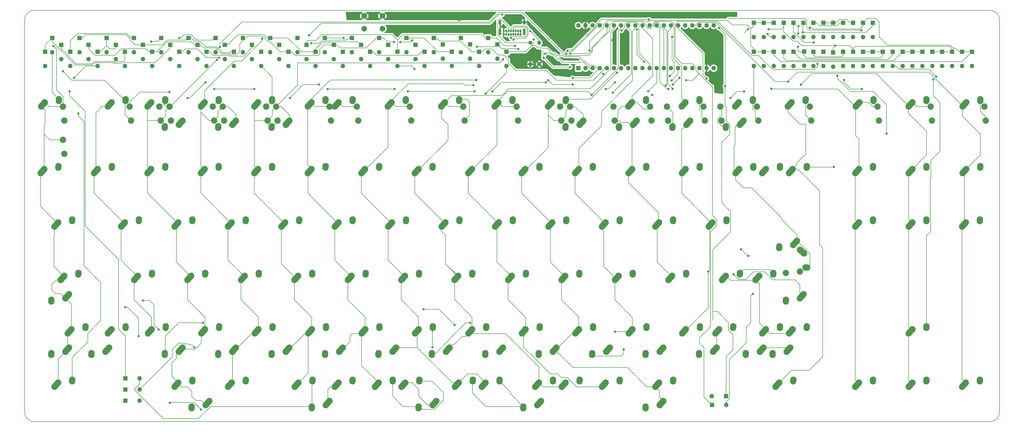
<source format=gbl>
%TF.GenerationSoftware,KiCad,Pcbnew,6.99.0-unknown-e6dc28fb2e~146~ubuntu21.10.1*%
%TF.CreationDate,2022-01-16T23:48:22-05:00*%
%TF.ProjectId,Alpsterium-pcb,416c7073-7465-4726-9975-6d2d7063622e,rev?*%
%TF.SameCoordinates,Original*%
%TF.FileFunction,Copper,L2,Bot*%
%TF.FilePolarity,Positive*%
%FSLAX46Y46*%
G04 Gerber Fmt 4.6, Leading zero omitted, Abs format (unit mm)*
G04 Created by KiCad (PCBNEW 6.99.0-unknown-e6dc28fb2e~146~ubuntu21.10.1) date 2022-01-16 23:48:22*
%MOMM*%
%LPD*%
G01*
G04 APERTURE LIST*
G04 Aperture macros list*
%AMHorizOval*
0 Thick line with rounded ends*
0 $1 width*
0 $2 $3 position (X,Y) of the first rounded end (center of the circle)*
0 $4 $5 position (X,Y) of the second rounded end (center of the circle)*
0 Add line between two ends*
20,1,$1,$2,$3,$4,$5,0*
0 Add two circle primitives to create the rounded ends*
1,1,$1,$2,$3*
1,1,$1,$4,$5*%
G04 Aperture macros list end*
%TA.AperFunction,Profile*%
%ADD10C,0.150000*%
%TD*%
%TA.AperFunction,ComponentPad*%
%ADD11HorizOval,2.250000X0.655001X0.730000X-0.655001X-0.730000X0*%
%TD*%
%TA.AperFunction,ComponentPad*%
%ADD12C,2.250000*%
%TD*%
%TA.AperFunction,ComponentPad*%
%ADD13HorizOval,2.250000X0.020000X0.290000X-0.020000X-0.290000X0*%
%TD*%
%TA.AperFunction,ComponentPad*%
%ADD14R,1.600000X1.600000*%
%TD*%
%TA.AperFunction,ComponentPad*%
%ADD15O,1.600000X1.600000*%
%TD*%
%TA.AperFunction,ComponentPad*%
%ADD16C,2.000000*%
%TD*%
%TA.AperFunction,ComponentPad*%
%ADD17HorizOval,2.250000X0.290000X-0.019999X-0.290000X0.019999X0*%
%TD*%
%TA.AperFunction,ComponentPad*%
%ADD18HorizOval,2.250000X0.730004X-0.654995X-0.730004X0.654995X0*%
%TD*%
%TA.AperFunction,ComponentPad*%
%ADD19O,0.650000X1.000000*%
%TD*%
%TA.AperFunction,ComponentPad*%
%ADD20O,0.900000X2.400000*%
%TD*%
%TA.AperFunction,ComponentPad*%
%ADD21O,0.900000X1.700000*%
%TD*%
%TA.AperFunction,ComponentPad*%
%ADD22C,1.400000*%
%TD*%
%TA.AperFunction,ComponentPad*%
%ADD23O,1.400000X1.400000*%
%TD*%
%TA.AperFunction,ComponentPad*%
%ADD24HorizOval,2.250000X-0.655001X-0.730000X0.655001X0.730000X0*%
%TD*%
%TA.AperFunction,ComponentPad*%
%ADD25HorizOval,2.250000X-0.020000X-0.290000X0.020000X0.290000X0*%
%TD*%
%TA.AperFunction,ViaPad*%
%ADD26C,0.800000*%
%TD*%
%TA.AperFunction,Conductor*%
%ADD27C,0.200000*%
%TD*%
G04 APERTURE END LIST*
D10*
X40451560Y-55313500D02*
G75*
G03*
X37147501Y-58623559I2999J-3307058D01*
G01*
X384810000Y-58617560D02*
G75*
G03*
X381499941Y-55313501I-3307058J-2999D01*
G01*
X381505940Y-201930000D02*
G75*
G03*
X384809999Y-198619941I-2999J3307058D01*
G01*
X384810000Y-58617560D02*
X384809999Y-198619941D01*
X37147500Y-198625940D02*
X37147501Y-58623559D01*
X381505940Y-201930000D02*
X40457559Y-201929999D01*
X40451560Y-55313500D02*
X381499941Y-55313500D01*
X37147500Y-198625940D02*
G75*
G03*
X40457559Y-201929999I3307058J2999D01*
G01*
D11*
X62559901Y-112617500D03*
D12*
X63214900Y-111887500D03*
D13*
X68234900Y-111097500D03*
D12*
X68254900Y-110807500D03*
D11*
X205601301Y-131667500D03*
D12*
X206256300Y-130937500D03*
D13*
X211276300Y-130147500D03*
D12*
X211296300Y-129857500D03*
D14*
X321967200Y-70054900D03*
D15*
X321967200Y-75134900D03*
D14*
X108530600Y-67574700D03*
D15*
X108530600Y-72654700D03*
D14*
X297229700Y-70054900D03*
D15*
X297229700Y-75134900D03*
D14*
X371442200Y-70054900D03*
D15*
X371442200Y-75134900D03*
D14*
X336102900Y-70054900D03*
D15*
X336102900Y-75134900D03*
D14*
X339636800Y-59680500D03*
D15*
X339636800Y-64760500D03*
D14*
X46981400Y-65094400D03*
D15*
X46981400Y-70174400D03*
D14*
X89094000Y-67574700D03*
D15*
X89094000Y-72654700D03*
D14*
X105291200Y-65094400D03*
D15*
X105291200Y-70174400D03*
D14*
X121488400Y-70054900D03*
D15*
X121488400Y-75134900D03*
D14*
X137685500Y-67574700D03*
D15*
X137685500Y-72654700D03*
D14*
X170079900Y-70054900D03*
D15*
X170079900Y-75134900D03*
D14*
X202474200Y-65094400D03*
D15*
X202474200Y-70174400D03*
D14*
X304297600Y-70054900D03*
D15*
X304297600Y-75134900D03*
D14*
X304297600Y-59680500D03*
D15*
X304297600Y-64760500D03*
D14*
X300763600Y-70054900D03*
D15*
X300763600Y-75134900D03*
D14*
X300763600Y-59680500D03*
D15*
X300763600Y-64760500D03*
D14*
X297229700Y-59680500D03*
D15*
X297229700Y-64760500D03*
D14*
X336102900Y-59680500D03*
D15*
X336102900Y-64760500D03*
D14*
X374976100Y-70054900D03*
D15*
X374976100Y-75134900D03*
D14*
X50220800Y-67574700D03*
D15*
X50220800Y-72654700D03*
D14*
X72896900Y-70054900D03*
D15*
X72896900Y-75134900D03*
D14*
X85854600Y-65094400D03*
D15*
X85854600Y-70174400D03*
D14*
X102051800Y-70054900D03*
D15*
X102051800Y-75134900D03*
D14*
X118248900Y-67574700D03*
D15*
X118248900Y-72654700D03*
D14*
X134446100Y-65094400D03*
D15*
X134446100Y-70174400D03*
D14*
X153882700Y-65094400D03*
D15*
X153882700Y-70174400D03*
D14*
X166840400Y-67574700D03*
D15*
X166840400Y-72654700D03*
D14*
X173319300Y-65094400D03*
D15*
X173319300Y-70174400D03*
D14*
X189516500Y-70054900D03*
D15*
X189516500Y-75134900D03*
D14*
X205713700Y-67373500D03*
D15*
X205713700Y-72453500D03*
D14*
X307831500Y-59680500D03*
D15*
X307831500Y-64760500D03*
D14*
X332569000Y-70054900D03*
D15*
X332569000Y-75134900D03*
D14*
X360840400Y-70054900D03*
D15*
X360840400Y-75134900D03*
D14*
X364374300Y-70054900D03*
D15*
X364374300Y-75134900D03*
D14*
X367908200Y-70054900D03*
D15*
X367908200Y-75134900D03*
D14*
X53460300Y-70054900D03*
D15*
X53460300Y-75134900D03*
D14*
X76136300Y-65094400D03*
D15*
X76136300Y-70174400D03*
D14*
X92333500Y-70054900D03*
D15*
X92333500Y-75134900D03*
D14*
X124727800Y-65094400D03*
D15*
X124727800Y-70174400D03*
D14*
X140925000Y-70054900D03*
D15*
X140925000Y-75134900D03*
D14*
X157122100Y-67574700D03*
D15*
X157122100Y-72654700D03*
D14*
X176558700Y-67574700D03*
D15*
X176558700Y-72654700D03*
D14*
X186277000Y-67373500D03*
D15*
X186277000Y-72453500D03*
D14*
X192755900Y-65094400D03*
D15*
X192755900Y-70174400D03*
D14*
X307831500Y-70054900D03*
D15*
X307831500Y-75134900D03*
D14*
X321967200Y-59680500D03*
D15*
X321967200Y-64760500D03*
D14*
X325501100Y-59680500D03*
D15*
X325501100Y-64760500D03*
D14*
X332569000Y-59680500D03*
D15*
X332569000Y-64760500D03*
D14*
X350238600Y-70054900D03*
D15*
X350238600Y-75134900D03*
D14*
X353772500Y-70054900D03*
D15*
X353772500Y-75134900D03*
D14*
X357306400Y-70054900D03*
D15*
X357306400Y-75134900D03*
D14*
X56699700Y-65094400D03*
D15*
X56699700Y-70174400D03*
D14*
X79375700Y-67574700D03*
D15*
X79375700Y-72654700D03*
D14*
X95572900Y-65094400D03*
D15*
X95572900Y-70174400D03*
D14*
X111770100Y-70054900D03*
D15*
X111770100Y-75134900D03*
D14*
X127967200Y-67574700D03*
D15*
X127967200Y-72654700D03*
D14*
X144164400Y-65094400D03*
D15*
X144164400Y-70174400D03*
D14*
X160361600Y-70054900D03*
D15*
X160361600Y-75134900D03*
D14*
X179798200Y-70054900D03*
D15*
X179798200Y-75134900D03*
D14*
X195995300Y-67373500D03*
D15*
X195995300Y-72453500D03*
D14*
X208953100Y-70054900D03*
D15*
X208953100Y-75134900D03*
D14*
X311365400Y-59680500D03*
D15*
X311365400Y-64760500D03*
D14*
X318433300Y-70054900D03*
D15*
X318433300Y-75134900D03*
D14*
X329035000Y-70054900D03*
D15*
X329035000Y-75134900D03*
D14*
X59939100Y-67574700D03*
D15*
X59939100Y-72654700D03*
D14*
X82615200Y-70054900D03*
D15*
X82615200Y-75134900D03*
D14*
X98812300Y-67574700D03*
D15*
X98812300Y-72654700D03*
D14*
X115009500Y-65094400D03*
D15*
X115009500Y-70174400D03*
D14*
X131206700Y-70054900D03*
D15*
X131206700Y-75134900D03*
D14*
X147403800Y-67574700D03*
D15*
X147403800Y-72654700D03*
D14*
X163601000Y-65094400D03*
D15*
X163601000Y-70174400D03*
D14*
X183037600Y-65094400D03*
D15*
X183037600Y-70174400D03*
D14*
X199234800Y-70054900D03*
D15*
X199234800Y-75134900D03*
D14*
X311365400Y-70054900D03*
D15*
X311365400Y-75134900D03*
D14*
X318433300Y-59680500D03*
D15*
X318433300Y-64760500D03*
D14*
X329035000Y-59680500D03*
D15*
X329035000Y-64760500D03*
D14*
X346704700Y-70054900D03*
D15*
X346704700Y-75134900D03*
D14*
X63178600Y-70054900D03*
D15*
X63178600Y-75134900D03*
D14*
X66418000Y-65094400D03*
D15*
X66418000Y-70174400D03*
D14*
X69657400Y-67574700D03*
D15*
X69657400Y-72654700D03*
D14*
X150643300Y-70054900D03*
D15*
X150643300Y-75134900D03*
D14*
X314899300Y-59680500D03*
D15*
X314899300Y-64760500D03*
D14*
X339636800Y-70054900D03*
D15*
X339636800Y-75134900D03*
D14*
X343170700Y-70054900D03*
D15*
X343170700Y-75134900D03*
D16*
X158284600Y-57289700D03*
X164784600Y-57289700D03*
X158284600Y-61789700D03*
X164784600Y-61789700D03*
D11*
X43676301Y-88805000D03*
D12*
X44331300Y-88075000D03*
D13*
X49351300Y-87285000D03*
D12*
X49371300Y-86995000D03*
D11*
X81640401Y-88805000D03*
D12*
X82295400Y-88075000D03*
D13*
X87315400Y-87285000D03*
D12*
X87335400Y-86995000D03*
D11*
X100680201Y-88805000D03*
D12*
X101335200Y-88075000D03*
D13*
X106355200Y-87285000D03*
D12*
X106375200Y-86995000D03*
D11*
X119720001Y-88805000D03*
D12*
X120375000Y-88075000D03*
D13*
X125395000Y-87285000D03*
D12*
X125415000Y-86995000D03*
D11*
X138765001Y-88805000D03*
D12*
X139420000Y-88075000D03*
D13*
X144440000Y-87285000D03*
D12*
X144460000Y-86995000D03*
D11*
X167355201Y-88805000D03*
D12*
X168010200Y-88075000D03*
D13*
X173030200Y-87285000D03*
D12*
X173050200Y-86995000D03*
D11*
X186405201Y-88805000D03*
D12*
X187060200Y-88075000D03*
D13*
X192080200Y-87285000D03*
D12*
X192100200Y-86995000D03*
D11*
X205445001Y-88805000D03*
D12*
X206100000Y-88075000D03*
D13*
X211120000Y-87285000D03*
D12*
X211140000Y-86995000D03*
D11*
X224484901Y-88805000D03*
D12*
X225139900Y-88075000D03*
D13*
X230159900Y-87285000D03*
D12*
X230179900Y-86995000D03*
D11*
X253075101Y-88805000D03*
D12*
X253730100Y-88075000D03*
D13*
X258750100Y-87285000D03*
D12*
X258770100Y-86995000D03*
D11*
X272115001Y-88805000D03*
D12*
X272770000Y-88075000D03*
D13*
X277790000Y-87285000D03*
D12*
X277810000Y-86995000D03*
D11*
X291159901Y-88805000D03*
D12*
X291814900Y-88075000D03*
D13*
X296834900Y-87285000D03*
D12*
X296854900Y-86995000D03*
D11*
X310000001Y-88805000D03*
D12*
X310655000Y-88075000D03*
D13*
X315675000Y-87285000D03*
D12*
X315695000Y-86995000D03*
D11*
X334188801Y-88805000D03*
D12*
X334843800Y-88075000D03*
D13*
X339863800Y-87285000D03*
D12*
X339883800Y-86995000D03*
D11*
X353080001Y-88805000D03*
D12*
X353735000Y-88075000D03*
D13*
X358755000Y-87285000D03*
D12*
X358775000Y-86995000D03*
D11*
X372288801Y-88805000D03*
D12*
X372943800Y-88075000D03*
D13*
X377963800Y-87285000D03*
D12*
X377983800Y-86995000D03*
D11*
X43509901Y-112617500D03*
D12*
X44164900Y-111887500D03*
D13*
X49184900Y-111097500D03*
D12*
X49204900Y-110807500D03*
D11*
X81609901Y-112617500D03*
D12*
X82264900Y-111887500D03*
D13*
X87284900Y-111097500D03*
D12*
X87304900Y-110807500D03*
D11*
X100665001Y-112617500D03*
D12*
X101320000Y-111887500D03*
D13*
X106340000Y-111097500D03*
D12*
X106360000Y-110807500D03*
D11*
X119740401Y-112617500D03*
D12*
X120395400Y-111887500D03*
D13*
X125415400Y-111097500D03*
D12*
X125435400Y-110807500D03*
D11*
X138810701Y-112617500D03*
D12*
X139465700Y-111887500D03*
D13*
X144485700Y-111097500D03*
D12*
X144505700Y-110807500D03*
D11*
X157886101Y-112617500D03*
D12*
X158541100Y-111887500D03*
D13*
X163561100Y-111097500D03*
D12*
X163581100Y-110807500D03*
D11*
X176961501Y-112617500D03*
D12*
X177616500Y-111887500D03*
D13*
X182636500Y-111097500D03*
D12*
X182656500Y-110807500D03*
D11*
X196001301Y-112617500D03*
D12*
X196656300Y-111887500D03*
D13*
X201676300Y-111097500D03*
D12*
X201696300Y-110807500D03*
D11*
X215041201Y-112617500D03*
D12*
X215696200Y-111887500D03*
D13*
X220716200Y-111097500D03*
D12*
X220736200Y-110807500D03*
D11*
X234106401Y-112617500D03*
D12*
X234761400Y-111887500D03*
D13*
X239781400Y-111097500D03*
D12*
X239801400Y-110807500D03*
D11*
X253131001Y-112617500D03*
D12*
X253786000Y-111887500D03*
D13*
X258806000Y-111097500D03*
D12*
X258826000Y-110807500D03*
D11*
X272186101Y-112617500D03*
D12*
X272841100Y-111887500D03*
D13*
X277861100Y-111097500D03*
D12*
X277881100Y-110807500D03*
D11*
X291326301Y-112617500D03*
D12*
X291981300Y-111887500D03*
D13*
X297001300Y-111097500D03*
D12*
X297021300Y-110807500D03*
D11*
X334009701Y-112617500D03*
D12*
X334664700Y-111887500D03*
D13*
X339684700Y-111097500D03*
D12*
X339704700Y-110807500D03*
D11*
X353074901Y-112617500D03*
D12*
X353729900Y-111887500D03*
D13*
X358749900Y-111097500D03*
D12*
X358769900Y-110807500D03*
D11*
X372288801Y-112617500D03*
D12*
X372943800Y-111887500D03*
D13*
X377963800Y-111097500D03*
D12*
X377983800Y-110807500D03*
D11*
X48438801Y-131667500D03*
D12*
X49093800Y-130937500D03*
D13*
X54113800Y-130147500D03*
D12*
X54133800Y-129857500D03*
D11*
X72251301Y-131667500D03*
D12*
X72906300Y-130937500D03*
D13*
X77926300Y-130147500D03*
D12*
X77946300Y-129857500D03*
D11*
X91301301Y-131667500D03*
D12*
X91956300Y-130937500D03*
D13*
X96976300Y-130147500D03*
D12*
X96996300Y-129857500D03*
D11*
X110351301Y-131667500D03*
D12*
X111006300Y-130937500D03*
D13*
X116026300Y-130147500D03*
D12*
X116046300Y-129857500D03*
D11*
X129401301Y-131667500D03*
D12*
X130056300Y-130937500D03*
D13*
X135076300Y-130147500D03*
D12*
X135096300Y-129857500D03*
D11*
X148451301Y-131667500D03*
D12*
X149106300Y-130937500D03*
D13*
X154126300Y-130147500D03*
D12*
X154146300Y-129857500D03*
D11*
X167501301Y-131667500D03*
D12*
X168156300Y-130937500D03*
D13*
X173176300Y-130147500D03*
D12*
X173196300Y-129857500D03*
D11*
X186551301Y-131667500D03*
D12*
X187206300Y-130937500D03*
D13*
X192226300Y-130147500D03*
D12*
X192246300Y-129857500D03*
D11*
X224651301Y-131667500D03*
D12*
X225306300Y-130937500D03*
D13*
X230326300Y-130147500D03*
D12*
X230346300Y-129857500D03*
D11*
X243701301Y-131667500D03*
D12*
X244356300Y-130937500D03*
D13*
X249376300Y-130147500D03*
D12*
X249396300Y-129857500D03*
D11*
X262751301Y-131667500D03*
D12*
X263406300Y-130937500D03*
D13*
X268426300Y-130147500D03*
D12*
X268446300Y-129857500D03*
D11*
X281801301Y-131667500D03*
D12*
X282456300Y-130937500D03*
D13*
X287476300Y-130147500D03*
D12*
X287496300Y-129857500D03*
X313650000Y-148462500D03*
D17*
X315940000Y-146982499D03*
D12*
X316230000Y-147002500D03*
X308650000Y-148962500D03*
D18*
X314420004Y-141307495D03*
D12*
X315150000Y-141962500D03*
D11*
X334019801Y-131667500D03*
D12*
X334674800Y-130937500D03*
D13*
X339694800Y-130147500D03*
D12*
X339714800Y-129857500D03*
D11*
X353074901Y-131667500D03*
D12*
X353729900Y-130937500D03*
D13*
X358749900Y-130147500D03*
D12*
X358769900Y-129857500D03*
D11*
X372140201Y-131667500D03*
D12*
X372795200Y-130937500D03*
D13*
X377815200Y-130147500D03*
D12*
X377835200Y-129857500D03*
D11*
X50667601Y-150717500D03*
D12*
X51322600Y-149987500D03*
D13*
X56342600Y-149197500D03*
D12*
X56362600Y-148907500D03*
D11*
X76860101Y-150717500D03*
D12*
X77515100Y-149987500D03*
D13*
X82535100Y-149197500D03*
D12*
X82555100Y-148907500D03*
D11*
X95894801Y-150717500D03*
D12*
X96549800Y-149987500D03*
D13*
X101569800Y-149197500D03*
D12*
X101589800Y-148907500D03*
D11*
X114965201Y-150717500D03*
D12*
X115620200Y-149987500D03*
D13*
X120640200Y-149197500D03*
D12*
X120660200Y-148907500D03*
D11*
X134010101Y-150717500D03*
D12*
X134665100Y-149987500D03*
D13*
X139685100Y-149197500D03*
D12*
X139705100Y-148907500D03*
D11*
X153065201Y-150717500D03*
D12*
X153720200Y-149987500D03*
D13*
X158740200Y-149197500D03*
D12*
X158760200Y-148907500D03*
D11*
X172099901Y-150717500D03*
D12*
X172754900Y-149987500D03*
D13*
X177774900Y-149197500D03*
D12*
X177794900Y-148907500D03*
D11*
X191144801Y-150717500D03*
D12*
X191799800Y-149987500D03*
D13*
X196819800Y-149197500D03*
D12*
X196839800Y-148907500D03*
D11*
X210205001Y-150717500D03*
D12*
X210860000Y-149987500D03*
D13*
X215880000Y-149197500D03*
D12*
X215900000Y-148907500D03*
D11*
X229255001Y-150717500D03*
D12*
X229910000Y-149987500D03*
D13*
X234930000Y-149197500D03*
D12*
X234950000Y-148907500D03*
D11*
X248305001Y-150717500D03*
D12*
X248960000Y-149987500D03*
D13*
X253980000Y-149197500D03*
D12*
X254000000Y-148907500D03*
D11*
X267380401Y-150717500D03*
D12*
X268035400Y-149987500D03*
D13*
X273055400Y-149197500D03*
D12*
X273075400Y-148907500D03*
D11*
X286563801Y-150717500D03*
D12*
X287218800Y-149987500D03*
D13*
X292238800Y-149197500D03*
D12*
X292258800Y-148907500D03*
D11*
X53201301Y-169767500D03*
D12*
X53856300Y-169037500D03*
D13*
X58876300Y-168247500D03*
D12*
X58896300Y-167957500D03*
D11*
X81776301Y-169767500D03*
D12*
X82431300Y-169037500D03*
D13*
X87451300Y-168247500D03*
D12*
X87471300Y-167957500D03*
D11*
X100826301Y-169767500D03*
D12*
X101481300Y-169037500D03*
D13*
X106501300Y-168247500D03*
D12*
X106521300Y-167957500D03*
D11*
X119876301Y-169767500D03*
D12*
X120531300Y-169037500D03*
D13*
X125551300Y-168247500D03*
D12*
X125571300Y-167957500D03*
D11*
X138926301Y-169767500D03*
D12*
X139581300Y-169037500D03*
D13*
X144601300Y-168247500D03*
D12*
X144621300Y-167957500D03*
D11*
X157976301Y-169767500D03*
D12*
X158631300Y-169037500D03*
D13*
X163651300Y-168247500D03*
D12*
X163671300Y-167957500D03*
D11*
X177026301Y-169767500D03*
D12*
X177681300Y-169037500D03*
D13*
X182701300Y-168247500D03*
D12*
X182721300Y-167957500D03*
D11*
X196076301Y-169767500D03*
D12*
X196731300Y-169037500D03*
D13*
X201751300Y-168247500D03*
D12*
X201771300Y-167957500D03*
D11*
X215126301Y-169767500D03*
D12*
X215781300Y-169037500D03*
D13*
X220801300Y-168247500D03*
D12*
X220821300Y-167957500D03*
D11*
X234176301Y-169767500D03*
D12*
X234831300Y-169037500D03*
D13*
X239851300Y-168247500D03*
D12*
X239871300Y-167957500D03*
D11*
X253226301Y-169767500D03*
D12*
X253881300Y-169037500D03*
D13*
X258901300Y-168247500D03*
D12*
X258921300Y-167957500D03*
D11*
X353080001Y-169767500D03*
D12*
X353735000Y-169037500D03*
D13*
X358755000Y-168247500D03*
D12*
X358775000Y-167957500D03*
D11*
X48438801Y-188817500D03*
D12*
X49093800Y-188087500D03*
D13*
X54113800Y-187297500D03*
D12*
X54133800Y-187007500D03*
D11*
X134163801Y-188817500D03*
D12*
X134818800Y-188087500D03*
D13*
X139838800Y-187297500D03*
D12*
X139858800Y-187007500D03*
D11*
X91301301Y-188817500D03*
D12*
X91956300Y-188087500D03*
D13*
X96976300Y-187297500D03*
D12*
X96996300Y-187007500D03*
D11*
X110351301Y-188817500D03*
D12*
X111006300Y-188087500D03*
D13*
X116026300Y-187297500D03*
D12*
X116046300Y-187007500D03*
D11*
X219888801Y-188817500D03*
D12*
X220543800Y-188087500D03*
D13*
X225563800Y-187297500D03*
D12*
X225583800Y-187007500D03*
D11*
X191313801Y-188817500D03*
D12*
X191968800Y-188087500D03*
D13*
X196988800Y-187297500D03*
D12*
X197008800Y-187007500D03*
D11*
X262751301Y-188817500D03*
D12*
X263406300Y-188087500D03*
D13*
X268426300Y-187297500D03*
D12*
X268446300Y-187007500D03*
D11*
X305613801Y-188817500D03*
D12*
X306268800Y-188087500D03*
D13*
X311288800Y-187297500D03*
D12*
X311308800Y-187007500D03*
D11*
X334035101Y-188817500D03*
D12*
X334690100Y-188087500D03*
D13*
X339710100Y-187297500D03*
D12*
X339730100Y-187007500D03*
D11*
X353074901Y-188817500D03*
D12*
X353729900Y-188087500D03*
D13*
X358749900Y-187297500D03*
D12*
X358769900Y-187007500D03*
D11*
X372130001Y-188817500D03*
D12*
X372785000Y-188087500D03*
D13*
X377805000Y-187297500D03*
D12*
X377825000Y-187007500D03*
D19*
X213991300Y-63897700D03*
X213141300Y-63897700D03*
X212291300Y-63897700D03*
X211441300Y-63897700D03*
X210591300Y-63897700D03*
X209741300Y-63897700D03*
X208891300Y-63897700D03*
X208041300Y-63897700D03*
X208036300Y-62572700D03*
X208886300Y-62572700D03*
X209736300Y-62572700D03*
X210586300Y-62572700D03*
X211436300Y-62572700D03*
X212286300Y-62572700D03*
X213136300Y-62572700D03*
X213991300Y-62572700D03*
D20*
X215341300Y-62917700D03*
D21*
X215341300Y-59537700D03*
D20*
X206691300Y-62917700D03*
D21*
X206691300Y-59537700D03*
D11*
X300851301Y-169767500D03*
D12*
X301506300Y-169037500D03*
D13*
X306526300Y-168247500D03*
D12*
X306546300Y-167957500D03*
D11*
X148451301Y-188817500D03*
D12*
X149106300Y-188087500D03*
D13*
X154126300Y-187297500D03*
D12*
X154146300Y-187007500D03*
D22*
X217487500Y-66833700D03*
D23*
X217487500Y-74453700D03*
D24*
X66654999Y-176307500D03*
D12*
X66000000Y-177037500D03*
D25*
X60980000Y-177827500D03*
D12*
X60960000Y-178117500D03*
X193560200Y-89575000D03*
X194060200Y-94575000D03*
D24*
X111898799Y-176307500D03*
D12*
X111243800Y-177037500D03*
D25*
X106223800Y-177827500D03*
D12*
X106203800Y-178117500D03*
X145920000Y-89575000D03*
X146420000Y-94575000D03*
D14*
X234637500Y-75887500D03*
D15*
X237177500Y-75887500D03*
X239717500Y-75887500D03*
X242257500Y-75887500D03*
X244797500Y-75887500D03*
X247337500Y-75887500D03*
X249877500Y-75887500D03*
X252417500Y-75887500D03*
X254957500Y-75887500D03*
X257497500Y-75887500D03*
X260037500Y-75887500D03*
X262577500Y-75887500D03*
X265117500Y-75887500D03*
X267657500Y-75887500D03*
X270197500Y-75887500D03*
X272737500Y-75887500D03*
X275277500Y-75887500D03*
X277817500Y-75887500D03*
X280357500Y-75887500D03*
X282897500Y-75887500D03*
X282897500Y-60647500D03*
X280357500Y-60647500D03*
X277817500Y-60647500D03*
X275277500Y-60647500D03*
X272737500Y-60647500D03*
X270197500Y-60647500D03*
X267657500Y-60647500D03*
X265117500Y-60647500D03*
X262577500Y-60647500D03*
X260037500Y-60647500D03*
X257497500Y-60647500D03*
X254957500Y-60647500D03*
X252417500Y-60647500D03*
X249877500Y-60647500D03*
X247337500Y-60647500D03*
X244797500Y-60647500D03*
X242257500Y-60647500D03*
X239717500Y-60647500D03*
X237177500Y-60647500D03*
X234637500Y-60647500D03*
D12*
X317155000Y-89575000D03*
X317655000Y-94575000D03*
X126875000Y-89575000D03*
X127375000Y-94575000D03*
X231639900Y-89575000D03*
X232139900Y-94575000D03*
D11*
X310376301Y-169767500D03*
D12*
X311031300Y-169037500D03*
D13*
X316051300Y-168247500D03*
D12*
X316071300Y-167957500D03*
D24*
X92848799Y-176307500D03*
D12*
X92193800Y-177037500D03*
D25*
X87173800Y-177827500D03*
D12*
X87153800Y-178117500D03*
X247618800Y-94575000D03*
X247118800Y-89575000D03*
D11*
X172263801Y-188817500D03*
D12*
X172918800Y-188087500D03*
D13*
X177938800Y-187297500D03*
D12*
X177958800Y-187007500D03*
D11*
X67488801Y-169767500D03*
D12*
X68143800Y-169037500D03*
D13*
X73163800Y-168247500D03*
D12*
X73183800Y-167957500D03*
D24*
X283348799Y-176307500D03*
D12*
X282693800Y-177037500D03*
D25*
X277673800Y-177827500D03*
D12*
X277653800Y-178117500D03*
D11*
X200838801Y-188817500D03*
D12*
X201493800Y-188087500D03*
D13*
X206513800Y-187297500D03*
D12*
X206533800Y-187007500D03*
D11*
X67488801Y-88805000D03*
D12*
X68143800Y-88075000D03*
D13*
X73163800Y-87285000D03*
D12*
X73183800Y-86995000D03*
D24*
X309542499Y-176307500D03*
D12*
X308887500Y-177037500D03*
D25*
X303867500Y-177827500D03*
D12*
X303847500Y-178117500D03*
X85693800Y-94575000D03*
X85193800Y-89575000D03*
D24*
X111898799Y-95345000D03*
D12*
X111243800Y-96075000D03*
D25*
X106223800Y-96865000D03*
D12*
X106203800Y-97155000D03*
X104743800Y-94575000D03*
X104243800Y-89575000D03*
D14*
X287273800Y-192881200D03*
D15*
X282193800Y-192881200D03*
D14*
X282257500Y-196056200D03*
D15*
X287337500Y-196056200D03*
D24*
X149998799Y-176307500D03*
D12*
X149343800Y-177037500D03*
D25*
X144323800Y-177827500D03*
D12*
X144303800Y-178117500D03*
D14*
X73088800Y-190500000D03*
D15*
X78168800Y-190500000D03*
D11*
X243701301Y-188817500D03*
D12*
X244356300Y-188087500D03*
D13*
X249376300Y-187297500D03*
D12*
X249396300Y-187007500D03*
X360235000Y-89575000D03*
X360735000Y-94575000D03*
D24*
X292873799Y-95345000D03*
D12*
X292218800Y-96075000D03*
D25*
X287198800Y-96865000D03*
D12*
X287178800Y-97155000D03*
D11*
X300851301Y-112617500D03*
D12*
X301506300Y-111887500D03*
D13*
X306526300Y-111097500D03*
D12*
X306546300Y-110807500D03*
D24*
X52367499Y-157257500D03*
D12*
X51712500Y-157987500D03*
D25*
X46692500Y-158777500D03*
D12*
X46672500Y-159067500D03*
D24*
X264298799Y-176307500D03*
D12*
X263643800Y-177037500D03*
D25*
X258623800Y-177827500D03*
D12*
X258603800Y-178117500D03*
D24*
X311923799Y-138207500D03*
D12*
X311268800Y-138937500D03*
D25*
X306248800Y-139727500D03*
D12*
X306228800Y-140017500D03*
X279270000Y-89575000D03*
X279770000Y-94575000D03*
D11*
X284182501Y-169767500D03*
D12*
X284837500Y-169037500D03*
D13*
X289857500Y-168247500D03*
D12*
X289877500Y-167957500D03*
D24*
X207148799Y-176307500D03*
D12*
X206493800Y-177037500D03*
D25*
X201473800Y-177827500D03*
D12*
X201453800Y-178117500D03*
X298314900Y-89575000D03*
X298814900Y-94575000D03*
D14*
X73088800Y-186531200D03*
D15*
X78168800Y-186531200D03*
D11*
X162738801Y-188817500D03*
D12*
X163393800Y-188087500D03*
D13*
X168413800Y-187297500D03*
D12*
X168433800Y-187007500D03*
D24*
X220642499Y-195357500D03*
D12*
X219987500Y-196087500D03*
D25*
X214967500Y-196877500D03*
D12*
X214947500Y-197167500D03*
X50831300Y-89575000D03*
X51331300Y-94575000D03*
D11*
X298470001Y-150717500D03*
D12*
X299125000Y-149987500D03*
D13*
X304145000Y-149197500D03*
D12*
X304165000Y-148907500D03*
X123793800Y-94575000D03*
X123293800Y-89575000D03*
D24*
X226198799Y-176307500D03*
D12*
X225543800Y-177037500D03*
D25*
X220523800Y-177827500D03*
D12*
X220503800Y-178117500D03*
D24*
X52367499Y-176307500D03*
D12*
X51712500Y-177037500D03*
D25*
X46692500Y-177827500D03*
D12*
X46672500Y-178117500D03*
D24*
X273823799Y-95345000D03*
D12*
X273168800Y-96075000D03*
D25*
X268148800Y-96865000D03*
D12*
X268128800Y-97155000D03*
D11*
X310376301Y-112617500D03*
D12*
X311031300Y-111887500D03*
D13*
X316051300Y-111097500D03*
D12*
X316071300Y-110807500D03*
D11*
X148451301Y-88805000D03*
D12*
X149106300Y-88075000D03*
D13*
X154126300Y-87285000D03*
D12*
X154146300Y-86995000D03*
D24*
X145236299Y-195357500D03*
D12*
X144581300Y-196087500D03*
D25*
X139561300Y-196877500D03*
D12*
X139541300Y-197167500D03*
D14*
X325437500Y-70326200D03*
D15*
X325437500Y-75406200D03*
D24*
X235723799Y-95345000D03*
D12*
X235068800Y-96075000D03*
D25*
X230048800Y-96865000D03*
D12*
X230028800Y-97155000D03*
X174510200Y-89575000D03*
X175010200Y-94575000D03*
X228568800Y-94575000D03*
X228068800Y-89575000D03*
D24*
X245248799Y-176307500D03*
D12*
X244593800Y-177037500D03*
D25*
X239573800Y-177827500D03*
D12*
X239553800Y-178117500D03*
D14*
X44450000Y-70054900D03*
D15*
X44450000Y-75134900D03*
D12*
X260230100Y-89575000D03*
X260730100Y-94575000D03*
X107835200Y-89575000D03*
X108335200Y-94575000D03*
D22*
X220662500Y-74453700D03*
D23*
X220662500Y-66833700D03*
D12*
X88795400Y-89575000D03*
X89295400Y-94575000D03*
D24*
X183336299Y-195357500D03*
D12*
X182681300Y-196087500D03*
D25*
X177661300Y-196877500D03*
D12*
X177641300Y-197167500D03*
X50831300Y-101481200D03*
X51331300Y-106481200D03*
D11*
X229413801Y-188817500D03*
D12*
X230068800Y-188087500D03*
D13*
X235088800Y-187297500D03*
D12*
X235108800Y-187007500D03*
D24*
X314304999Y-157257500D03*
D12*
X313650000Y-157987500D03*
D25*
X308630000Y-158777500D03*
D12*
X308610000Y-159067500D03*
D24*
X102373799Y-195357500D03*
D12*
X101718800Y-196087500D03*
D25*
X96698800Y-196877500D03*
D12*
X96678800Y-197167500D03*
D24*
X254773799Y-95345000D03*
D12*
X254118800Y-96075000D03*
D25*
X249098800Y-96865000D03*
D12*
X249078800Y-97155000D03*
D24*
X169048799Y-176307500D03*
D12*
X168393800Y-177037500D03*
D25*
X163373800Y-177827500D03*
D12*
X163353800Y-178117500D03*
X341343800Y-89575000D03*
X341843800Y-94575000D03*
X155606300Y-89575000D03*
X156106300Y-94575000D03*
D24*
X300017499Y-176307500D03*
D12*
X299362500Y-177037500D03*
D25*
X294342500Y-177827500D03*
D12*
X294322500Y-178117500D03*
X379443800Y-89575000D03*
X379943800Y-94575000D03*
D24*
X188098799Y-176307500D03*
D12*
X187443800Y-177037500D03*
D25*
X182423800Y-177827500D03*
D12*
X182403800Y-178117500D03*
X266668800Y-94575000D03*
X266168800Y-89575000D03*
D24*
X130948799Y-176307500D03*
D12*
X130293800Y-177037500D03*
D25*
X125273800Y-177827500D03*
D12*
X125253800Y-178117500D03*
D14*
X73088800Y-194468700D03*
D15*
X78168800Y-194468700D03*
D11*
X162738801Y-188817500D03*
D12*
X163393800Y-188087500D03*
D13*
X168413800Y-187297500D03*
D12*
X168433800Y-187007500D03*
X74643800Y-89575000D03*
X75143800Y-94575000D03*
X285718800Y-94575000D03*
X285218800Y-89575000D03*
D24*
X92848799Y-95345000D03*
D12*
X92193800Y-96075000D03*
D25*
X87173800Y-96865000D03*
D12*
X87153800Y-97155000D03*
X212600000Y-89575000D03*
X213100000Y-94575000D03*
D14*
X315118800Y-69913700D03*
D15*
X315118800Y-74993700D03*
D24*
X264298799Y-195357500D03*
D12*
X263643800Y-196087500D03*
D25*
X258623800Y-196877500D03*
D12*
X258603800Y-197167500D03*
D24*
X130948799Y-95345000D03*
D12*
X130293800Y-96075000D03*
D25*
X125273800Y-96865000D03*
D12*
X125253800Y-97155000D03*
D11*
X272276301Y-169767500D03*
D12*
X272931300Y-169037500D03*
D13*
X277951300Y-168247500D03*
D12*
X277971300Y-167957500D03*
D26*
X180181250Y-61118750D03*
X227806250Y-70643750D03*
X225425000Y-73025000D03*
X230187500Y-67468750D03*
X234950000Y-62706250D03*
X223043750Y-66675000D03*
X192087500Y-58737500D03*
X251618750Y-67468750D03*
X178594000Y-57150000D03*
X213518750Y-73818750D03*
X229393750Y-63500000D03*
X246856250Y-65881250D03*
X218281250Y-61912500D03*
X280987500Y-73025000D03*
X228600000Y-72231250D03*
X154781250Y-57150000D03*
X230187500Y-77787500D03*
X203200000Y-61118800D03*
X295275000Y-142875000D03*
X292632000Y-140494000D03*
X176212000Y-76200000D03*
X248449800Y-77488400D03*
X302128400Y-63693000D03*
X329343000Y-80105800D03*
X335756000Y-83343800D03*
X201612000Y-84931200D03*
X100756000Y-166688000D03*
X182562000Y-175419000D03*
X196006000Y-166688000D03*
X335528000Y-62343500D03*
X250825000Y-176212000D03*
X362204000Y-78902300D03*
X361163000Y-79943200D03*
X56356250Y-92075000D03*
X54768750Y-79375000D03*
X77787500Y-171450000D03*
X73025000Y-161131000D03*
X84931200Y-169069000D03*
X79375000Y-158750000D03*
X97631200Y-175419000D03*
X179388000Y-161925000D03*
X190500000Y-167481000D03*
X88900000Y-195262000D03*
X100013000Y-197644000D03*
X259789200Y-58551400D03*
X230729200Y-69802000D03*
X325705000Y-111125000D03*
X327025000Y-78581200D03*
X344488000Y-99218800D03*
X210655000Y-65138300D03*
X211507000Y-65712800D03*
X212046000Y-67910400D03*
X92265500Y-65163700D03*
X238612900Y-69588300D03*
X317157000Y-61455300D03*
X326225000Y-67805300D03*
X268066100Y-64696200D03*
X267233000Y-78715800D03*
X82283300Y-66433700D03*
X139382000Y-66967100D03*
X295152000Y-62006000D03*
X213192000Y-69091300D03*
X198488000Y-68287900D03*
X302411000Y-62006000D03*
X106490000Y-72174100D03*
X222756000Y-70721700D03*
X273050000Y-80168750D03*
X223837500Y-80168750D03*
X270668750Y-79375000D03*
X319847000Y-74354500D03*
X232568750Y-81756250D03*
X150863000Y-65112900D03*
X268287500Y-81756250D03*
X232568750Y-79375000D03*
X247650000Y-80962500D03*
X318529000Y-66713100D03*
X218722000Y-65642700D03*
X244475000Y-83343750D03*
X168923000Y-66586100D03*
X243483900Y-78036000D03*
X313144000Y-60921900D03*
X284718300Y-61553300D03*
X171158000Y-66586100D03*
X286953800Y-82284400D03*
X175349000Y-65976500D03*
X313068000Y-63538100D03*
X314642000Y-63131700D03*
X53181200Y-84137500D03*
X312941000Y-68287900D03*
X250015400Y-62479800D03*
X47404700Y-67994400D03*
X106772000Y-68315200D03*
X105765000Y-72912500D03*
X138611000Y-64230000D03*
X255545700Y-62077100D03*
X121887000Y-65387300D03*
X207461500Y-56770800D03*
X258098400Y-73603800D03*
X231668100Y-75533900D03*
X267919100Y-80262100D03*
X222250000Y-72231200D03*
X207822000Y-72712800D03*
X230239200Y-70696900D03*
X198199000Y-80090500D03*
X231705100Y-70699400D03*
X197194000Y-81998900D03*
X239404000Y-85427100D03*
X260914000Y-85427100D03*
X246863300Y-84638800D03*
X290009000Y-149486000D03*
X280975000Y-148461000D03*
X266700000Y-83343750D03*
X265812200Y-82060700D03*
X288925000Y-86518800D03*
X293688000Y-84137500D03*
X303430000Y-83253700D03*
X268248400Y-83253700D03*
X313972000Y-81775800D03*
X280342200Y-79632700D03*
X309362000Y-80723300D03*
X142081250Y-81756250D03*
X119062500Y-83343750D03*
X169068750Y-83343750D03*
X104775000Y-83343750D03*
X131762500Y-86518750D03*
X88702700Y-84394000D03*
X197643750Y-84137500D03*
X203993750Y-84137500D03*
X101600000Y-80962500D03*
X145256250Y-83343750D03*
X173831250Y-84137500D03*
X95250000Y-86518750D03*
X259556250Y-84137500D03*
X223043750Y-80962500D03*
X247650000Y-169862000D03*
X217435000Y-62673800D03*
X296862000Y-156369000D03*
X50800000Y-76993800D03*
D27*
X208036300Y-62572700D02*
X208036000Y-62572700D01*
X208036000Y-62572700D02*
X208036000Y-62820000D01*
X215341300Y-59537700D02*
X215341000Y-59537700D01*
X220662000Y-74453700D02*
X220662000Y-73941000D01*
X220662500Y-74453700D02*
X220662000Y-74453700D01*
X215341000Y-59537700D02*
X215341000Y-59537800D01*
X49331300Y-87575000D02*
X49371300Y-87535000D01*
X46981400Y-70174400D02*
X46981400Y-84605100D01*
X46981400Y-84605100D02*
X49371300Y-86995000D01*
X49371300Y-87535000D02*
X49371300Y-86995000D01*
X85193800Y-89575000D02*
X85782400Y-88986400D01*
X87193800Y-97115000D02*
X87193800Y-96575000D01*
X89295400Y-94575000D02*
X88706800Y-95163600D01*
X87295400Y-87035000D02*
X87295400Y-87575000D01*
X85782400Y-88986400D02*
X87198100Y-88986400D01*
X87153800Y-97155000D02*
X87193800Y-97115000D01*
X87295400Y-87575000D02*
X87198100Y-88986400D01*
X87335400Y-86995000D02*
X87295400Y-87035000D01*
X213136000Y-62592700D02*
X213136000Y-62582700D01*
X208886000Y-63810200D02*
X208886000Y-63892700D01*
X208886000Y-62572700D02*
X208886000Y-62737600D01*
X213136000Y-63810200D02*
X213136000Y-63892700D01*
X213136000Y-62592700D02*
X213136000Y-62582700D01*
X213136000Y-62655000D02*
X213136000Y-62654700D01*
X213136000Y-62655000D02*
X213136000Y-62654700D01*
X213136000Y-62582400D02*
X213136000Y-62577500D01*
X208886000Y-63232400D02*
X208886000Y-62902500D01*
X213136000Y-62577500D02*
X213136000Y-62572700D01*
X213141300Y-63856900D02*
X213141300Y-63897700D01*
X213136000Y-62654700D02*
X213136000Y-62655000D01*
X213136000Y-63232400D02*
X213136000Y-62902500D01*
X213136000Y-62593000D02*
X213136000Y-62613400D01*
X208886000Y-63232400D02*
X208886000Y-63232700D01*
X213136000Y-62737300D02*
X213136000Y-62655000D01*
X213136000Y-63727700D02*
X213141000Y-63733000D01*
X208886000Y-63232700D02*
X208886000Y-63562700D01*
X208891000Y-63856600D02*
X208891000Y-63897700D01*
X213136000Y-62613700D02*
X213136000Y-62613400D01*
X208886000Y-62737600D02*
X208886300Y-62737300D01*
X208886300Y-62737300D02*
X208886300Y-62572700D01*
X208886000Y-62902500D02*
X208886000Y-63232400D01*
X213136000Y-62582700D02*
X213136000Y-62592700D01*
X208886000Y-63232700D02*
X208886000Y-63232400D01*
X208886000Y-63562700D02*
X208891000Y-63568000D01*
X213136000Y-62582400D02*
X213136000Y-62577500D01*
X213136000Y-62593000D02*
X213136000Y-62592700D01*
X208886000Y-63727700D02*
X208886000Y-63810200D01*
X213136000Y-62654700D02*
X213136000Y-62613700D01*
X213136000Y-62737600D02*
X213136000Y-62737300D01*
X213136000Y-62582700D02*
X213136000Y-62582400D01*
X213136000Y-63727700D02*
X213136000Y-63810200D01*
X213136000Y-62577500D02*
X213136300Y-62577200D01*
X213136000Y-62613700D02*
X213136000Y-62654700D01*
X208886000Y-63562700D02*
X208886000Y-63727700D01*
X208891000Y-63733000D02*
X208891000Y-63815300D01*
X213136000Y-62577500D02*
X213136000Y-62572700D01*
X213136000Y-62593000D02*
X213136000Y-62592700D01*
X213136000Y-62582400D02*
X213136000Y-62577500D01*
X208891300Y-63856900D02*
X208891300Y-63897700D01*
X208891000Y-63815500D02*
X208891000Y-63856600D01*
X213136000Y-63562700D02*
X213136000Y-63727700D01*
X213136000Y-62582700D02*
X213136000Y-62582400D01*
X213136000Y-62613400D02*
X213136000Y-62613700D01*
X213136000Y-63232400D02*
X213136000Y-63232700D01*
X213136000Y-62737300D02*
X213136000Y-62737600D01*
X213136000Y-62613400D02*
X213136000Y-62593000D01*
X213141000Y-63856600D02*
X213141300Y-63856900D01*
X208886000Y-62737600D02*
X208886000Y-62902500D01*
X208886000Y-63810200D02*
X208891000Y-63815500D01*
X213141000Y-63568000D02*
X213141000Y-63732800D01*
X213136000Y-62593000D02*
X213136000Y-62592700D01*
X213136000Y-63232700D02*
X213136000Y-63232400D01*
X213136000Y-62582400D02*
X213136000Y-62577500D01*
X213136000Y-62737600D02*
X213136000Y-62902500D01*
X213136000Y-62572700D02*
X213136000Y-62577500D01*
X213136000Y-62613700D02*
X213136000Y-62613400D01*
X213136000Y-62655000D02*
X213136000Y-62737300D01*
X213136000Y-62577500D02*
X213136000Y-62572700D01*
X213136000Y-62592700D02*
X213136000Y-62582700D01*
X213136000Y-62582700D02*
X213136000Y-62582400D01*
X213136000Y-62592700D02*
X213136000Y-62582700D01*
X213136300Y-62577200D02*
X213136300Y-62572700D01*
X213141000Y-63815500D02*
X213141000Y-63856600D01*
X213136000Y-62613400D02*
X213136000Y-62593000D01*
X213136000Y-62577500D02*
X213136000Y-62572700D01*
X213136000Y-62592700D02*
X213136000Y-62593000D01*
X213136000Y-63810200D02*
X213141000Y-63815500D01*
X213136000Y-62902500D02*
X213136000Y-63232400D01*
X213136000Y-62654700D02*
X213136000Y-62613700D01*
X213136000Y-62577500D02*
X213136000Y-62582400D01*
X208891000Y-63856600D02*
X208891300Y-63856900D01*
X213136000Y-62613700D02*
X213136000Y-62613400D01*
X208886000Y-63727700D02*
X208891000Y-63733000D01*
X213136000Y-62577500D02*
X213136000Y-62572700D01*
X213136000Y-63232700D02*
X213136000Y-63562700D01*
X213136000Y-62582400D02*
X213136000Y-62577500D01*
X213136000Y-63562700D02*
X213141000Y-63568000D01*
X208891000Y-63568000D02*
X208891000Y-63732800D01*
X213141000Y-63733000D02*
X213141000Y-63815300D01*
X213141000Y-63856600D02*
X213141000Y-63897700D01*
X213136000Y-62582700D02*
X213136000Y-62582400D01*
X213136000Y-62582700D02*
X213136000Y-62582400D01*
X213136000Y-62613400D02*
X213136000Y-62593000D01*
X213136000Y-62582400D02*
X213136000Y-62582700D01*
X213136000Y-62593000D02*
X213136000Y-62592700D01*
X303847500Y-178117500D02*
X303887500Y-178077500D01*
X294362500Y-178077500D02*
X294362500Y-177537500D01*
X292632000Y-140494000D02*
X295014000Y-142875000D01*
X295014000Y-142875000D02*
X295275000Y-142875000D01*
X303887500Y-178077500D02*
X303887500Y-177537500D01*
X294322500Y-178117500D02*
X294362500Y-178077500D01*
X127247500Y-95013100D02*
X125782900Y-96477700D01*
X125253800Y-97155000D02*
X125293800Y-97115000D01*
X123293800Y-89575000D02*
X125293800Y-87575000D01*
X125415000Y-79061500D02*
X125415000Y-86995000D01*
X127247500Y-94702500D02*
X127247500Y-95013100D01*
X125782900Y-96477700D02*
X125391100Y-96477700D01*
X121488400Y-75134900D02*
X125415000Y-79061500D01*
X125293800Y-87575000D02*
X125375000Y-87575000D01*
X127375000Y-94575000D02*
X127247500Y-94702500D01*
X173010000Y-87170000D02*
X173010000Y-87170200D01*
X173020000Y-87025000D02*
X173010000Y-87035000D01*
X173010000Y-87440000D02*
X173010000Y-87305000D01*
X173030000Y-87015000D02*
X173020000Y-87025000D01*
X176212000Y-76200000D02*
X175147000Y-75134900D01*
X173010000Y-87170200D02*
X173010000Y-87305000D01*
X173010000Y-87170200D02*
X173010000Y-87305000D01*
X173030000Y-87015000D02*
X173035000Y-87010000D01*
X173010000Y-87440000D02*
X173010200Y-87440200D01*
X173010000Y-87170000D02*
X173010000Y-87170200D01*
X173040000Y-87005000D02*
X173045000Y-87000000D01*
X173010200Y-87440200D02*
X173010200Y-87575000D01*
X173035000Y-87010000D02*
X173040000Y-87005000D01*
X170080000Y-75134900D02*
X170079900Y-75134900D01*
X173035000Y-87010000D02*
X173040000Y-87005000D01*
X173045000Y-87000000D02*
X173045200Y-87000000D01*
X173010000Y-87035000D02*
X173010000Y-87170000D01*
X173020000Y-87025000D02*
X173030000Y-87015000D01*
X173045200Y-87000000D02*
X173050200Y-86995000D01*
X175147000Y-75134900D02*
X170080000Y-75134900D01*
X173045000Y-87000000D02*
X173050000Y-86995000D01*
X173010000Y-87575000D02*
X173010000Y-87440000D01*
X192070000Y-87025000D02*
X192060000Y-87035000D01*
X192080000Y-87015000D02*
X192085000Y-87010000D01*
X192100000Y-86995000D02*
X192090000Y-87005000D01*
X192085000Y-87010000D02*
X192090000Y-87005000D01*
X192090000Y-87005000D02*
X192085000Y-87010000D01*
X192060000Y-87574800D02*
X192060000Y-87170000D01*
X192100200Y-86995000D02*
X192100000Y-86995000D01*
X195865000Y-87914700D02*
X194945000Y-86995000D01*
X192060200Y-87575000D02*
X192060000Y-87574800D01*
X195865000Y-92770500D02*
X195865000Y-87914700D01*
X194060100Y-94574900D02*
X195865000Y-92770500D01*
X194945000Y-86995000D02*
X192100200Y-86995000D01*
X194060000Y-94575000D02*
X194060100Y-94574900D01*
X192070000Y-87025000D02*
X192080000Y-87015000D01*
X194060200Y-94575000D02*
X194060100Y-94574900D01*
X192060000Y-87035000D02*
X192060000Y-87170000D01*
X192080000Y-87015000D02*
X192070000Y-87025000D01*
X211140000Y-87535000D02*
X211140000Y-86995000D01*
X211100000Y-87575000D02*
X211140000Y-87535000D01*
X231630700Y-95084200D02*
X231551300Y-95163600D01*
X238943200Y-86995000D02*
X248449800Y-77488400D01*
X304297600Y-64760500D02*
X303195900Y-64760500D01*
X232017400Y-95084200D02*
X231630700Y-95084200D01*
X228139900Y-89575000D02*
X230139900Y-87575000D01*
X232139900Y-94575000D02*
X232017400Y-94697500D01*
X230179900Y-86995000D02*
X238943200Y-86995000D01*
X303195900Y-64760500D02*
X302128400Y-63693000D01*
X230094900Y-88227500D02*
X230149100Y-88173300D01*
X232017400Y-94697500D02*
X232017400Y-95084200D01*
X258770100Y-86995000D02*
X258730100Y-87035000D01*
X258730100Y-87035000D02*
X258730100Y-87575000D01*
X297689900Y-91314900D02*
X296814900Y-90439900D01*
X287219000Y-96325000D02*
X287218800Y-96325200D01*
X287218800Y-96325200D02*
X287218800Y-96575000D01*
X296814900Y-90439900D02*
X296814900Y-87575000D01*
X285218800Y-89575000D02*
X285766800Y-90123000D01*
X287219000Y-96575000D02*
X287219000Y-96325000D01*
X297229700Y-79398300D02*
X297229700Y-75134900D01*
X296855000Y-86995000D02*
X296854900Y-86995000D01*
X285049279Y-93299521D02*
X284343300Y-94005500D01*
X297230000Y-79398600D02*
X297230000Y-75134900D01*
X285863321Y-92582214D02*
X285146014Y-93299521D01*
X296815000Y-87035000D02*
X296815000Y-87575000D01*
X285863321Y-91567786D02*
X285863321Y-92582214D01*
X297230000Y-85886400D02*
X297230000Y-79398600D01*
X287178800Y-97155000D02*
X287218800Y-97115000D01*
X297230000Y-79398600D02*
X297229700Y-79398300D01*
X297230000Y-85886400D02*
X296855000Y-86261400D01*
X296855000Y-86995000D02*
X296855000Y-86995100D01*
X297689900Y-93450000D02*
X297689900Y-91314900D01*
X296815000Y-87575000D02*
X296814900Y-87575000D01*
X285766800Y-91471265D02*
X285863321Y-91567786D01*
X285146014Y-93299521D02*
X285049279Y-93299521D01*
X296855000Y-86261400D02*
X296855000Y-86995000D01*
X297230000Y-87160200D02*
X297230000Y-85886400D01*
X298814900Y-94575000D02*
X298815000Y-94575000D01*
X287219000Y-96325000D02*
X287219000Y-96075000D01*
X298814900Y-94575000D02*
X297689900Y-93450000D01*
X284343300Y-95160200D02*
X285758100Y-96575000D01*
X285758100Y-96575000D02*
X287218800Y-96575000D01*
X287218800Y-97115000D02*
X287218800Y-96575000D01*
X296855000Y-86995100D02*
X296815000Y-87035000D01*
X284343300Y-94005500D02*
X284343300Y-95160200D01*
X285766800Y-90123000D02*
X285766800Y-91471265D01*
X315655000Y-92575000D02*
X315655000Y-87575000D01*
X315695000Y-87212500D02*
X315695000Y-86995000D01*
X315855000Y-87507500D02*
X315855000Y-87440000D01*
X315855000Y-87372500D02*
X315855000Y-87305000D01*
X315855000Y-87440000D02*
X315790000Y-87440000D01*
X315855000Y-87507500D02*
X316394000Y-88046700D01*
X315855000Y-87575000D02*
X315855000Y-87507500D01*
X315855000Y-87440000D02*
X315855000Y-87372500D01*
X317655000Y-94575000D02*
X315655000Y-92575000D01*
X315855000Y-87372500D02*
X315695000Y-87212500D01*
X315790000Y-87440000D02*
X315655000Y-87575000D01*
X339843800Y-87035000D02*
X339843800Y-87575000D01*
X329343000Y-80899600D02*
X329343000Y-80105800D01*
X331788000Y-83343800D02*
X329343000Y-80899600D01*
X339883800Y-86995000D02*
X339843800Y-87035000D01*
X335756000Y-83343800D02*
X331788000Y-83343800D01*
X358735000Y-87575000D02*
X358775000Y-87535000D01*
X358775000Y-87535000D02*
X358775000Y-86995000D01*
X377983800Y-86995000D02*
X377983800Y-87555000D01*
X379943800Y-94575000D02*
X379943800Y-93260901D01*
X377943800Y-91260901D02*
X377943800Y-87575000D01*
X379943800Y-94575000D02*
X379944000Y-94575000D01*
X379943800Y-93260901D02*
X377943800Y-91260901D01*
X377983800Y-87555000D02*
X377963800Y-87575000D01*
X377944000Y-87575000D02*
X377963800Y-87575000D01*
X377943800Y-87575000D02*
X377944000Y-87575000D01*
X49204900Y-110807500D02*
X49164900Y-110847500D01*
X49164900Y-110847500D02*
X49164900Y-111387500D01*
X87264900Y-110847500D02*
X87264900Y-111387500D01*
X87304900Y-110807500D02*
X87264900Y-110847500D01*
X106320000Y-110847500D02*
X106320000Y-111387500D01*
X106360000Y-110807500D02*
X106320000Y-110847500D01*
X125395400Y-110847500D02*
X125395400Y-111387500D01*
X125435400Y-110807500D02*
X125395400Y-110847500D01*
X144465700Y-110847500D02*
X144465700Y-111387500D01*
X144505700Y-110807500D02*
X144465700Y-110847500D01*
X163541100Y-110847500D02*
X163541100Y-111387500D01*
X163581100Y-110807500D02*
X163541100Y-110847500D01*
X182616000Y-110983000D02*
X182616500Y-110983500D01*
X182656000Y-110808000D02*
X182656500Y-110807500D01*
X182616000Y-110848000D02*
X182616000Y-110983000D01*
X182656000Y-110808000D02*
X182616000Y-110848000D01*
X182616500Y-110983500D02*
X182616500Y-111387500D01*
X182616000Y-110983000D02*
X182616000Y-111118000D01*
X201696300Y-110807500D02*
X201656300Y-110847500D01*
X201656300Y-110847500D02*
X201656300Y-111387500D01*
X220736200Y-110807500D02*
X220696200Y-110847500D01*
X220696200Y-110847500D02*
X220696200Y-111387500D01*
X239801400Y-110807500D02*
X239761400Y-110847500D01*
X239761400Y-110847500D02*
X239761400Y-111387500D01*
X258826000Y-110807500D02*
X258786000Y-110847500D01*
X258786000Y-110847500D02*
X258786000Y-111387500D01*
X277881100Y-110807500D02*
X277841100Y-110847500D01*
X277841100Y-110847500D02*
X277841100Y-111387500D01*
X296981300Y-110847500D02*
X296981300Y-111387500D01*
X297021300Y-110807500D02*
X296981300Y-110847500D01*
X339664700Y-110847500D02*
X339664700Y-111387500D01*
X339704700Y-110807500D02*
X339664700Y-110847500D01*
X358729900Y-110847500D02*
X358729900Y-111387500D01*
X358769900Y-110807500D02*
X358729900Y-110847500D01*
X377983800Y-111347500D02*
X377983800Y-110807500D01*
X377943800Y-111387500D02*
X377983800Y-111347500D01*
X54133800Y-129857500D02*
X54093800Y-129897500D01*
X54093800Y-129897500D02*
X54093800Y-130437500D01*
X77906300Y-129897500D02*
X77906300Y-130437500D01*
X77946300Y-129857500D02*
X77906300Y-129897500D01*
X96996300Y-130397500D02*
X96996300Y-129857500D01*
X96956300Y-130437500D02*
X96996300Y-130397500D01*
X116006300Y-129897500D02*
X116006300Y-130437500D01*
X116046300Y-129857500D02*
X116006300Y-129897500D01*
X135056300Y-129897500D02*
X135056300Y-130437500D01*
X135096300Y-129857500D02*
X135056300Y-129897500D01*
X154106300Y-129897500D02*
X154106300Y-130437500D01*
X154146300Y-129857500D02*
X154106300Y-129897500D01*
X173196300Y-129857500D02*
X173156300Y-129897500D01*
X173156300Y-129897500D02*
X173156300Y-130437500D01*
X192246300Y-129857500D02*
X192206300Y-129897500D01*
X192206300Y-129897500D02*
X192206300Y-130437500D01*
X211296300Y-129857500D02*
X211256300Y-129897500D01*
X211256300Y-129897500D02*
X211256300Y-130437500D01*
X230306300Y-129897500D02*
X230306300Y-130437500D01*
X230346300Y-129857500D02*
X230306300Y-129897500D01*
X249396300Y-129857500D02*
X249356300Y-129897500D01*
X249356300Y-129897500D02*
X249356300Y-130437500D01*
X268446300Y-129857500D02*
X268406300Y-129897500D01*
X268406300Y-129897500D02*
X268406300Y-130437500D01*
X287456300Y-130437500D02*
X287456300Y-129897700D01*
X287456300Y-129897700D02*
X287496000Y-129858000D01*
X287496000Y-129857800D02*
X287496000Y-129858000D01*
X287496300Y-129857500D02*
X287496000Y-129857800D01*
X313854000Y-140816000D02*
X314345000Y-141307000D01*
X313731000Y-140693000D02*
X313690500Y-140652500D01*
X313731000Y-140693000D02*
X313772000Y-140734000D01*
X314017000Y-140980000D02*
X313854000Y-140816000D01*
X313854000Y-140816000D02*
X313772000Y-140734000D01*
X313731000Y-140693000D02*
X313690000Y-140652000D01*
X313690500Y-140652500D02*
X313690000Y-140652500D01*
X313772000Y-140734000D02*
X313731000Y-140693000D01*
X313772000Y-140734000D02*
X313731000Y-140693000D01*
X315150000Y-141962000D02*
X315000000Y-141962000D01*
X313731000Y-140693000D02*
X313690000Y-140652000D01*
X313690000Y-140652000D02*
X313731000Y-140693000D01*
X313854000Y-140816000D02*
X313772000Y-140734000D01*
X313772000Y-140734000D02*
X313731000Y-140693000D01*
X313731000Y-140693000D02*
X313690000Y-140652000D01*
X313731000Y-140693000D02*
X313690000Y-140652000D01*
X314345000Y-141307000D02*
X314344000Y-141307000D01*
X314344000Y-141307000D02*
X314017000Y-140980000D01*
X315000000Y-141962000D02*
X314345000Y-141307000D01*
X315150000Y-141962500D02*
X315150000Y-141962000D01*
X313772000Y-140734000D02*
X313731000Y-140693000D01*
X314017000Y-140980000D02*
X313854000Y-140816000D01*
X339715000Y-130128000D02*
X339715000Y-130398000D01*
X339676000Y-130437000D02*
X339677000Y-130436000D01*
X339680000Y-130433000D02*
X339677000Y-130436000D01*
X339677000Y-130436000D02*
X339676000Y-130437000D01*
X339679000Y-130433000D02*
X339677000Y-130436000D01*
X339677000Y-130436000D02*
X339680000Y-130433000D01*
X339715000Y-130398000D02*
X339695000Y-130418000D01*
X339676000Y-130437000D02*
X339675000Y-130438000D01*
X339680000Y-130433000D02*
X339679000Y-130433000D01*
X339715000Y-129925500D02*
X339715000Y-129993000D01*
X339676000Y-130437000D02*
X339675300Y-130437000D01*
X339677000Y-130436000D02*
X339676000Y-130437000D01*
X339695000Y-130418000D02*
X339694000Y-130418000D01*
X339676000Y-130437000D02*
X339675000Y-130438000D01*
X339714800Y-129925300D02*
X339714800Y-129857500D01*
X339680000Y-130433000D02*
X339695000Y-130418000D01*
X339684000Y-130428000D02*
X339680000Y-130433000D01*
X339680000Y-130433000D02*
X339677000Y-130436000D01*
X339676000Y-130437000D02*
X339675000Y-130438000D01*
X339677000Y-130436000D02*
X339676000Y-130437000D01*
X339715000Y-129925500D02*
X339714800Y-129925300D01*
X339715000Y-129858000D02*
X339715000Y-129925500D01*
X339676000Y-130437000D02*
X339675000Y-130438000D01*
X339675000Y-130438000D02*
X339676000Y-130437000D01*
X339684000Y-130428000D02*
X339680000Y-130433000D01*
X339675300Y-130437000D02*
X339674800Y-130437500D01*
X339694000Y-130418000D02*
X339684000Y-130428000D01*
X339715000Y-130128000D02*
X339715000Y-129993000D01*
X339715000Y-130128000D02*
X339715000Y-129993000D01*
X339677000Y-130436000D02*
X339676000Y-130437000D01*
X358769900Y-129857500D02*
X358729900Y-129897500D01*
X358729900Y-129897500D02*
X358729900Y-130437500D01*
X377835200Y-129857500D02*
X377795200Y-129897500D01*
X377795200Y-129897500D02*
X377795200Y-130437500D01*
X46692000Y-159048000D02*
X46672700Y-159068000D01*
X46712500Y-158488000D02*
X46712500Y-159028000D01*
X46672500Y-159067500D02*
X46672500Y-159068000D01*
X56362600Y-148907500D02*
X56322600Y-148947500D01*
X46682500Y-159058000D02*
X46682000Y-159058000D01*
X46682000Y-159058000D02*
X46672500Y-159068000D01*
X46712500Y-158487500D02*
X46712500Y-158488000D01*
X46692500Y-159048000D02*
X46692000Y-159048000D01*
X46672500Y-159068000D02*
X46672700Y-159068000D01*
X46682500Y-159058000D02*
X46692500Y-159048000D01*
X56322600Y-148947500D02*
X56322600Y-149487500D01*
X46712500Y-159028000D02*
X46692500Y-159048000D01*
X46672700Y-159068000D02*
X46672500Y-159068000D01*
X46672500Y-159068000D02*
X46682500Y-159058000D01*
X82555100Y-148907500D02*
X82515100Y-148947500D01*
X82515100Y-148947500D02*
X82515100Y-149487500D01*
X101589800Y-148907500D02*
X101549800Y-148947500D01*
X101549800Y-148947500D02*
X101549800Y-149487500D01*
X120660200Y-148907500D02*
X120620200Y-148947500D01*
X120620200Y-148947500D02*
X120620200Y-149487500D01*
X139705100Y-148907500D02*
X139705000Y-148907600D01*
X139705000Y-148907600D02*
X139705000Y-148908000D01*
X139665000Y-149420500D02*
X139665100Y-149420600D01*
X139665000Y-149083000D02*
X139665000Y-149218000D01*
X139665000Y-149286000D02*
X139665000Y-149353000D01*
X139665000Y-149420500D02*
X139665000Y-149488000D01*
X139705000Y-148908000D02*
X139665000Y-148948000D01*
X139665000Y-149218000D02*
X139665000Y-149286000D01*
X139665100Y-149420600D02*
X139665100Y-149487500D01*
X139665000Y-148948000D02*
X139665000Y-149083000D01*
X139665000Y-149286000D02*
X139665000Y-149353000D01*
X139665000Y-149083000D02*
X139665000Y-149218000D01*
X139665000Y-149353000D02*
X139665000Y-149420500D01*
X158720000Y-148948000D02*
X158720000Y-149083000D01*
X158720000Y-149286000D02*
X158720000Y-149353000D01*
X158720000Y-149083000D02*
X158720000Y-149218000D01*
X158720000Y-149353000D02*
X158720000Y-149420500D01*
X158720000Y-149420500D02*
X158720000Y-149488000D01*
X158760200Y-148907500D02*
X158760000Y-148907700D01*
X158760000Y-148908000D02*
X158720000Y-148948000D01*
X158720000Y-149286000D02*
X158720000Y-149353000D01*
X158720200Y-149420700D02*
X158720200Y-149487500D01*
X158760000Y-148907700D02*
X158760000Y-148908000D01*
X158720000Y-149218000D02*
X158720000Y-149286000D01*
X158720000Y-149420500D02*
X158720200Y-149420700D01*
X158720000Y-149083000D02*
X158720000Y-149218000D01*
X177755000Y-149420500D02*
X177754900Y-149420600D01*
X177795000Y-148908000D02*
X177794900Y-148908100D01*
X177755000Y-149286000D02*
X177755000Y-149353000D01*
X177755000Y-149083000D02*
X177755000Y-149218000D01*
X177755000Y-149218000D02*
X177755000Y-149286000D01*
X177754900Y-149420600D02*
X177754900Y-149487500D01*
X177794900Y-148908100D02*
X177755000Y-148948000D01*
X177794900Y-148908100D02*
X177794900Y-148907500D01*
X177755000Y-149286000D02*
X177755000Y-149353000D01*
X177755000Y-149353000D02*
X177755000Y-149420500D01*
X177755000Y-149083000D02*
X177755000Y-149218000D01*
X177755000Y-149420500D02*
X177755000Y-149488000D01*
X177755000Y-148948000D02*
X177755000Y-149083000D01*
X196800000Y-149353000D02*
X196800000Y-149420500D01*
X196839800Y-148907500D02*
X196840000Y-148907700D01*
X196840000Y-148908000D02*
X196800000Y-148948000D01*
X196800000Y-149218000D02*
X196800000Y-149286000D01*
X196800000Y-149083000D02*
X196800000Y-149218000D01*
X196800000Y-148948000D02*
X196800000Y-149083000D01*
X196800000Y-149420500D02*
X196800000Y-149488000D01*
X196800000Y-149083000D02*
X196800000Y-149218000D01*
X196840000Y-148907700D02*
X196840000Y-148908000D01*
X196800000Y-149286000D02*
X196800000Y-149353000D01*
X196800000Y-149420500D02*
X196799800Y-149420700D01*
X196800000Y-149286000D02*
X196800000Y-149353000D01*
X196799800Y-149420700D02*
X196799800Y-149487500D01*
X215860000Y-148948000D02*
X215860000Y-149487500D01*
X215900000Y-148908000D02*
X215860000Y-148948000D01*
X215900000Y-148908000D02*
X215900000Y-148907500D01*
X215860000Y-149487500D02*
X215860000Y-149488000D01*
X208953000Y-76362700D02*
X208953100Y-76362600D01*
X208953000Y-76362700D02*
X208953000Y-77590600D01*
X208953000Y-75134900D02*
X208953000Y-76362700D01*
X208953000Y-77590600D02*
X201612000Y-84931200D01*
X208953100Y-76362600D02*
X208953100Y-75134900D01*
X234950000Y-148907500D02*
X234910000Y-148947500D01*
X234910000Y-148947500D02*
X234910000Y-149487500D01*
X253960000Y-148947500D02*
X253960000Y-149487500D01*
X254000000Y-148907500D02*
X253960000Y-148947500D01*
X273075400Y-148907500D02*
X273035400Y-148947500D01*
X273035400Y-148947500D02*
X273035400Y-149487500D01*
X303602500Y-148345000D02*
X304165000Y-148908000D01*
X292821500Y-148345000D02*
X293384000Y-147782000D01*
X304125000Y-149487500D02*
X304165000Y-149447500D01*
X293384000Y-147782000D02*
X303040000Y-147782000D01*
X292218800Y-149487500D02*
X292258800Y-149447500D01*
X292259000Y-148908000D02*
X292821500Y-148345000D01*
X292821500Y-148345000D02*
X292821300Y-148345000D01*
X304165000Y-149447500D02*
X304165000Y-148908000D01*
X292821300Y-148345000D02*
X292258800Y-148907500D01*
X303040000Y-147782000D02*
X303602500Y-148345000D01*
X292258800Y-149447500D02*
X292258800Y-148907500D01*
X303602500Y-148345000D02*
X304165000Y-148907500D01*
X61000000Y-177537500D02*
X61000000Y-177538000D01*
X60970000Y-178108000D02*
X60969500Y-178108000D01*
X60960200Y-178118000D02*
X60960000Y-178118000D01*
X60970000Y-178108000D02*
X60980000Y-178098000D01*
X60960000Y-178118000D02*
X60960200Y-178118000D01*
X60979500Y-178098000D02*
X60960200Y-178118000D01*
X46672500Y-178117500D02*
X46712500Y-178077500D01*
X58896300Y-167958000D02*
X58856300Y-167998000D01*
X46712500Y-178077500D02*
X46712500Y-177537500D01*
X60980000Y-178098000D02*
X60979500Y-178098000D01*
X60969500Y-178108000D02*
X60960000Y-178118000D01*
X58896300Y-167958000D02*
X58896300Y-167957500D01*
X61000000Y-178078000D02*
X60980000Y-178098000D01*
X58856300Y-168537500D02*
X58856300Y-168538000D01*
X60960000Y-178118000D02*
X60970000Y-178108000D01*
X61000000Y-177538000D02*
X61000000Y-178078000D01*
X60960000Y-178117500D02*
X60960000Y-178118000D01*
X58856300Y-167998000D02*
X58856300Y-168537500D01*
X73183800Y-167958000D02*
X73183800Y-167957500D01*
X73183800Y-167958000D02*
X73143800Y-167998000D01*
X73143800Y-167998000D02*
X73143800Y-168537500D01*
X87431300Y-167998000D02*
X87431300Y-168537500D01*
X87431300Y-168537500D02*
X87431300Y-168538000D01*
X87471300Y-167958000D02*
X87431300Y-167998000D01*
X73143800Y-168537500D02*
X73143800Y-168538000D01*
X87471300Y-167958000D02*
X87471300Y-167957500D01*
X106481000Y-168403000D02*
X106481000Y-168470500D01*
X87153800Y-178117500D02*
X87153800Y-178118000D01*
X106481300Y-168470800D02*
X106481300Y-168537500D01*
X87299700Y-177432000D02*
X87299700Y-171463000D01*
X106481000Y-168133000D02*
X106481000Y-168268000D01*
X92075000Y-166688000D02*
X100756000Y-166688000D01*
X87193800Y-177538000D02*
X87194200Y-177538000D01*
X106521000Y-167957800D02*
X106521000Y-167958000D01*
X106481000Y-168470500D02*
X106481300Y-168470800D01*
X106481000Y-168470500D02*
X106481000Y-168538000D01*
X106481000Y-168336000D02*
X106481000Y-168403000D01*
X106481000Y-168133000D02*
X106481000Y-168268000D01*
X87154100Y-178118000D02*
X87154200Y-178118000D01*
X87193800Y-178078000D02*
X87193800Y-177538000D01*
X87153800Y-178118000D02*
X87154100Y-178118000D01*
X87194200Y-177538000D02*
X87299700Y-177432000D01*
X87154200Y-178118000D02*
X87193800Y-178078000D01*
X106481000Y-168336000D02*
X106481000Y-168403000D01*
X106481000Y-168268000D02*
X106481000Y-168336000D01*
X106521300Y-167957500D02*
X106521000Y-167957800D01*
X87193800Y-177537500D02*
X87193800Y-177538000D01*
X106481000Y-167998000D02*
X106481000Y-168133000D01*
X100756000Y-166688000D02*
X100806000Y-166688000D01*
X87299700Y-171463000D02*
X92075000Y-166688000D01*
X87154100Y-178118000D02*
X87154200Y-178118000D01*
X106521000Y-167958000D02*
X106481000Y-167998000D01*
X125571000Y-167958000D02*
X125531000Y-167998000D01*
X106244000Y-177943000D02*
X106244000Y-177808000D01*
X106204200Y-178117800D02*
X106214000Y-178108000D01*
X125531000Y-168470500D02*
X125531000Y-168538000D01*
X125531000Y-168336000D02*
X125531000Y-168403000D01*
X125531000Y-168268000D02*
X125531000Y-168336000D01*
X106203800Y-178117500D02*
X106203900Y-178117500D01*
X106244000Y-177774000D02*
X106244000Y-177740000D01*
X106204200Y-178117800D02*
X106204000Y-178118000D01*
X125571300Y-167957500D02*
X125571000Y-167957800D01*
X125531000Y-168133000D02*
X125531000Y-168268000D01*
X106214000Y-178108000D02*
X106204200Y-178117800D01*
X106214000Y-178108000D02*
X106224000Y-178098000D01*
X106244000Y-178078000D02*
X106224000Y-178098000D01*
X106213000Y-178108000D02*
X106204000Y-178118000D01*
X106244000Y-177943000D02*
X106244000Y-178078000D01*
X106244000Y-177943000D02*
X106244000Y-177808000D01*
X106203900Y-178117500D02*
X106204200Y-178117800D01*
X125571000Y-167957800D02*
X125571000Y-167958000D01*
X106224000Y-178098000D02*
X106223000Y-178098000D01*
X106244000Y-177740000D02*
X106244000Y-177639000D01*
X125531000Y-168133000D02*
X125531000Y-168268000D01*
X106223000Y-178098000D02*
X106214000Y-178108000D01*
X125531000Y-168403000D02*
X125531000Y-168470500D01*
X125531000Y-167998000D02*
X125531000Y-168133000D01*
X125531000Y-168336000D02*
X125531000Y-168403000D01*
X106244000Y-177639000D02*
X106243800Y-177638800D01*
X125531000Y-168470500D02*
X125531300Y-168470800D01*
X106244000Y-177808000D02*
X106244000Y-177774000D01*
X106214000Y-178108000D02*
X106213000Y-178108000D01*
X106204000Y-178118000D02*
X106204200Y-178117800D01*
X106244000Y-177774000D02*
X106244000Y-177740000D01*
X106243800Y-177638800D02*
X106243800Y-177537500D01*
X106244000Y-177639000D02*
X106244000Y-177538000D01*
X125531300Y-168470800D02*
X125531300Y-168537500D01*
X144581000Y-168133000D02*
X144581000Y-168268000D01*
X125273000Y-178098000D02*
X125254000Y-178118000D01*
X144581000Y-168403000D02*
X144581000Y-168470000D01*
X125294000Y-177740000D02*
X125294000Y-177639000D01*
X144581000Y-168403000D02*
X144581000Y-168470000D01*
X144581000Y-167998000D02*
X144581000Y-168133000D01*
X125294000Y-177943000D02*
X125294000Y-178078000D01*
X144621300Y-167957500D02*
X144621000Y-167957800D01*
X125294000Y-177808000D02*
X125294000Y-177740000D01*
X144581000Y-168133000D02*
X144581000Y-168268000D01*
X144581000Y-168470000D02*
X144581000Y-168504500D01*
X125253900Y-178117500D02*
X125254200Y-178117800D01*
X125294000Y-177588500D02*
X125293800Y-177588300D01*
X125253800Y-178117500D02*
X125253900Y-178117500D01*
X144581000Y-168504500D02*
X144581300Y-168504800D01*
X125294000Y-177943000D02*
X125294000Y-177808000D01*
X125294000Y-177740000D02*
X125294000Y-177639000D01*
X144581300Y-168504800D02*
X144581300Y-168537500D01*
X125294000Y-177639000D02*
X125294000Y-177588500D01*
X125294000Y-178078000D02*
X125274000Y-178098000D01*
X144621000Y-167958000D02*
X144581000Y-167998000D01*
X144581000Y-168504500D02*
X144581000Y-168538000D01*
X125254200Y-178117800D02*
X125274000Y-178098000D01*
X125293800Y-177588300D02*
X125293800Y-177537500D01*
X125294000Y-177943000D02*
X125294000Y-177808000D01*
X144581000Y-168268000D02*
X144581000Y-168403000D01*
X125294000Y-177588500D02*
X125294000Y-177538000D01*
X125254000Y-178118000D02*
X125254200Y-178117800D01*
X125274000Y-178098000D02*
X125273000Y-178098000D01*
X144621000Y-167957800D02*
X144621000Y-167958000D01*
X144303900Y-178117500D02*
X144304200Y-178117800D01*
X144344000Y-177943000D02*
X144344000Y-177808000D01*
X163661000Y-168508000D02*
X163651000Y-168518000D01*
X144344000Y-178078000D02*
X144324000Y-178098000D01*
X163671000Y-168498000D02*
X163671000Y-167958000D01*
X163631300Y-168537200D02*
X163631300Y-168537500D01*
X144324000Y-178098000D02*
X144323000Y-178098000D01*
X144344000Y-177588500D02*
X144344000Y-177538000D01*
X144344000Y-177943000D02*
X144344000Y-177808000D01*
X144343800Y-177588300D02*
X144343800Y-177537500D01*
X144344000Y-177588500D02*
X144343800Y-177588300D01*
X144304200Y-178117800D02*
X144324000Y-178098000D01*
X163671300Y-167957500D02*
X163671000Y-167957800D01*
X163651000Y-168518000D02*
X163646000Y-168523000D01*
X163661000Y-168508000D02*
X163671000Y-168498000D01*
X163634500Y-168534000D02*
X163631300Y-168537200D01*
X144344000Y-177808000D02*
X144344000Y-177740000D01*
X163646000Y-168523000D02*
X163638000Y-168530000D01*
X144323000Y-178098000D02*
X144304000Y-178118000D01*
X144303800Y-178117500D02*
X144303900Y-178117500D01*
X163661000Y-168508000D02*
X163651000Y-168518000D01*
X163646000Y-168523000D02*
X163638000Y-168530000D01*
X163638000Y-168530000D02*
X163634500Y-168534000D01*
X144344000Y-177639000D02*
X144344000Y-177588500D01*
X163671000Y-167957800D02*
X163671000Y-167958000D01*
X144344000Y-177740000D02*
X144344000Y-177639000D01*
X144344000Y-177740000D02*
X144344000Y-177639000D01*
X163634500Y-168534000D02*
X163631000Y-168538000D01*
X144304000Y-178118000D02*
X144304200Y-178117800D01*
X144344000Y-177943000D02*
X144344000Y-178078000D01*
X163354200Y-178117800D02*
X163374000Y-178098000D01*
X163394000Y-177943000D02*
X163394000Y-177808000D01*
X182681000Y-168268000D02*
X182681000Y-167998000D01*
X163353900Y-178117500D02*
X163354200Y-178117800D01*
X182681000Y-168403000D02*
X182681000Y-168268000D01*
X182681300Y-168504800D02*
X182681300Y-168537500D01*
X182562000Y-169800000D02*
X182562000Y-168656000D01*
X163394000Y-177606000D02*
X163394000Y-177571500D01*
X163394000Y-177943000D02*
X163394000Y-178078000D01*
X163394000Y-177673000D02*
X163394000Y-177606000D01*
X182681000Y-168470000D02*
X182681000Y-168471000D01*
X163394000Y-177673000D02*
X163394000Y-177606000D01*
X182721000Y-167957800D02*
X182721000Y-167958000D01*
X182681000Y-168470000D02*
X182681000Y-168471000D01*
X182681000Y-168538000D02*
X182681000Y-168504500D01*
X182681000Y-167998000D02*
X182721000Y-167958000D01*
X182681000Y-169680000D02*
X182681000Y-168839000D01*
X163394000Y-177943000D02*
X163394000Y-177808000D01*
X163373000Y-178098000D02*
X163354000Y-178118000D01*
X182681000Y-168839000D02*
X182681000Y-168538000D01*
X182681000Y-168403000D02*
X182681000Y-168470000D01*
X182681000Y-168471000D02*
X182681000Y-168504500D01*
X163394000Y-178078000D02*
X163374000Y-178098000D01*
X182681000Y-168470000D02*
X182681000Y-168471000D01*
X163394000Y-177571500D02*
X163393800Y-177571300D01*
X163394000Y-177808000D02*
X163394000Y-177673000D01*
X182681000Y-168504500D02*
X182681000Y-168538000D01*
X163394000Y-177571500D02*
X163394000Y-177538000D01*
X182562000Y-175419000D02*
X182562000Y-169800000D01*
X163374000Y-178098000D02*
X163373000Y-178098000D01*
X182681000Y-168504500D02*
X182681300Y-168504800D01*
X182681000Y-168471000D02*
X182681000Y-168504500D01*
X182681000Y-168471000D02*
X182681000Y-168470000D01*
X182681000Y-168504500D02*
X182681000Y-168538000D01*
X163354000Y-178118000D02*
X163354200Y-178117800D01*
X163393800Y-177571300D02*
X163393800Y-177537500D01*
X182721300Y-167957500D02*
X182721000Y-167957800D01*
X163353800Y-178117500D02*
X163353900Y-178117500D01*
X182681000Y-168471000D02*
X182681000Y-168504500D01*
X182681000Y-168504500D02*
X182681000Y-168538000D01*
X182681000Y-168268000D02*
X182681000Y-168403000D01*
X182681000Y-168504500D02*
X182681000Y-168471000D01*
X182681000Y-168839000D02*
X182681000Y-168538000D01*
X182562000Y-169800000D02*
X182681000Y-169680000D01*
X188774000Y-172556000D02*
X188774000Y-172382000D01*
X201731000Y-168268000D02*
X201731000Y-168336000D01*
X201731000Y-168336000D02*
X201731000Y-168403000D01*
X182444000Y-177672000D02*
X182444000Y-177605000D01*
X182444000Y-177605000D02*
X182444000Y-177538000D01*
X183793000Y-177538000D02*
X188774000Y-172556000D01*
X201731000Y-168403000D02*
X201731000Y-168470500D01*
X201771000Y-167958000D02*
X201731000Y-167998000D01*
X182444000Y-177605000D02*
X182444000Y-177538000D01*
X182444000Y-177538000D02*
X182444300Y-177538000D01*
X201731000Y-168470500D02*
X201731000Y-168538000D01*
X201731300Y-168470800D02*
X201731300Y-168537500D01*
X194469000Y-166688000D02*
X196006000Y-166688000D01*
X182444000Y-178077000D02*
X182444000Y-177808000D01*
X182444000Y-177672000D02*
X182444000Y-177605000D01*
X182444000Y-177672000D02*
X182444000Y-177605000D01*
X182444300Y-177538000D02*
X183793000Y-177538000D01*
X182444000Y-177807000D02*
X182444000Y-177672000D01*
X182444000Y-177808000D02*
X182444000Y-177807000D01*
X182444000Y-177807000D02*
X182444000Y-177672000D01*
X201731000Y-168336000D02*
X201731000Y-168403000D01*
X182404200Y-178117800D02*
X182444000Y-178077000D01*
X201731000Y-168470500D02*
X201731300Y-168470800D01*
X188774000Y-172382000D02*
X194469000Y-166688000D01*
X201771300Y-167957500D02*
X201771000Y-167957800D01*
X182404000Y-178118000D02*
X182404200Y-178117800D01*
X201771000Y-167957800D02*
X201771000Y-167958000D01*
X182444000Y-177605000D02*
X182444000Y-177538000D01*
X201731000Y-167998000D02*
X201731000Y-168133000D01*
X182403900Y-178117500D02*
X182404200Y-178117800D01*
X201731000Y-168133000D02*
X201731000Y-168268000D01*
X182444300Y-177538000D02*
X182443800Y-177537500D01*
X201731000Y-168133000D02*
X201731000Y-168268000D01*
X182444000Y-177605000D02*
X182444000Y-177538000D01*
X182444000Y-177808000D02*
X182444000Y-177807000D01*
X182403800Y-178117500D02*
X182403900Y-178117500D01*
X220821300Y-167957500D02*
X220821000Y-167957800D01*
X201494000Y-177943000D02*
X201494000Y-177808000D01*
X220781000Y-168420000D02*
X220781000Y-168538000D01*
X201494000Y-177673000D02*
X201494000Y-177606000D01*
X220781000Y-168268000D02*
X220781000Y-168302000D01*
X220781000Y-168420000D02*
X220781300Y-168420300D01*
X201494000Y-177572000D02*
X201494000Y-177538000D01*
X201454000Y-178118000D02*
X201454200Y-178117800D01*
X201453900Y-178117500D02*
X201454200Y-178117800D01*
X201494000Y-177572000D02*
X201493800Y-177571800D01*
X201494000Y-177943000D02*
X201494000Y-177808000D01*
X201494000Y-178078000D02*
X201474000Y-178098000D01*
X201473000Y-178098000D02*
X201454000Y-178118000D01*
X220781000Y-168133000D02*
X220781000Y-168268000D01*
X220781000Y-167998000D02*
X220781000Y-168133000D01*
X201474000Y-178098000D02*
X201473000Y-178098000D01*
X220781000Y-168302000D02*
X220781000Y-168336000D01*
X201453800Y-178117500D02*
X201453900Y-178117500D01*
X220821000Y-167957800D02*
X220821000Y-167958000D01*
X201493800Y-177571800D02*
X201493800Y-177537500D01*
X220821000Y-167958000D02*
X220781000Y-167998000D01*
X220781000Y-168336000D02*
X220781000Y-168420000D01*
X201494000Y-177943000D02*
X201494000Y-178078000D01*
X201494000Y-177606000D02*
X201494000Y-177572000D01*
X220781000Y-168302000D02*
X220781000Y-168336000D01*
X220781300Y-168420300D02*
X220781300Y-168537500D01*
X201454200Y-178117800D02*
X201474000Y-178098000D01*
X220781000Y-168133000D02*
X220781000Y-168268000D01*
X201494000Y-177673000D02*
X201494000Y-177606000D01*
X201494000Y-177808000D02*
X201494000Y-177673000D01*
X220508500Y-178113000D02*
X220508300Y-178113000D01*
X220514000Y-178108000D02*
X220524000Y-178098000D01*
X220504000Y-178118000D02*
X220514000Y-178108000D01*
X239831300Y-168470800D02*
X239831300Y-168537500D01*
X220508500Y-178113000D02*
X220504000Y-178118000D01*
X220544000Y-177943000D02*
X220544000Y-178010000D01*
X220524000Y-178098000D02*
X220523000Y-178098000D01*
X220508300Y-178113000D02*
X220503800Y-178117500D01*
X239831000Y-168336000D02*
X239831000Y-168403000D01*
X220544000Y-177841500D02*
X220544000Y-177740000D01*
X220544000Y-178010000D02*
X220544000Y-178078000D01*
X220514000Y-178108000D02*
X220504000Y-178118000D01*
X239831000Y-168470500D02*
X239831000Y-168538000D01*
X220543800Y-177841300D02*
X220543800Y-177537500D01*
X239831000Y-168133000D02*
X239831000Y-168268000D01*
X239831000Y-168268000D02*
X239831000Y-168336000D01*
X220544000Y-177943000D02*
X220544000Y-177841500D01*
X220514000Y-178108000D02*
X220513000Y-178108000D01*
X239871000Y-167958000D02*
X239831000Y-167998000D01*
X220513000Y-178108000D02*
X220508500Y-178113000D01*
X220544000Y-178010000D02*
X220544000Y-177943000D01*
X239871300Y-167957500D02*
X239871000Y-167957800D01*
X220544000Y-178078000D02*
X220524000Y-178098000D01*
X239831000Y-167998000D02*
X239831000Y-168133000D01*
X220523000Y-178098000D02*
X220514000Y-178108000D01*
X239871000Y-167957800D02*
X239871000Y-167958000D01*
X239831000Y-168133000D02*
X239831000Y-168268000D01*
X239831000Y-168470500D02*
X239831300Y-168470800D01*
X220544000Y-177841500D02*
X220543800Y-177841300D01*
X239831000Y-168336000D02*
X239831000Y-168403000D01*
X239831000Y-168403000D02*
X239831000Y-168470500D01*
X258881300Y-167997500D02*
X258881300Y-168537500D01*
X240030300Y-178594000D02*
X250031000Y-178594000D01*
X250031000Y-178594000D02*
X250825000Y-177800000D01*
X316065000Y-61399400D02*
X316065000Y-58757800D01*
X240030300Y-178594000D02*
X239553800Y-178117500D01*
X240030000Y-178594000D02*
X240030300Y-178594000D01*
X239593800Y-177537500D02*
X239553800Y-177577500D01*
X258921300Y-167957500D02*
X258881300Y-167997500D01*
X316065000Y-58757800D02*
X315480000Y-58173600D01*
X250825000Y-177800000D02*
X250825000Y-176212000D01*
X239553800Y-177577500D02*
X239553800Y-178117500D01*
X315480000Y-58173600D02*
X288050000Y-58173600D01*
X317009000Y-62343500D02*
X316065000Y-61399400D01*
X335528000Y-62343500D02*
X317009000Y-62343500D01*
X348955000Y-76260200D02*
X359562000Y-76260200D01*
X360362000Y-110331000D02*
X360362000Y-115034000D01*
X360060000Y-115337000D02*
X360060000Y-116405000D01*
X360254000Y-128868000D02*
X360254000Y-134194000D01*
X360362000Y-109890000D02*
X360362000Y-110331000D01*
X358775000Y-167957500D02*
X358775000Y-167957700D01*
X346705000Y-75134900D02*
X346704700Y-75134900D01*
X360362000Y-115034000D02*
X360060000Y-115337000D01*
X358775000Y-167957700D02*
X358775000Y-167958000D01*
X359562000Y-76260200D02*
X362204000Y-78902300D01*
X358775000Y-135672000D02*
X358775000Y-167957500D01*
X363538000Y-88106200D02*
X363538000Y-105569000D01*
X360362000Y-108744000D02*
X360362000Y-109890000D01*
X358735000Y-167997700D02*
X358735000Y-168537500D01*
X346705000Y-75134900D02*
X347830000Y-75134900D01*
X358775000Y-167957700D02*
X358735000Y-167997700D01*
X347830000Y-75134900D02*
X348955000Y-76260200D01*
X360088000Y-116432000D02*
X360088000Y-128702000D01*
X360254000Y-134194000D02*
X358775000Y-135672000D01*
X363538000Y-105569000D02*
X360362000Y-108744000D01*
X360362000Y-109890000D02*
X360362000Y-110331000D01*
X360060000Y-116405000D02*
X360088000Y-116432000D01*
X361163000Y-85731800D02*
X363538000Y-88106200D01*
X361163000Y-79943200D02*
X361163000Y-85731800D01*
X360088000Y-128702000D02*
X360254000Y-128868000D01*
X54093800Y-187047700D02*
X54093800Y-187587500D01*
X64293800Y-152400050D02*
X58737500Y-146843750D01*
X54133800Y-187007500D02*
X54133800Y-187007700D01*
X54768750Y-79375000D02*
X59008850Y-75134900D01*
X58737500Y-146843750D02*
X58387982Y-146494232D01*
X64293800Y-165894000D02*
X64293800Y-152400050D01*
X54133800Y-179091000D02*
X59669500Y-173555000D01*
X58387982Y-146494232D02*
X58387982Y-94900482D01*
X54133800Y-187007500D02*
X54133800Y-179091000D01*
X58387982Y-94900482D02*
X56356250Y-92868750D01*
X59669500Y-173555000D02*
X59669500Y-170518000D01*
X54133800Y-187007700D02*
X54093800Y-187047700D01*
X54133800Y-187007700D02*
X54133800Y-187008000D01*
X56356250Y-92868750D02*
X56356250Y-92075000D01*
X59669500Y-170518000D02*
X64293800Y-165894000D01*
X59008850Y-75134900D02*
X63178600Y-75134900D01*
X73818800Y-161131000D02*
X73025000Y-161131000D01*
X77787500Y-171450000D02*
X77787500Y-165100000D01*
X77787500Y-165100000D02*
X73818800Y-161131000D01*
X96956300Y-187047500D02*
X96956300Y-187587500D01*
X96996300Y-187007500D02*
X96956300Y-187047500D01*
X96718800Y-197127500D02*
X96718800Y-196587500D01*
X96678800Y-197167500D02*
X96718800Y-197127500D01*
X81756200Y-158750000D02*
X79375000Y-158750000D01*
X84931200Y-169069000D02*
X83343800Y-167481000D01*
X116006000Y-187386000D02*
X116006000Y-187453000D01*
X116006000Y-187520500D02*
X116006000Y-187588000D01*
X83343800Y-160338000D02*
X81756200Y-158750000D01*
X116006000Y-187386000D02*
X116006000Y-187453000D01*
X116006000Y-187520500D02*
X116006300Y-187520800D01*
X83343800Y-167481000D02*
X83343800Y-160338000D01*
X116046000Y-187007800D02*
X116046000Y-187008000D01*
X116046000Y-187008000D02*
X116006000Y-187048000D01*
X116006000Y-187183000D02*
X116006000Y-187318000D01*
X116006000Y-187048000D02*
X116006000Y-187183000D01*
X116046300Y-187007500D02*
X116046000Y-187007800D01*
X116006000Y-187318000D02*
X116006000Y-187386000D01*
X116006000Y-187453000D02*
X116006000Y-187520500D01*
X116006000Y-187183000D02*
X116006000Y-187318000D01*
X116006300Y-187520800D02*
X116006300Y-187587500D01*
X186531000Y-191625465D02*
X182493035Y-187587500D01*
X186531000Y-194325365D02*
X186531000Y-191625465D01*
X183212365Y-197644000D02*
X186531000Y-194325365D01*
X177996000Y-196588000D02*
X179053000Y-197644000D01*
X172080000Y-196588000D02*
X177680800Y-196588000D01*
X96837200Y-174625000D02*
X96023300Y-174625000D01*
X95685300Y-174287000D02*
X94256200Y-174287000D01*
X92062200Y-174019000D02*
X89868200Y-176213000D01*
X177958800Y-187007500D02*
X177918800Y-187047500D01*
X168393800Y-187047500D02*
X168393800Y-187587500D01*
X177641300Y-197167500D02*
X177680800Y-197128000D01*
X182493035Y-187587500D02*
X177918800Y-187587500D01*
X168394000Y-192902000D02*
X172080000Y-196588000D01*
X97631200Y-175419000D02*
X96837200Y-174625000D01*
X177680800Y-197128000D02*
X177680800Y-196588000D01*
X96023300Y-174625000D02*
X95685300Y-174287000D01*
X168394000Y-187588000D02*
X168394000Y-188803200D01*
X89868200Y-178801000D02*
X78168800Y-190500000D01*
X168394000Y-188803200D02*
X168394000Y-192902000D01*
X94256200Y-174287000D02*
X93987700Y-174019000D01*
X89868200Y-176213000D02*
X89868200Y-178801000D01*
X168394000Y-188803200D02*
X168393800Y-188803000D01*
X177918800Y-187047500D02*
X177918800Y-187587500D01*
X93987700Y-174019000D02*
X92062200Y-174019000D01*
X168433800Y-187007500D02*
X168393800Y-187047500D01*
X177680800Y-196588000D02*
X177996000Y-196588000D01*
X168393800Y-188803000D02*
X168393800Y-187587500D01*
X179053000Y-197644000D02*
X183212365Y-197644000D01*
X177680800Y-196588000D02*
X177681300Y-196587500D01*
X206494000Y-187588000D02*
X210298000Y-191392000D01*
X214988000Y-197127000D02*
X214988000Y-196588000D01*
X206493800Y-187047500D02*
X206493800Y-187587500D01*
X214987500Y-196587500D02*
X214988000Y-196588000D01*
X196975600Y-187580700D02*
X197008800Y-187547500D01*
X196975300Y-187581000D02*
X196975300Y-187580700D01*
X214947500Y-197167500D02*
X214988000Y-197127000D01*
X196850000Y-191755000D02*
X196850000Y-187706000D01*
X210298000Y-191392000D02*
X210298000Y-191898000D01*
X196975300Y-187580700D02*
X196975600Y-187580700D01*
X184944000Y-161925000D02*
X190500000Y-167481000D01*
X206533800Y-187007500D02*
X206493800Y-187047500D01*
X179388000Y-161925000D02*
X184944000Y-161925000D01*
X214988000Y-196588000D02*
X201682000Y-196588000D01*
X197008800Y-187547500D02*
X197008800Y-187007500D01*
X201682000Y-196588000D02*
X196850000Y-191755000D01*
X196975000Y-187581000D02*
X196850000Y-187706000D01*
X206493800Y-187587500D02*
X206494000Y-187587700D01*
X196968800Y-187587500D02*
X196975300Y-187581000D01*
X206494000Y-187587700D02*
X206494000Y-187588000D01*
X210298000Y-191898000D02*
X214987500Y-196587500D01*
X196975300Y-187581000D02*
X196975000Y-187581000D01*
X235068800Y-187047500D02*
X235068800Y-187587500D01*
X97468900Y-195100000D02*
X100013000Y-197644000D01*
X89062400Y-195100000D02*
X97468900Y-195100000D01*
X225583800Y-187007500D02*
X225543800Y-187047500D01*
X235108800Y-187007500D02*
X235068800Y-187047500D01*
X88900000Y-195262000D02*
X89062400Y-195100000D01*
X225543800Y-187047500D02*
X225543800Y-187587500D01*
X249356300Y-187047500D02*
X249356300Y-187587500D01*
X249396300Y-187007500D02*
X249356300Y-187047500D01*
X259705900Y-58468100D02*
X242830900Y-58468100D01*
X240767900Y-60531100D02*
X240767900Y-61086800D01*
X240767900Y-61086800D02*
X232462000Y-69392700D01*
X242830900Y-58468100D02*
X240767900Y-60531100D01*
X231138500Y-69392700D02*
X230729200Y-69802000D01*
X259789200Y-58551400D02*
X259705900Y-58468100D01*
X232462000Y-69392700D02*
X231138500Y-69392700D01*
X316071300Y-110807500D02*
X316223800Y-110960000D01*
X316224000Y-111195000D02*
X316223800Y-111195000D01*
X325705000Y-111125000D02*
X325635000Y-111195000D01*
X325635000Y-111195000D02*
X316224000Y-111195000D01*
X316223800Y-110960000D02*
X316223800Y-111195000D01*
X316223800Y-111195000D02*
X316031300Y-111387500D01*
X306506300Y-111387500D02*
X306546300Y-111347500D01*
X306546300Y-111347500D02*
X306546300Y-110807500D01*
X331629000Y-84137500D02*
X339725000Y-84137500D01*
X327025000Y-78581200D02*
X327025000Y-79533000D01*
X344488000Y-88900500D02*
X344488000Y-99218800D01*
X327025000Y-79533000D02*
X331629000Y-84137500D01*
X339725000Y-84137500D02*
X344488000Y-88900500D01*
X311308800Y-187007500D02*
X311268800Y-187047500D01*
X311268800Y-187047500D02*
X311268800Y-187587500D01*
X211436000Y-62385200D02*
X211436000Y-62385500D01*
X210591000Y-64310000D02*
X210591000Y-64104000D01*
X210591000Y-64310300D02*
X210591000Y-64310000D01*
X210591000Y-64310300D02*
X210591000Y-64310000D01*
X211436000Y-62010200D02*
X211436000Y-62010500D01*
X211436000Y-62010500D02*
X211436000Y-62197700D01*
X210591000Y-64052400D02*
X210591000Y-64052100D01*
X210836000Y-64957700D02*
X211055000Y-64738300D01*
X216243000Y-64096900D02*
X216243000Y-61762900D01*
X211436000Y-62197700D02*
X211436000Y-62385200D01*
X211436000Y-62479100D02*
X211436000Y-62502500D01*
X211436000Y-62502800D02*
X211436000Y-62525900D01*
X210591000Y-64052100D02*
X210591000Y-64000800D01*
X210836000Y-64957700D02*
X210601000Y-64723000D01*
X211055000Y-64738300D02*
X215601000Y-64738300D01*
X210655000Y-65138300D02*
X210836000Y-64957700D01*
X211436000Y-62502800D02*
X211436000Y-62525900D01*
X210591000Y-63975000D02*
X210591000Y-63949200D01*
X211436000Y-62537600D02*
X211436300Y-62537900D01*
X210591300Y-63974700D02*
X210591300Y-63897700D01*
X210591000Y-64052100D02*
X210591000Y-64000800D01*
X210591000Y-64310000D02*
X210591000Y-64104000D01*
X215732000Y-61252100D02*
X212007000Y-61252100D01*
X210591000Y-64052400D02*
X210591000Y-64052100D01*
X211436000Y-62502500D02*
X211436000Y-62502800D01*
X210601000Y-64723000D02*
X210591000Y-64723000D01*
X211436300Y-62537900D02*
X211436300Y-62572700D01*
X211436000Y-62385500D02*
X211436000Y-62479100D01*
X212007000Y-61252100D02*
X211436000Y-61822700D01*
X211436000Y-62010500D02*
X211436000Y-62197700D01*
X211436000Y-62385500D02*
X211436000Y-62479100D01*
X215601000Y-64738300D02*
X216243000Y-64096900D01*
X211436000Y-62525900D02*
X211436000Y-62537600D01*
X211436000Y-62502500D02*
X211436000Y-62502800D01*
X210591000Y-64000800D02*
X210591000Y-63975000D01*
X216243000Y-61762900D02*
X215732000Y-61252100D01*
X210591000Y-63975000D02*
X210591300Y-63974700D01*
X211436000Y-61822700D02*
X211436000Y-62010200D01*
X210591000Y-64723000D02*
X210591000Y-64310300D01*
X210591000Y-64104000D02*
X210591000Y-64052400D01*
X211436000Y-62385200D02*
X211436000Y-62385500D01*
X211436000Y-62537600D02*
X211436000Y-62549300D01*
X211436000Y-62010200D02*
X211436000Y-62010500D01*
X210586000Y-62010200D02*
X210586000Y-62010500D01*
X210586000Y-62010200D02*
X210586000Y-62010500D01*
X216700000Y-61583700D02*
X215911000Y-60794900D01*
X210586000Y-62010500D02*
X210586000Y-62197700D01*
X211907000Y-65312800D02*
X211929000Y-65290700D01*
X216700000Y-64300100D02*
X216700000Y-61583700D01*
X215710000Y-65290700D02*
X216700000Y-64300100D01*
X215911000Y-60794900D02*
X211614000Y-60794900D01*
X210586000Y-62572400D02*
X210586000Y-62385200D01*
X211929000Y-65290700D02*
X215710000Y-65290700D01*
X210586000Y-62010500D02*
X210586000Y-62197700D01*
X211682000Y-65537300D02*
X211907000Y-65312800D01*
X210586300Y-62572700D02*
X210586000Y-62572400D01*
X211614000Y-60794900D02*
X210586000Y-61822700D01*
X210586000Y-61822700D02*
X210586000Y-62010200D01*
X211507000Y-65712800D02*
X211682000Y-65537300D01*
X210586000Y-62197700D02*
X210586000Y-62385200D01*
X61311500Y-74783100D02*
X55244300Y-74783100D01*
X121488400Y-69956800D02*
X121488400Y-70054900D01*
X170080000Y-67828300D02*
X170080000Y-67828400D01*
X336103000Y-59942600D02*
X336103000Y-59942700D01*
X367170000Y-67627500D02*
X344792000Y-67627500D01*
X340601000Y-58102500D02*
X337680000Y-58102500D01*
X121488000Y-69661100D02*
X121488000Y-69661500D01*
X298997000Y-59680500D02*
X298114000Y-59680500D01*
X137686000Y-67443400D02*
X137686000Y-67574700D01*
X89094000Y-68624700D02*
X83766600Y-73952100D01*
X373925800Y-70054900D02*
X373851000Y-70054900D01*
X200249000Y-63919100D02*
X201424000Y-65094400D01*
X336103000Y-59942600D02*
X336103000Y-59811500D01*
X336103000Y-59713100D02*
X336103000Y-59713000D01*
X121488000Y-69661100D02*
X121488000Y-69529900D01*
X168236000Y-63969400D02*
X143104000Y-63969400D01*
X243527500Y-60426400D02*
X245120900Y-58833000D01*
X297230000Y-69004900D02*
X297230000Y-69529900D01*
X336103000Y-59713100D02*
X336103000Y-59745800D01*
X374976000Y-70054900D02*
X373925800Y-70054900D01*
X121488000Y-69858000D02*
X121488000Y-69858400D01*
X317723000Y-61455300D02*
X318155000Y-61887100D01*
X260427400Y-58832900D02*
X287846800Y-58832900D01*
X336103000Y-59745800D02*
X336103000Y-59713100D01*
X304298000Y-71104900D02*
X306772000Y-73579800D01*
X201424000Y-65094400D02*
X202474200Y-65094400D01*
X298997000Y-59680500D02*
X298114000Y-59680500D01*
X46981400Y-66520200D02*
X46981400Y-65094400D01*
X258515000Y-58833000D02*
X258883700Y-59201700D01*
X287846800Y-58832900D02*
X289452000Y-60438100D01*
X137686000Y-67180900D02*
X137686000Y-67181400D01*
X55244300Y-74783100D02*
X46981400Y-66520200D01*
X336103000Y-59745900D02*
X336103000Y-59811400D01*
X238612900Y-69588300D02*
X238612900Y-66384600D01*
X298114000Y-59680500D02*
X297230000Y-59680500D01*
X170080000Y-65812900D02*
X170080000Y-67828300D01*
X121488000Y-69923600D02*
X121488000Y-69956400D01*
X89094000Y-67574700D02*
X89094000Y-68624700D01*
X121488000Y-69858400D02*
X121488000Y-69923600D01*
X121488000Y-69956400D02*
X121488400Y-69956800D01*
X170080000Y-67828400D02*
X170080000Y-68570500D01*
X297230000Y-60205500D02*
X297230000Y-60205200D01*
X374976100Y-70054900D02*
X374976000Y-70054900D01*
X137686000Y-66787200D02*
X137686000Y-66787700D01*
X336103000Y-59942700D02*
X336103000Y-59942600D01*
X336103000Y-59745800D02*
X336103000Y-59713100D01*
X62142500Y-73952100D02*
X61311500Y-74783100D01*
X304297600Y-70054900D02*
X304298000Y-70054900D01*
X373925800Y-70054900D02*
X373851000Y-70054900D01*
X296105000Y-61855500D02*
X296105000Y-67879900D01*
X336103000Y-59713000D02*
X336103000Y-59713100D01*
X94050400Y-63944500D02*
X96608000Y-63944500D01*
X170080000Y-68570500D02*
X170080000Y-69312700D01*
X336103000Y-59942700D02*
X336103000Y-60205500D01*
X336103000Y-59713100D02*
X336103000Y-59713000D01*
X121488000Y-69792400D02*
X121488000Y-69858000D01*
X336103000Y-59811500D02*
X336103000Y-59811400D01*
X104404000Y-65471900D02*
X104781000Y-65094400D01*
X336103000Y-59811500D02*
X336103000Y-59942600D01*
X297230000Y-60205500D02*
X297230000Y-60730500D01*
X373851000Y-70054900D02*
X371442200Y-70054900D01*
X371414000Y-73616600D02*
X374976000Y-70054900D01*
X44450000Y-67625800D02*
X46981400Y-65094400D01*
X336103000Y-59696700D02*
X336103000Y-59680500D01*
X297230000Y-59942800D02*
X297230000Y-60205200D01*
X137686000Y-66787200D02*
X137686000Y-66787700D01*
X304297600Y-59680500D02*
X300763600Y-59680500D01*
X297230000Y-70054900D02*
X300763600Y-70054900D01*
X300763600Y-59680500D02*
X298997000Y-59680500D01*
X170080000Y-65812900D02*
X170080000Y-65784500D01*
X371442200Y-70054900D02*
X370392000Y-70054900D01*
X170080000Y-67828400D02*
X170080000Y-68570500D01*
X374976000Y-70054900D02*
X373925800Y-70054900D01*
X336103000Y-59713000D02*
X336103000Y-59696700D01*
X138122000Y-66087900D02*
X137686000Y-66524700D01*
X296105000Y-67879900D02*
X297230000Y-69004900D01*
X96608000Y-63944500D02*
X98513000Y-65849500D01*
X170080000Y-65812900D02*
X168236000Y-63969400D01*
X137686000Y-67443400D02*
X137685500Y-67443900D01*
X137686000Y-66524700D02*
X137686000Y-66787200D01*
X143104000Y-63969400D02*
X140986000Y-66087900D01*
X297230000Y-59942800D02*
X297229700Y-59942500D01*
X238612900Y-66384600D02*
X243527500Y-61470000D01*
X297230000Y-70054900D02*
X297229700Y-70054900D01*
X297230000Y-59942800D02*
X297230000Y-59680500D01*
X98513000Y-65849500D02*
X104026000Y-65849500D01*
X336103000Y-59713100D02*
X336103000Y-59713000D01*
X336103000Y-59811400D02*
X336103000Y-59745900D01*
X298114000Y-59680500D02*
X297230000Y-59680500D01*
X137686000Y-67180900D02*
X137686000Y-67181400D01*
X140986000Y-66087900D02*
X138122000Y-66087900D01*
X137686000Y-67181400D02*
X137686000Y-67312200D01*
X336103000Y-59713100D02*
X336103000Y-59713000D01*
X289452000Y-60438100D02*
X294912000Y-60438100D01*
X336103000Y-59696700D02*
X336103000Y-59680500D01*
X121488000Y-69661500D02*
X121488000Y-69792400D01*
X336103000Y-59745900D02*
X336103000Y-59745800D01*
X304298000Y-59680500D02*
X304297600Y-59680500D01*
X336102900Y-59696600D02*
X336102900Y-59680500D01*
X318155000Y-61887100D02*
X334946000Y-61887100D01*
X137685500Y-67443900D02*
X137685500Y-67574700D01*
X104404000Y-65471900D02*
X104914000Y-65471900D01*
X300763600Y-70054900D02*
X304297600Y-70054900D01*
X336103000Y-59696700D02*
X336103000Y-59680500D01*
X92831200Y-65163700D02*
X94050400Y-63944500D01*
X370392000Y-70054900D02*
X369133000Y-68795900D01*
X205495000Y-65094400D02*
X208311000Y-67910400D01*
X104026000Y-65849500D02*
X104404000Y-65471900D01*
X337680000Y-58102500D02*
X336103000Y-59679900D01*
X121488000Y-69858400D02*
X121488000Y-69923600D01*
X296217000Y-61743200D02*
X296105000Y-61855500D01*
X336103000Y-59811500D02*
X336103000Y-59811400D01*
X137686000Y-67312200D02*
X137686000Y-67443400D01*
X336103000Y-59745800D02*
X336103000Y-59745900D01*
X336103000Y-59745900D02*
X336103000Y-59745800D01*
X105291200Y-65094400D02*
X105291000Y-65094400D01*
X208311000Y-67910400D02*
X212046000Y-67910400D01*
X294912000Y-60438100D02*
X296217000Y-61743200D01*
X304298000Y-70054900D02*
X304298000Y-71104900D01*
X336103000Y-59713000D02*
X336103000Y-59696700D01*
X92265500Y-65163700D02*
X92831200Y-65163700D01*
X336103000Y-59811400D02*
X336103000Y-59811500D01*
X202474200Y-65094400D02*
X205495000Y-65094400D01*
X344792000Y-67627500D02*
X341871000Y-64706500D01*
X170080000Y-70054800D02*
X170080000Y-69312700D01*
X260058600Y-59201700D02*
X260427400Y-58832900D01*
X336103000Y-59696700D02*
X336103000Y-59680500D01*
X317157000Y-61455300D02*
X317723000Y-61455300D01*
X137686000Y-67181400D02*
X137686000Y-67312200D01*
X297229700Y-59942500D02*
X297229700Y-59680500D01*
X44450000Y-70054900D02*
X44450000Y-67625800D01*
X137686000Y-66787700D02*
X137686000Y-67049700D01*
X83766600Y-73952100D02*
X71615300Y-73952100D01*
X306772000Y-73579800D02*
X318365000Y-73579800D01*
X171945000Y-63919100D02*
X200249000Y-63919100D01*
X137686000Y-67049700D02*
X137686000Y-67180900D01*
X297230000Y-60205200D02*
X297230000Y-59942800D01*
X297230000Y-59680500D02*
X297230000Y-59942800D01*
X243527500Y-61470000D02*
X243527500Y-60426400D01*
X336103000Y-60468000D02*
X336103000Y-60205500D01*
X368338000Y-68795900D02*
X367170000Y-67627500D01*
X121488000Y-69956400D02*
X121488000Y-69989200D01*
X336103000Y-59811400D02*
X336103000Y-59745900D01*
X71337700Y-74229700D02*
X68931000Y-74229700D01*
X336103000Y-59680500D02*
X336103000Y-59696700D01*
X336103000Y-60205500D02*
X336103000Y-60468000D01*
X336103000Y-59713000D02*
X336103000Y-59696700D01*
X170079900Y-70054900D02*
X170080000Y-70054800D01*
X104914000Y-65471900D02*
X105291000Y-65094400D01*
X297230000Y-60730500D02*
X296217000Y-61743200D01*
X341871000Y-59372500D02*
X340601000Y-58102500D01*
X336103000Y-59679900D02*
X336103000Y-59680500D01*
X336103000Y-60730500D02*
X336103000Y-60468000D01*
X68931000Y-74229700D02*
X68653500Y-73952100D01*
X369133000Y-68795900D02*
X368338000Y-68795900D01*
X121488000Y-69858000D02*
X121488000Y-69858400D01*
X121488000Y-69661500D02*
X121488000Y-69792400D01*
X245120900Y-58833000D02*
X258515000Y-58833000D01*
X170080000Y-65784500D02*
X171945000Y-63919100D01*
X334946000Y-61887100D02*
X336103000Y-60730500D01*
X336103000Y-59713000D02*
X336103000Y-59696700D01*
X297230000Y-60205200D02*
X297230000Y-60205500D01*
X71615300Y-73952100D02*
X71337700Y-74229700D01*
X341871000Y-64706500D02*
X341871000Y-59372500D01*
X336103000Y-59696700D02*
X336103000Y-59713000D01*
X121488000Y-69661500D02*
X121488000Y-69661100D01*
X68653500Y-73952100D02*
X62142500Y-73952100D01*
X137686000Y-66787700D02*
X137686000Y-67049700D01*
X318365000Y-73579800D02*
X318402000Y-73616600D01*
X336103000Y-59696700D02*
X336102900Y-59696600D01*
X336103000Y-59745900D02*
X336103000Y-59745800D01*
X258883700Y-59201700D02*
X260058600Y-59201700D01*
X318402000Y-73616600D02*
X371414000Y-73616600D01*
X336103000Y-59745800D02*
X336103000Y-59713100D01*
X170080000Y-67828300D02*
X170080000Y-67828400D01*
X173319000Y-65094400D02*
X173319300Y-65094400D01*
X110524000Y-71630000D02*
X115244000Y-71630000D01*
X118249000Y-67673100D02*
X118249000Y-67673000D01*
X118249000Y-68362100D02*
X118249000Y-68099700D01*
X70642800Y-73487600D02*
X70350700Y-73779700D01*
X102051800Y-70054900D02*
X102052000Y-70054900D01*
X146231000Y-65925700D02*
X152001000Y-65925700D01*
X332569000Y-70054900D02*
X332569000Y-69004900D01*
X152833000Y-65094400D02*
X153882700Y-65094400D01*
X360840400Y-70054900D02*
X364374300Y-70054900D01*
X145938000Y-66219400D02*
X146231000Y-65925700D01*
X118249000Y-67623900D02*
X118249000Y-67607500D01*
X118249000Y-67623900D02*
X118248900Y-67623800D01*
X184583000Y-70054900D02*
X189516000Y-70054900D01*
X307831000Y-62891600D02*
X307831000Y-61124500D01*
X367908200Y-70054900D02*
X367908000Y-70054900D01*
X142227000Y-66967100D02*
X142974000Y-66219400D01*
X364374300Y-70054900D02*
X367908000Y-70054900D01*
X179623000Y-65094400D02*
X184583000Y-70054900D01*
X118249000Y-68624700D02*
X118249000Y-68362200D01*
X85854600Y-65094400D02*
X85807000Y-65094400D01*
X118249000Y-67837200D02*
X118249000Y-67837100D01*
X70350700Y-73779700D02*
X69117400Y-73779700D01*
X332569000Y-68993200D02*
X331381000Y-67805300D01*
X173319300Y-65094400D02*
X179623000Y-65094400D01*
X153882700Y-65094400D02*
X153883000Y-65094400D01*
X367908000Y-69004900D02*
X367013000Y-68110100D01*
X72435400Y-73487600D02*
X70642800Y-73487600D01*
X55553400Y-74333100D02*
X50220800Y-69000500D01*
X205714000Y-67373700D02*
X207248000Y-68908400D01*
X205371000Y-67716400D02*
X205714000Y-67373500D01*
X367908000Y-70054900D02*
X367908000Y-69004900D01*
X205371000Y-67716400D02*
X205714000Y-67373700D01*
X118249000Y-68362100D02*
X118249000Y-68099700D01*
X118249000Y-67837200D02*
X118249000Y-67837100D01*
X110193000Y-71299400D02*
X110524000Y-71630000D01*
X268066100Y-73025000D02*
X268066100Y-64696200D01*
X115244000Y-71630000D02*
X118249000Y-68624700D01*
X118249000Y-68362200D02*
X118249000Y-68362100D01*
X118249000Y-67673000D02*
X118249000Y-67640300D01*
X307831000Y-59680500D02*
X307831000Y-61124500D01*
X68832700Y-73494900D02*
X61963300Y-73494900D01*
X69117400Y-73779700D02*
X68832700Y-73494900D01*
X307831500Y-59680500D02*
X307831000Y-59680500D01*
X325437500Y-70326200D02*
X325438000Y-70326200D01*
X72896900Y-70054900D02*
X72896900Y-73026100D01*
X104346000Y-71299400D02*
X110193000Y-71299400D01*
X103102000Y-70054900D02*
X104346000Y-71299400D01*
X205713700Y-67373500D02*
X205714000Y-67373500D01*
X207248000Y-68908400D02*
X213009000Y-68908400D01*
X139382000Y-66967100D02*
X142227000Y-66967100D01*
X118249000Y-67673100D02*
X118249000Y-67673000D01*
X118249000Y-67640300D02*
X118249000Y-67623900D01*
X85137400Y-65764000D02*
X85185000Y-65764000D01*
X306950000Y-62006000D02*
X307831000Y-61124500D01*
X118249000Y-68099700D02*
X118249000Y-67837200D01*
X118249000Y-68362200D02*
X118249000Y-68362100D01*
X85137400Y-65764000D02*
X84467700Y-66433700D01*
X267233000Y-78715800D02*
X268726400Y-77222400D01*
X50220800Y-69000500D02*
X50220800Y-67574700D01*
X325438000Y-68592700D02*
X326225000Y-67805300D01*
X213009000Y-68908400D02*
X213192000Y-69091300D01*
X61125100Y-74333100D02*
X55553400Y-74333100D01*
X205028000Y-68059300D02*
X205371000Y-67716400D01*
X314185000Y-67805300D02*
X312610000Y-66230500D01*
X142974000Y-66219400D02*
X145938000Y-66219400D01*
X302411000Y-62006000D02*
X306950000Y-62006000D01*
X118249000Y-67837100D02*
X118249000Y-67705900D01*
X204838000Y-68059300D02*
X205028000Y-68059300D01*
X61963300Y-73494900D02*
X61125100Y-74333100D01*
X205067000Y-67830700D02*
X204838000Y-68059300D01*
X118249000Y-67673000D02*
X118249000Y-67640300D01*
X367013000Y-68110100D02*
X333464000Y-68110100D01*
X268726400Y-73685300D02*
X268066100Y-73025000D01*
X307832000Y-59680500D02*
X307831500Y-59680500D01*
X326225000Y-67805300D02*
X314185000Y-67805300D01*
X312610000Y-66230500D02*
X311170000Y-66230500D01*
X102052000Y-70054900D02*
X103102000Y-70054900D01*
X360840000Y-70054900D02*
X360840400Y-70054900D01*
X332569000Y-69004900D02*
X332569000Y-68993200D01*
X205714000Y-67373500D02*
X205714000Y-67373700D01*
X311170000Y-66230500D02*
X307831000Y-62891600D01*
X85807000Y-65094400D02*
X85137400Y-65764000D01*
X84467700Y-66433700D02*
X82283300Y-66433700D01*
X325438000Y-70326200D02*
X325438000Y-68592700D01*
X333464000Y-68110100D02*
X332569000Y-69004900D01*
X189516000Y-70054900D02*
X189516500Y-70054900D01*
X118248900Y-67623800D02*
X118248900Y-67574700D01*
X268726400Y-77222400D02*
X268726400Y-73685300D01*
X118249000Y-67705900D02*
X118249000Y-67673100D01*
X295152000Y-62006000D02*
X293859000Y-63299800D01*
X204610000Y-68287900D02*
X198488000Y-68287900D01*
X118249000Y-67837100D02*
X118249000Y-67705900D01*
X331381000Y-67805300D02*
X326225000Y-67805300D01*
X152001000Y-65925700D02*
X152833000Y-65094400D01*
X204838000Y-68059300D02*
X204610000Y-68287900D01*
X72896900Y-73026100D02*
X72435400Y-73487600D01*
X157122000Y-67574700D02*
X157122000Y-67568200D01*
X318588000Y-73167100D02*
X347126000Y-73167100D01*
X222840000Y-70637500D02*
X222756000Y-70721700D01*
X236591500Y-73811800D02*
X229015700Y-73811800D01*
X227581100Y-72872600D02*
X225767300Y-71058800D01*
X143122000Y-66807500D02*
X140925000Y-69004900D01*
X108531000Y-67574700D02*
X108530600Y-67574700D01*
X353772500Y-70054900D02*
X357306000Y-70054900D01*
X145986000Y-66807500D02*
X143122000Y-66807500D01*
X131031000Y-65094400D02*
X135992000Y-70054900D01*
X109581000Y-67574700D02*
X113186000Y-63969400D01*
X326551000Y-59680500D02*
X325501100Y-59680500D01*
X156010000Y-66449700D02*
X146344000Y-66449700D01*
X135992000Y-70054900D02*
X140925000Y-70054900D01*
X94389100Y-69049400D02*
X98861200Y-69049400D01*
X224779200Y-70810900D02*
X224556700Y-70588400D01*
X98861200Y-69049400D02*
X101986000Y-72174100D01*
X325501100Y-59680500D02*
X321967200Y-59680500D01*
X307831000Y-71150700D02*
X307832000Y-71150200D01*
X123678000Y-65094400D02*
X124727800Y-65094400D01*
X238667200Y-75887500D02*
X236591500Y-73811800D01*
X101986000Y-72174100D02*
X106490000Y-72174100D01*
X224556700Y-70588400D02*
X222889700Y-70588400D01*
X225767300Y-71058800D02*
X225167900Y-71058800D01*
X307831000Y-72246500D02*
X308715000Y-73130300D01*
X113186000Y-63969400D02*
X122553000Y-63969400D01*
X330394000Y-58555500D02*
X327676000Y-58555500D01*
X347126000Y-73167100D02*
X349113000Y-71180200D01*
X308715000Y-73130300D02*
X318551000Y-73130300D01*
X157122100Y-67568300D02*
X157122100Y-67574700D01*
X157122000Y-67568200D02*
X157122100Y-67568300D01*
X222889600Y-70588300D02*
X222840000Y-70637500D01*
X307831000Y-70054900D02*
X307831000Y-71150700D01*
X357306400Y-70054900D02*
X357306000Y-70054900D01*
X307831000Y-71150700D02*
X307831000Y-72246500D01*
X146344000Y-66449700D02*
X145986000Y-66807500D01*
X349113000Y-71180200D02*
X350239000Y-70055100D01*
X222925000Y-70553300D02*
X222889600Y-70588300D01*
X124727800Y-65094400D02*
X131031000Y-65094400D01*
X350239000Y-70055100D02*
X350239000Y-70054900D01*
X327676000Y-58555500D02*
X326551000Y-59680500D01*
X307831500Y-70054900D02*
X307832000Y-70054900D01*
X53460300Y-70054900D02*
X53460300Y-66148800D01*
X318551000Y-73130300D02*
X318588000Y-73167100D01*
X332569000Y-59680500D02*
X331519000Y-59680500D01*
X75086300Y-65094400D02*
X76136300Y-65094400D01*
X56089700Y-63519300D02*
X73511300Y-63519300D01*
X222889700Y-70588400D02*
X222889600Y-70588300D01*
X53460300Y-66148800D02*
X56089700Y-63519300D01*
X225167900Y-71058800D02*
X224920000Y-70810900D01*
X350239000Y-70054900D02*
X353772500Y-70054900D01*
X122553000Y-63969400D02*
X123678000Y-65094400D01*
X73511300Y-63519300D02*
X75086300Y-65094400D01*
X307832000Y-71150200D02*
X307832000Y-70054900D01*
X224920000Y-70810900D02*
X224779200Y-70810900D01*
X229015700Y-73811800D02*
X228076500Y-72872600D01*
X222840000Y-70637500D02*
X222939000Y-70538900D01*
X93383500Y-70054900D02*
X94389100Y-69049400D01*
X157122000Y-67561700D02*
X156010000Y-66449700D01*
X92333500Y-70054900D02*
X93383500Y-70054900D01*
X331519000Y-59680500D02*
X330394000Y-58555500D01*
X140925000Y-69004900D02*
X140925000Y-70054900D01*
X350238600Y-70054900D02*
X350239000Y-70054900D01*
X108531000Y-67574700D02*
X109581000Y-67574700D01*
X321967200Y-59680500D02*
X321967000Y-59680500D01*
X157122000Y-67568200D02*
X157122000Y-67561700D01*
X239717500Y-75887500D02*
X238667200Y-75887500D01*
X228076500Y-72872600D02*
X227581100Y-72872600D01*
X232856000Y-71722400D02*
X232961300Y-71827700D01*
X277694950Y-77905050D02*
X282108000Y-82318100D01*
X94968500Y-65698800D02*
X95572900Y-65094400D01*
X329035000Y-71269000D02*
X329035000Y-70054900D01*
X160362000Y-70054900D02*
X160361600Y-70054900D01*
X275431250Y-80168750D02*
X273050000Y-80168750D01*
X269129800Y-71809100D02*
X271574200Y-74253500D01*
X270668750Y-79375000D02*
X268287500Y-81756250D01*
X229120600Y-71372100D02*
X229470900Y-71722400D01*
X225425000Y-81756250D02*
X223837500Y-80168750D01*
X319147000Y-71818500D02*
X328486000Y-71818500D01*
X279400000Y-193199000D02*
X281207500Y-195005900D01*
X144164000Y-65094400D02*
X144164400Y-65094400D01*
X318433000Y-70186100D02*
X318433000Y-70120500D01*
X281781000Y-168101000D02*
X277825000Y-172056000D01*
X311365000Y-62135100D02*
X311365400Y-62134700D01*
X105651000Y-68237100D02*
X107785000Y-70370700D01*
X318433000Y-70448600D02*
X318433000Y-70448300D01*
X110691000Y-70054900D02*
X111770000Y-70054900D01*
X110376000Y-70370700D02*
X110691000Y-70054900D01*
X94500700Y-65900300D02*
X94702200Y-65698800D01*
X232568750Y-79375000D02*
X238770000Y-79375000D01*
X238000600Y-74480900D02*
X238197900Y-74480900D01*
X93801100Y-65914100D02*
X93814900Y-65900300D01*
X111770000Y-70054900D02*
X111770100Y-70054900D01*
X220153200Y-68686900D02*
X221612900Y-68686900D01*
X298923000Y-71433300D02*
X303787000Y-76297600D01*
X283988000Y-129883000D02*
X283988000Y-131990000D01*
X218722000Y-67065100D02*
X218722000Y-65642700D01*
X319847000Y-75312800D02*
X319847000Y-74354500D01*
X217925300Y-67861700D02*
X218722000Y-67065100D01*
X76431600Y-67574700D02*
X79375700Y-67574700D01*
X58874700Y-63969400D02*
X73316600Y-63969400D01*
X236362200Y-73337900D02*
X236857600Y-73337900D01*
X284345900Y-59233900D02*
X270097800Y-59233900D01*
X318433000Y-70579900D02*
X318433000Y-70842100D01*
X277825000Y-174019000D02*
X279213000Y-175406000D01*
X232961300Y-71827700D02*
X234852000Y-71827700D01*
X73316600Y-63969400D02*
X74739500Y-65392300D01*
X275139000Y-74253500D02*
X276547500Y-75662000D01*
X91841300Y-65914100D02*
X93801100Y-65914100D01*
X215732000Y-70054900D02*
X217925300Y-67861700D01*
X94702200Y-65698800D02*
X94968500Y-65698800D01*
X277694950Y-77905050D02*
X275431250Y-80168750D01*
X160362000Y-70054900D02*
X161412000Y-70054900D01*
X269129800Y-60201900D02*
X269129800Y-71809100D01*
X56699700Y-65094400D02*
X57749700Y-65094400D01*
X241732400Y-75887500D02*
X241207200Y-75887500D01*
X91827500Y-65900300D02*
X91841300Y-65914100D01*
X318433000Y-70251700D02*
X318433000Y-70251400D01*
X74739500Y-65882600D02*
X76431600Y-67574700D01*
X57749700Y-65094400D02*
X58874700Y-63969400D01*
X283988000Y-131990000D02*
X281781000Y-134196000D01*
X208953100Y-70054900D02*
X215732000Y-70054900D01*
X217925300Y-67861700D02*
X219328000Y-67861700D01*
X86272600Y-67574700D02*
X87947000Y-65900300D01*
X74739500Y-65392300D02*
X74739500Y-65882600D01*
X281207500Y-195005900D02*
X282258000Y-196056000D01*
X282108000Y-82318100D02*
X282477000Y-82318100D01*
X99805600Y-66382900D02*
X101660000Y-68237100D01*
X279400000Y-175406000D02*
X279400000Y-193199000D01*
X229470900Y-71722400D02*
X232856000Y-71722400D01*
X238548200Y-74831200D02*
X240150900Y-74831200D01*
X318433000Y-70842100D02*
X318433000Y-70579900D01*
X296545000Y-71433300D02*
X298923000Y-71433300D01*
X144164400Y-65094400D02*
X150845000Y-65094400D01*
X107785000Y-70370700D02*
X110376000Y-70370700D01*
X318433000Y-70120500D02*
X318433000Y-70054900D01*
X318433000Y-70120500D02*
X318433300Y-70120200D01*
X225313000Y-70708500D02*
X226160100Y-70708500D01*
X318433000Y-70448300D02*
X318433000Y-70317400D01*
X318433000Y-70842400D02*
X318433000Y-71104900D01*
X221734600Y-68808600D02*
X223406400Y-68808600D01*
X271574200Y-74253500D02*
X275139000Y-74253500D01*
X96622900Y-65094400D02*
X97911400Y-66382900D01*
X97911400Y-66382900D02*
X99805600Y-66382900D01*
X93814900Y-65900300D02*
X94500700Y-65900300D01*
X87947000Y-65900300D02*
X91827500Y-65900300D01*
X318433000Y-70317400D02*
X318433000Y-70251700D01*
X94702200Y-65698800D02*
X94903700Y-65497300D01*
X226823700Y-71372100D02*
X229120600Y-71372100D01*
X236857600Y-73337900D02*
X238000600Y-74480900D01*
X318862000Y-76297600D02*
X319847000Y-75312800D01*
X282477000Y-128373000D02*
X283988000Y-129883000D01*
X234852000Y-71827700D02*
X236362200Y-73337900D01*
X318433300Y-70120200D02*
X318433300Y-70054900D01*
X318433000Y-70251700D02*
X318433000Y-70251400D01*
X291122000Y-66010000D02*
X284345900Y-59233900D01*
X238770000Y-79375000D02*
X242257500Y-75887500D01*
X276547500Y-76757600D02*
X277694950Y-77905050D01*
X178748000Y-70054900D02*
X179798000Y-70054900D01*
X223406400Y-68808600D02*
X224497600Y-69899800D01*
X318433000Y-70448300D02*
X318433000Y-70317400D01*
X318433000Y-70842100D02*
X318433000Y-70842400D01*
X303787000Y-76297600D02*
X318862000Y-76297600D01*
X95572900Y-65094400D02*
X96622900Y-65094400D01*
X281781000Y-134196000D02*
X281781000Y-168101000D01*
X179798200Y-70054900D02*
X179798000Y-70054900D01*
X240150900Y-74831200D02*
X241207200Y-75887500D01*
X318433000Y-70251400D02*
X318433000Y-70186100D01*
X279213000Y-175406000D02*
X279400000Y-175406000D01*
X315125000Y-66713100D02*
X311365000Y-62953400D01*
X79375700Y-67574700D02*
X86272600Y-67574700D01*
X238197900Y-74480900D02*
X238548200Y-74831200D01*
X318433000Y-71104900D02*
X319147000Y-71818500D01*
X270097800Y-59233900D02*
X269129800Y-60201900D01*
X232568750Y-81756250D02*
X225425000Y-81756250D01*
X219328000Y-67861700D02*
X220153200Y-68686900D01*
X318433000Y-70251400D02*
X318433000Y-70186100D01*
X311365000Y-62953400D02*
X311365000Y-62135100D01*
X318433000Y-70448600D02*
X318433000Y-70448300D01*
X241732400Y-75887500D02*
X242257500Y-75887500D01*
X247650000Y-80962500D02*
X245268750Y-83343750D01*
X277825000Y-172056000D02*
X277825000Y-174019000D01*
X208953000Y-70054900D02*
X208953100Y-70054900D01*
X224497600Y-69899800D02*
X224504300Y-69899800D01*
X328486000Y-71818500D02*
X329035000Y-71269000D01*
X226160100Y-70708500D02*
X226823700Y-71372100D01*
X150845000Y-65094400D02*
X150863000Y-65112900D01*
X161412000Y-70054900D02*
X162656000Y-71299400D01*
X177504000Y-71299400D02*
X178748000Y-70054900D01*
X291122000Y-66010000D02*
X296545000Y-71433300D01*
X101660000Y-68237100D02*
X105651000Y-68237100D01*
X282477000Y-82318100D02*
X282477000Y-128373000D01*
X162656000Y-71299400D02*
X177504000Y-71299400D01*
X221612900Y-68686900D02*
X221734600Y-68808600D01*
X318433000Y-70579900D02*
X318433000Y-70448600D01*
X311365400Y-62134700D02*
X311365400Y-59680500D01*
X311365000Y-62135100D02*
X311365000Y-61316900D01*
X318433000Y-70842400D02*
X318433000Y-70842100D01*
X276547500Y-75662000D02*
X276547500Y-76757600D01*
X318529000Y-66713100D02*
X315125000Y-66713100D01*
X245268750Y-83343750D02*
X244475000Y-83343750D01*
X224504300Y-69899800D02*
X225313000Y-70708500D01*
X326860000Y-60805500D02*
X320608000Y-60805500D01*
X141866000Y-71299400D02*
X142456000Y-70709000D01*
X115010000Y-65126700D02*
X115010000Y-65126200D01*
X116751000Y-64427100D02*
X121958000Y-64427100D01*
X86408700Y-68024700D02*
X86459000Y-68024700D01*
X113884000Y-67269400D02*
X115009000Y-66144400D01*
X96637300Y-66449700D02*
X97762300Y-67574700D01*
X289719000Y-170964000D02*
X289719000Y-176340000D01*
X131206700Y-70054900D02*
X132257000Y-70054900D01*
X115010000Y-65224700D02*
X115010000Y-65159500D01*
X124427000Y-66219400D02*
X128263000Y-70054900D01*
X318433300Y-59680500D02*
X318433000Y-59680500D01*
X318774000Y-72717500D02*
X318738000Y-72680800D01*
X318738000Y-72680800D02*
X313991000Y-72680800D01*
X121958000Y-64427100D02*
X123750000Y-66219400D01*
X288131250Y-169376250D02*
X289719000Y-170964000D01*
X142456000Y-69100700D02*
X143982000Y-67574700D01*
X285750000Y-102394000D02*
X285750000Y-123825000D01*
X112830000Y-71179900D02*
X113884000Y-70125500D01*
X311365000Y-70055100D02*
X311365000Y-70055000D01*
X209690000Y-74077300D02*
X212319000Y-76706700D01*
X168786000Y-66449700D02*
X168923000Y-66586100D01*
X148454000Y-67574700D02*
X149579000Y-68699700D01*
X115010000Y-65224700D02*
X115010000Y-65159500D01*
X84378500Y-70054900D02*
X86408700Y-68024700D01*
X287474500Y-94835700D02*
X288629000Y-95990800D01*
X115009000Y-65619400D02*
X115009000Y-65094400D01*
X287474500Y-92906000D02*
X287385600Y-92817100D01*
X284221310Y-162699750D02*
X288131250Y-166609690D01*
X115010000Y-65225200D02*
X115010000Y-65224700D01*
X239961350Y-80168750D02*
X242789000Y-77341100D01*
X286953800Y-89364900D02*
X286953800Y-82284400D01*
X115010000Y-65159000D02*
X115010000Y-65126700D01*
X115009000Y-65619400D02*
X115010000Y-65618900D01*
X288629000Y-99514600D02*
X285750000Y-102394000D01*
X115010000Y-65159000D02*
X115010000Y-65126700D01*
X115010000Y-65126700D02*
X115010000Y-65126200D01*
X115010000Y-65126200D02*
X115010000Y-65094400D01*
X287385600Y-92817100D02*
X287385600Y-89796700D01*
X287273800Y-188134200D02*
X287273800Y-192881200D01*
X115010000Y-65159500D02*
X115010000Y-65159000D01*
X115010000Y-65159500D02*
X115010000Y-65159000D01*
X116084000Y-65094400D02*
X116751000Y-64427100D01*
X115010000Y-65618900D02*
X115010000Y-65356600D01*
X311365000Y-70055200D02*
X311365000Y-70055300D01*
X346705000Y-70054900D02*
X346705000Y-70579900D01*
X284718300Y-61553300D02*
X286953800Y-63788800D01*
X115010000Y-65126200D02*
X115010000Y-65094400D01*
X115010000Y-65126200D02*
X115010000Y-65094400D01*
X196492000Y-70054900D02*
X199234800Y-70054900D01*
X184088000Y-65094400D02*
X185213000Y-66219400D01*
X282556000Y-162699750D02*
X282556000Y-165764000D01*
X115010000Y-65356600D02*
X115010000Y-65356100D01*
X115009000Y-66144400D02*
X115009000Y-65619400D01*
X287385600Y-89796700D02*
X286953800Y-89364900D01*
X199234800Y-70054900D02*
X200285000Y-70054900D01*
X203721000Y-69049400D02*
X205881000Y-71208900D01*
X226719050Y-80168750D02*
X239961350Y-80168750D01*
X62238000Y-71299400D02*
X69330900Y-71299400D01*
X288925000Y-134317000D02*
X282556000Y-140686000D01*
X88034000Y-66449700D02*
X96637300Y-66449700D01*
X311365000Y-70055200D02*
X311365000Y-70055100D01*
X59939100Y-69000500D02*
X62238000Y-71299400D01*
X147403800Y-67574700D02*
X148454000Y-67574700D01*
X133501000Y-71299400D02*
X141866000Y-71299400D01*
X171158000Y-66586100D02*
X174739000Y-66586100D01*
X346705000Y-71104900D02*
X345092000Y-72717500D01*
X289719000Y-176340000D02*
X287338000Y-178722000D01*
X288131250Y-166609690D02*
X288131250Y-169376250D01*
X319483000Y-59680500D02*
X318433300Y-59680500D01*
X311365000Y-70055300D02*
X311365000Y-70055200D01*
X128263000Y-70054900D02*
X131206700Y-70054900D01*
X99862300Y-67574700D02*
X100987000Y-68699700D01*
X115010000Y-65094400D02*
X115009500Y-65094400D01*
X185213000Y-66219400D02*
X192656000Y-66219400D01*
X98812300Y-67574700D02*
X99862300Y-67574700D01*
X345092000Y-72717500D02*
X318774000Y-72717500D01*
X115010000Y-65356600D02*
X115010000Y-65356100D01*
X287338000Y-188070000D02*
X287273800Y-188134200D01*
X288925000Y-127000000D02*
X288925000Y-134317000D01*
X115010000Y-65126200D02*
X115010000Y-65094400D01*
X115010000Y-65224700D02*
X115010000Y-65159500D01*
X113884000Y-70125500D02*
X113884000Y-67269400D01*
X80440200Y-68929900D02*
X81565200Y-70054900D01*
X107591000Y-70836700D02*
X110367000Y-70836700D01*
X115010000Y-65225200D02*
X115010000Y-65224700D01*
X115010000Y-65159000D02*
X115010000Y-65126700D01*
X123750000Y-66219400D02*
X124427000Y-66219400D01*
X285750000Y-123825000D02*
X288925000Y-127000000D01*
X320608000Y-60805500D02*
X319483000Y-59680500D01*
X158946000Y-68699700D02*
X162551000Y-65094400D01*
X149579000Y-68699700D02*
X158946000Y-68699700D01*
X205881000Y-71208900D02*
X208115000Y-71208900D01*
X110367000Y-70836700D02*
X110710000Y-71179900D01*
X242789000Y-77341100D02*
X243747200Y-76382900D01*
X243483900Y-78036000D02*
X242789000Y-77341100D01*
X81565200Y-70054900D02*
X82615200Y-70054900D01*
X115010000Y-65159500D02*
X115010000Y-65159000D01*
X346705000Y-70579900D02*
X346705000Y-71104900D01*
X115010000Y-65126700D02*
X115010000Y-65126200D01*
X115010000Y-65356100D02*
X115010000Y-65225200D01*
X286953800Y-63788800D02*
X286953800Y-82284400D01*
X166596000Y-66449700D02*
X168786000Y-66449700D01*
X82615200Y-70054900D02*
X84378500Y-70054900D01*
X115010000Y-65159000D02*
X115010000Y-65126700D01*
X59939100Y-67574700D02*
X59939100Y-69000500D01*
X282556000Y-162699750D02*
X284221310Y-162699750D01*
X327985000Y-59680500D02*
X326860000Y-60805500D01*
X209690000Y-72783700D02*
X209690000Y-74077300D01*
X200285000Y-70054900D02*
X201290000Y-69049400D01*
X115010000Y-65094400D02*
X116084000Y-65094400D01*
X313991000Y-72680800D02*
X311365000Y-70055300D01*
X115010000Y-65126700D02*
X115010000Y-65126200D01*
X71700400Y-68929900D02*
X80440200Y-68929900D01*
X201290000Y-69049400D02*
X203721000Y-69049400D01*
X69330900Y-71299400D02*
X71700400Y-68929900D01*
X97762300Y-67574700D02*
X98812300Y-67574700D01*
X183038000Y-65094400D02*
X184088000Y-65094400D01*
X162551000Y-65094400D02*
X163601000Y-65094400D01*
X223257000Y-76706700D02*
X226719050Y-80168750D01*
X115010000Y-65126200D02*
X115010000Y-65094400D01*
X313068000Y-63538100D02*
X313068000Y-60998100D01*
X311365000Y-70054900D02*
X311365400Y-70054900D01*
X288629000Y-95990800D02*
X288629000Y-99514600D01*
X346705000Y-70579900D02*
X346704700Y-70579600D01*
X115010000Y-65225200D02*
X115010000Y-65224700D01*
X346704700Y-70579600D02*
X346704700Y-70054900D01*
X311365000Y-70055100D02*
X311365000Y-70055000D01*
X244797500Y-75887500D02*
X243747200Y-75887500D01*
X143982000Y-67574700D02*
X147403800Y-67574700D01*
X243747200Y-76382900D02*
X243747200Y-75887500D01*
X183038000Y-65094400D02*
X183037600Y-65094400D01*
X174739000Y-66586100D02*
X175349000Y-65976500D01*
X313068000Y-60998100D02*
X313144000Y-60921900D01*
X100987000Y-68699700D02*
X105453000Y-68699700D01*
X192656000Y-66219400D02*
X196492000Y-70054900D01*
X115010000Y-65126700D02*
X115010000Y-65126200D01*
X115010000Y-65159500D02*
X115010000Y-65159000D01*
X142456000Y-70709000D02*
X142456000Y-69100700D01*
X163601000Y-65094400D02*
X165240000Y-65094400D01*
X105453000Y-68699700D02*
X107591000Y-70836700D01*
X115010000Y-65356100D02*
X115010000Y-65225200D01*
X212319000Y-76706700D02*
X223257000Y-76706700D01*
X86459000Y-68024700D02*
X88034000Y-66449700D01*
X287474500Y-94835700D02*
X287474500Y-92906000D01*
X208115000Y-71208900D02*
X209690000Y-72783700D01*
X329035000Y-59680500D02*
X327985000Y-59680500D01*
X132257000Y-70054900D02*
X133501000Y-71299400D01*
X282556000Y-140686000D02*
X282556000Y-162699750D01*
X110710000Y-71179900D02*
X112830000Y-71179900D01*
X165240000Y-65094400D02*
X166596000Y-66449700D01*
X311365000Y-70055000D02*
X311365000Y-70054900D01*
X287338000Y-178722000D02*
X287338000Y-188070000D01*
X318961000Y-72268000D02*
X318924000Y-72231200D01*
X53181200Y-84137500D02*
X53181200Y-85725000D01*
X336103000Y-70054900D02*
X339636800Y-70054900D01*
X314899000Y-71104900D02*
X314899000Y-70054900D01*
X66418000Y-67865500D02*
X66418000Y-67865800D01*
X314899000Y-70054900D02*
X313209000Y-70054900D01*
X73069600Y-171428000D02*
X73069600Y-186512000D01*
X66418000Y-67865800D02*
X67576700Y-69024500D01*
X336103000Y-70054900D02*
X336102900Y-70054900D01*
X73069600Y-186512000D02*
X73088800Y-186531000D01*
X314899300Y-59680500D02*
X314899000Y-59680500D01*
X343171000Y-70054900D02*
X343171000Y-71433500D01*
X66418000Y-65094400D02*
X66418000Y-67865500D01*
X315040000Y-69913700D02*
X314899000Y-70054900D01*
X343170700Y-70054900D02*
X343171000Y-70054900D01*
X70643800Y-169002000D02*
X73069600Y-171428000D01*
X73088800Y-186531200D02*
X73088800Y-186531000D01*
X70643800Y-144069000D02*
X70643800Y-169002000D01*
X315118800Y-69913700D02*
X315040000Y-69913700D01*
X312941000Y-69786500D02*
X312941000Y-68287900D01*
X339636800Y-70054900D02*
X343170700Y-70054900D01*
X314899000Y-60823100D02*
X314899000Y-59680500D01*
X342336000Y-72268000D02*
X318961000Y-72268000D01*
X343171000Y-71433500D02*
X342336000Y-72268000D01*
X314642000Y-61080000D02*
X314899000Y-60823100D01*
X58737500Y-91281200D02*
X58737500Y-132163000D01*
X58737500Y-132163000D02*
X70643800Y-144069000D01*
X315119000Y-69913700D02*
X315118800Y-69913700D01*
X318924000Y-72231200D02*
X316026000Y-72231200D01*
X67576700Y-69024500D02*
X69257600Y-69024500D01*
X53181200Y-85725000D02*
X58737500Y-91281200D01*
X316026000Y-72231200D02*
X314899000Y-71104900D01*
X63178600Y-70054900D02*
X64228600Y-70054900D01*
X69257600Y-69024500D02*
X69657400Y-68624700D01*
X64228600Y-70054900D02*
X66418000Y-67865500D01*
X337236000Y-63131700D02*
X339637000Y-60730500D01*
X313209000Y-70054900D02*
X312941000Y-69786500D01*
X314642000Y-63131700D02*
X314642000Y-61080000D01*
X314642000Y-63131700D02*
X337236000Y-63131700D01*
X339637000Y-60730500D02*
X339637000Y-59680500D01*
X339636800Y-59680500D02*
X339637000Y-59680500D01*
X69657400Y-68624700D02*
X69657400Y-67574700D01*
X51161600Y-149988000D02*
X51001100Y-149988000D01*
X43244200Y-89758000D02*
X43244300Y-89758000D01*
X49093600Y-130937500D02*
X48858100Y-131173000D01*
X251979100Y-59581700D02*
X251147500Y-60413300D01*
X53856300Y-169037500D02*
X53856300Y-169038000D01*
X50831200Y-101481000D02*
X50831100Y-101481000D01*
X47625000Y-146612000D02*
X47625000Y-135558000D01*
X50012600Y-151137000D02*
X50012600Y-151447500D01*
X43244300Y-89758000D02*
X44450000Y-90963700D01*
X49093800Y-188237500D02*
X49093800Y-188088000D01*
X51001100Y-149988000D02*
X50355100Y-149342000D01*
X47783800Y-135399000D02*
X47783800Y-132398000D01*
X51712500Y-177037500D02*
X51712500Y-176170000D01*
X67310000Y-175577500D02*
X66000000Y-176887500D01*
X44164900Y-99503900D02*
X44164900Y-111887500D01*
X49093800Y-188087500D02*
X49093800Y-179656000D01*
X53856200Y-160131000D02*
X53856200Y-167547000D01*
X48858100Y-131173000D02*
X47783800Y-132247300D01*
X44331300Y-88075000D02*
X44331300Y-88075100D01*
X50012600Y-151448000D02*
X48438400Y-151448000D01*
X44450000Y-96043800D02*
X44164900Y-96328900D01*
X47357300Y-129672000D02*
X48858100Y-131173000D01*
X251147500Y-61347700D02*
X250015400Y-62479800D01*
X50012600Y-151447500D02*
X50012600Y-151448000D01*
X48539500Y-83684900D02*
X48539500Y-69129200D01*
X51712500Y-176170000D02*
X52525800Y-175357000D01*
X42854900Y-113348000D02*
X42854900Y-113347500D01*
X44164900Y-111887500D02*
X44164900Y-111887700D01*
X47783800Y-132398000D02*
X47783800Y-132397500D01*
X51712500Y-177038000D02*
X51712500Y-177037500D01*
X49093800Y-179656000D02*
X51712500Y-177038000D01*
X48539500Y-69129200D02*
X47404700Y-67994400D01*
X50831100Y-101481000D02*
X50831300Y-101481200D01*
X260037500Y-74341700D02*
X256196000Y-70500200D01*
X47783800Y-132247300D02*
X47783800Y-132397500D01*
X43244300Y-89162000D02*
X43244300Y-89758000D01*
X44331300Y-88075000D02*
X43244300Y-89162000D01*
X50899900Y-89506400D02*
X50899900Y-89155500D01*
X51322600Y-149988000D02*
X51322100Y-149988000D01*
X49093800Y-130937500D02*
X49093600Y-130937500D01*
X42854900Y-125170000D02*
X45856500Y-128172000D01*
X52525800Y-170718000D02*
X52546300Y-170698000D01*
X52525800Y-170518000D02*
X52525800Y-170718000D01*
X45856500Y-128172000D02*
X47357300Y-129672000D01*
X50831300Y-89224100D02*
X50831300Y-89575000D01*
X47625000Y-135558000D02*
X47783800Y-135399000D01*
X44164900Y-96328900D02*
X44164900Y-99503900D01*
X66000000Y-176887500D02*
X66000000Y-177037500D01*
X48241800Y-156331000D02*
X50055900Y-156331000D01*
X52525800Y-175578000D02*
X53022000Y-175578000D01*
X46142300Y-101481000D02*
X44164900Y-99503900D01*
X52546300Y-170698000D02*
X52546300Y-170498000D01*
X50055900Y-156331000D02*
X51956100Y-158231000D01*
X53022500Y-156527500D02*
X51956100Y-157593900D01*
X44164900Y-111887700D02*
X44164900Y-111888000D01*
X51956100Y-158231000D02*
X53856200Y-160131000D01*
X251147500Y-60413300D02*
X251147500Y-61347700D01*
X51712500Y-157987500D02*
X51956100Y-157987500D01*
X51956100Y-157987500D02*
X51956100Y-158231000D01*
X45831300Y-89575000D02*
X50831300Y-89575000D01*
X44164900Y-111887700D02*
X42854900Y-113197700D01*
X42854900Y-113348000D02*
X42854900Y-125170000D01*
X260037500Y-74837200D02*
X260037500Y-74341700D01*
X51956100Y-157593900D02*
X51956100Y-157987500D01*
X53856300Y-167547000D02*
X53856300Y-169037500D01*
X49473800Y-148461000D02*
X47625000Y-146612000D01*
X53856200Y-167547000D02*
X53856200Y-169038000D01*
X260037500Y-75887500D02*
X260037500Y-74837200D01*
X51161600Y-149988000D02*
X50012600Y-151137000D01*
X53856200Y-167547000D02*
X53856300Y-167547000D01*
X51322100Y-149988000D02*
X51322600Y-149987500D01*
X53022500Y-175577500D02*
X53022000Y-175578000D01*
X49093800Y-188088000D02*
X49093800Y-188087500D01*
X256196000Y-70500200D02*
X256196000Y-60398100D01*
X256196000Y-60398100D02*
X255379600Y-59581700D01*
X50831100Y-101481000D02*
X46142300Y-101481000D01*
X42854900Y-113197700D02*
X42854900Y-113347500D01*
X52546300Y-170498000D02*
X52546300Y-170497500D01*
X44450000Y-90963700D02*
X44450000Y-96043800D01*
X51322100Y-149988000D02*
X51161600Y-149988000D01*
X44331300Y-88075000D02*
X45831300Y-89575000D01*
X48438400Y-151448000D02*
X46869100Y-153017000D01*
X52525800Y-175357000D02*
X52525800Y-175578000D01*
X47783800Y-189547500D02*
X49093800Y-188237500D01*
X50899900Y-89155500D02*
X50899900Y-86045300D01*
X44331300Y-88075100D02*
X44331200Y-88075000D01*
X46869100Y-153017000D02*
X46869100Y-154958000D01*
X50899900Y-86045300D02*
X48539500Y-83684900D01*
X43244300Y-89758000D02*
X43021300Y-89535000D01*
X255379600Y-59581700D02*
X251979100Y-59581700D01*
X52525800Y-170718000D02*
X52525800Y-175357000D01*
X50355100Y-149342000D02*
X49473800Y-148461000D01*
X50899900Y-89155500D02*
X50831300Y-89224100D01*
X46869100Y-154958000D02*
X48241800Y-156331000D01*
X262153800Y-59581500D02*
X263055000Y-59581500D01*
X95239800Y-151447500D02*
X95239800Y-151448000D01*
X81689100Y-112613300D02*
X81689100Y-111618000D01*
X245920500Y-60510500D02*
X247217200Y-59213800D01*
X80985400Y-89855000D02*
X80985400Y-89535000D01*
X100171000Y-170497500D02*
X100171000Y-170497000D01*
X81266900Y-111196000D02*
X81478000Y-111407000D01*
X239695600Y-68735400D02*
X245920500Y-62510500D01*
X80985400Y-89855000D02*
X80985400Y-91614500D01*
X82295400Y-88075000D02*
X80985400Y-89385000D01*
X261527100Y-60208200D02*
X262153800Y-59581500D01*
X100171000Y-170498000D02*
X100171000Y-170497500D01*
X91709200Y-131335000D02*
X91709200Y-131184000D01*
X92193800Y-96075000D02*
X93503800Y-94765000D01*
X100171000Y-170497000D02*
X100171000Y-170348000D01*
X92193800Y-177037500D02*
X92193700Y-177037000D01*
X95239800Y-151372700D02*
X95239800Y-151447500D01*
X93088000Y-175993000D02*
X93088000Y-176143000D01*
X96388500Y-150149000D02*
X91281200Y-145042000D01*
X80954900Y-113348000D02*
X80954900Y-120430000D01*
X91956300Y-130937500D02*
X91956300Y-130938000D01*
X91281200Y-145042000D02*
X91281200Y-133033000D01*
X101718800Y-196087500D02*
X101718700Y-196087600D01*
X93503800Y-175577500D02*
X93503800Y-175578000D01*
X202848000Y-59426000D02*
X114546000Y-59426000D01*
X265117500Y-62397700D02*
X265117500Y-75887500D01*
X93088000Y-176143000D02*
X97931400Y-176143000D01*
X229950000Y-71372100D02*
X238317600Y-71372100D01*
X96388500Y-150224000D02*
X96388500Y-150149000D01*
X92193800Y-177038000D02*
X92193800Y-177037500D01*
X261527100Y-60769900D02*
X261527100Y-60208200D01*
X81478000Y-111407000D02*
X81784400Y-111407000D01*
X80985400Y-94433400D02*
X80985400Y-110915000D01*
X95265800Y-189548000D02*
X96824700Y-191106000D01*
X100171300Y-170497500D02*
X100171000Y-170497500D01*
X89102500Y-89575000D02*
X95885000Y-82792500D01*
X239695600Y-69994100D02*
X239695600Y-68735400D01*
X90646300Y-189547500D02*
X90646300Y-189548000D01*
X81784400Y-111407000D02*
X82264900Y-111887500D01*
X80985400Y-110915000D02*
X81266900Y-111196000D01*
X96824700Y-191106000D02*
X96824700Y-193043000D01*
X263055000Y-59581500D02*
X263847500Y-60374000D01*
X90646300Y-132398000D02*
X91709200Y-131335000D01*
X214654700Y-56076800D02*
X229950000Y-71372100D01*
X91281200Y-177950000D02*
X92193700Y-177037000D01*
X100171000Y-170348000D02*
X101481000Y-169038000D01*
X100171000Y-170498000D02*
X100171000Y-170497500D01*
X96549800Y-149987500D02*
X96388500Y-150148800D01*
X85693800Y-94575000D02*
X81127100Y-94575000D01*
X101718700Y-196087600D02*
X101719000Y-196088000D01*
X91956100Y-188088000D02*
X89693800Y-185825000D01*
X96824700Y-193043000D02*
X98237800Y-194456000D01*
X96388500Y-150224000D02*
X95239800Y-151372700D01*
X263847500Y-61127700D02*
X265117500Y-62397700D01*
X205315000Y-56959300D02*
X206197500Y-56076800D01*
X100171000Y-173903000D02*
X100171000Y-170498000D01*
X101481000Y-169038000D02*
X101481000Y-169037500D01*
X80985400Y-89385000D02*
X80985400Y-89535000D01*
X96388500Y-150299000D02*
X96388500Y-150224000D01*
X263847500Y-60374000D02*
X263847500Y-61127700D01*
X81127100Y-94575000D02*
X80985400Y-94433400D01*
X96388500Y-150148800D02*
X96388500Y-150149000D01*
X238317600Y-71372100D02*
X239695600Y-69994100D01*
X93503800Y-94765000D02*
X93503800Y-94615000D01*
X258728200Y-60353900D02*
X258728200Y-60891800D01*
X91956300Y-188088000D02*
X91956100Y-188088000D01*
X91956300Y-188088000D02*
X91956300Y-188548000D01*
X89693800Y-180975000D02*
X91281200Y-179388000D01*
X89693800Y-185825000D02*
X89693800Y-180975000D01*
X90646300Y-189548000D02*
X90956800Y-189548000D01*
X80954900Y-113347500D02*
X80954900Y-113348000D01*
X106772000Y-67200300D02*
X106772000Y-68315200D01*
X91281200Y-179388000D02*
X91281200Y-177950000D01*
X93503800Y-175578000D02*
X93088000Y-175993000D01*
X92193700Y-177037000D02*
X93088000Y-176143000D01*
X91956300Y-188087500D02*
X91956300Y-188088000D01*
X100171000Y-170497500D02*
X100171000Y-170497000D01*
X87350300Y-91020100D02*
X88795400Y-89575000D01*
X247217200Y-59213800D02*
X257588100Y-59213800D01*
X100087000Y-194456000D02*
X101718700Y-196087600D01*
X260568100Y-61728900D02*
X261527100Y-60769900D01*
X259565300Y-61728900D02*
X260568100Y-61728900D01*
X85693800Y-94575000D02*
X87350300Y-92918400D01*
X101481000Y-164721000D02*
X95239800Y-158479000D01*
X98237800Y-194456000D02*
X100087000Y-194456000D01*
X95885000Y-82792500D02*
X105765000Y-72912500D01*
X258728200Y-60891800D02*
X259565300Y-61728900D01*
X92956300Y-189548000D02*
X95265800Y-189548000D01*
X91281200Y-133033000D02*
X90646300Y-132398000D01*
X101718800Y-195937500D02*
X101718800Y-196087500D01*
X87350300Y-92918400D02*
X87350300Y-91020100D01*
X103028800Y-194627500D02*
X101718800Y-195937500D01*
X80985400Y-91614500D02*
X80985400Y-94433400D01*
X95239800Y-158479000D02*
X95239800Y-151448000D01*
X80954900Y-113347500D02*
X81689100Y-112613300D01*
X205315000Y-56959300D02*
X202848000Y-59426000D01*
X101481000Y-169037500D02*
X101481000Y-164721000D01*
X245920500Y-62510500D02*
X245920500Y-60510500D01*
X80954900Y-120430000D02*
X91709200Y-131184000D01*
X114546000Y-59426000D02*
X106772000Y-67200300D01*
X91956300Y-130938000D02*
X91955700Y-130938000D01*
X90646300Y-132397500D02*
X90646300Y-132398000D01*
X90956800Y-189548000D02*
X91956300Y-188548000D01*
X257588100Y-59213800D02*
X258728200Y-60353900D01*
X91956300Y-188088000D02*
X91956100Y-188088000D01*
X206197500Y-56076800D02*
X214654700Y-56076800D01*
X91955700Y-130938000D02*
X91709200Y-131184000D01*
X80985400Y-91614500D02*
X80985400Y-89855000D01*
X101481300Y-169037500D02*
X101481000Y-169037500D01*
X81478000Y-111407000D02*
X81689100Y-111618000D01*
X91956300Y-188548000D02*
X92956300Y-189548000D01*
X97931400Y-176143000D02*
X100171000Y-173903000D01*
X100025000Y-89516600D02*
X100025000Y-89525800D01*
X101335000Y-87946300D02*
X101335000Y-88010600D01*
X104744000Y-94575000D02*
X105830700Y-93488400D01*
X100025000Y-89516400D02*
X100025000Y-89516600D01*
X101335000Y-88010600D02*
X101335000Y-88075000D01*
X101335000Y-87559800D02*
X101335000Y-87560000D01*
X101335000Y-87559800D02*
X101335000Y-87560000D01*
X101335000Y-88010600D02*
X101335000Y-88075000D01*
X111244000Y-177038000D02*
X111244200Y-177037800D01*
X100025000Y-90002400D02*
X100025000Y-90469800D01*
X110789400Y-131229400D02*
X109696300Y-132322500D01*
X120531000Y-169037500D02*
X120531000Y-169037000D01*
X101335000Y-88010600D02*
X100025000Y-89320600D01*
X100025000Y-89530500D02*
X100025200Y-89530700D01*
X101335000Y-88010600D02*
X101335000Y-88075000D01*
X101335000Y-87559800D02*
X101335000Y-87560000D01*
X101335000Y-87044500D02*
X101335000Y-87044700D01*
X120531000Y-169037500D02*
X120531000Y-169037000D01*
X100025000Y-89530500D02*
X100025000Y-89535000D01*
X100025200Y-89530700D02*
X100025200Y-89535000D01*
X101335000Y-87946300D02*
X101335000Y-88010600D01*
X109696000Y-132776500D02*
X109696300Y-132776200D01*
X114310000Y-152700000D02*
X114310000Y-152389000D01*
X101335000Y-87044500D02*
X101335000Y-87044700D01*
X101335000Y-86013900D02*
X101335000Y-86014100D01*
X114310000Y-152700000D02*
X114310000Y-152701000D01*
X100025000Y-89530500D02*
X100025000Y-89535000D01*
X100025000Y-89525800D02*
X100025000Y-89526000D01*
X114310000Y-152701000D02*
X114310000Y-152700000D01*
X119221000Y-170422500D02*
X119221000Y-170347000D01*
X100025000Y-90002200D02*
X100025000Y-89535000D01*
X100025000Y-89525800D02*
X100025000Y-89526000D01*
X100025000Y-89525800D02*
X100025000Y-89526000D01*
X114310000Y-152389000D02*
X114310000Y-152700000D01*
X100010000Y-113348000D02*
X100010000Y-113347500D01*
X109696300Y-189547500D02*
X109696500Y-189547500D01*
X101335000Y-86014100D02*
X101335000Y-87044500D01*
X101335000Y-86014100D02*
X101335000Y-87044500D01*
X100010000Y-113347500D02*
X101008000Y-112349500D01*
X106179000Y-93140100D02*
X106179000Y-91231600D01*
X101335000Y-87560000D02*
X101335000Y-87817500D01*
X100010000Y-113348000D02*
X100010000Y-120450000D01*
X101335000Y-87817700D02*
X101335000Y-87946300D01*
X111243800Y-177037500D02*
X111243900Y-177037500D01*
X101335000Y-87817700D02*
X101335000Y-87946300D01*
X100025000Y-110905000D02*
X100025000Y-91614500D01*
X107835200Y-89575000D02*
X109779000Y-89575000D01*
X100025000Y-89535000D02*
X100025000Y-90002200D01*
X110789400Y-131154400D02*
X110789400Y-131229400D01*
X114310000Y-158505000D02*
X114310000Y-152701000D01*
X207461500Y-56770800D02*
X206139000Y-56770800D01*
X101335000Y-87817500D02*
X101335000Y-87817700D01*
X107835000Y-89575000D02*
X107835200Y-89575000D01*
X101335000Y-87044500D02*
X101335000Y-87044700D01*
X101335000Y-87946300D02*
X101335200Y-87946500D01*
X100025000Y-89516400D02*
X100025000Y-89516600D01*
X206139000Y-56770800D02*
X205501000Y-57408800D01*
X101335000Y-87560000D02*
X101335000Y-87817500D01*
X100025000Y-89526000D02*
X100025000Y-89530500D01*
X112554000Y-92349700D02*
X112554000Y-94615000D01*
X112554000Y-175578000D02*
X113051000Y-175578000D01*
X101335000Y-87946300D02*
X101335000Y-88010600D01*
X109696500Y-189547500D02*
X111006000Y-188238000D01*
X100025000Y-89526000D02*
X100025000Y-89530500D01*
X114642000Y-73308500D02*
X111980000Y-73308500D01*
X111006300Y-130937500D02*
X110789400Y-131154400D01*
X115620200Y-149987500D02*
X115210200Y-150397500D01*
X101335000Y-83952900D02*
X101335000Y-86013900D01*
X100025000Y-89526000D02*
X100025000Y-89530500D01*
X100025000Y-89320600D02*
X100025000Y-89385000D01*
X100025000Y-89525800D02*
X100025000Y-89526000D01*
X119221000Y-170498000D02*
X119221000Y-170422500D01*
X111006000Y-188238000D02*
X111006000Y-188088000D01*
X255545700Y-71051100D02*
X255545700Y-62077100D01*
X203034000Y-59875500D02*
X142966000Y-59875500D01*
X101335000Y-87560000D02*
X101335000Y-87817500D01*
X101335000Y-88010600D02*
X101335000Y-88075000D01*
X101335000Y-87946300D02*
X101335000Y-88010600D01*
X109510000Y-133341000D02*
X109696000Y-133155000D01*
X109510000Y-133341000D02*
X109651000Y-133482000D01*
X100025000Y-89460200D02*
X100025000Y-89497600D01*
X100025000Y-89530500D02*
X100025000Y-89535000D01*
X100025000Y-89516600D02*
X100025000Y-89525800D01*
X101335000Y-87044700D02*
X101335000Y-87559800D01*
X106179000Y-91231600D02*
X107835000Y-89575000D01*
X113051000Y-175578000D02*
X118131000Y-170498000D01*
X109696300Y-132776200D02*
X109696300Y-132397500D01*
X120531000Y-169038000D02*
X120531000Y-169037500D01*
X100025000Y-89516400D02*
X100025000Y-89516600D01*
X109696000Y-132776500D02*
X109696000Y-132398000D01*
X142966000Y-59875500D02*
X138611000Y-64230000D01*
X100025000Y-89516400D02*
X100025000Y-89516600D01*
X101335200Y-87946500D02*
X101335200Y-88075000D01*
X101335000Y-86013900D02*
X101335000Y-86014100D01*
X114310000Y-152153500D02*
X114310000Y-151918000D01*
X100025000Y-89497800D02*
X100025000Y-89516400D01*
X118131000Y-170498000D02*
X119221000Y-170498000D01*
X101335000Y-87044700D02*
X101335000Y-87559800D01*
X100025000Y-89497800D02*
X100025000Y-89516400D01*
X100025000Y-89526000D02*
X100025000Y-89530500D01*
X100025000Y-89530500D02*
X100025000Y-89535000D01*
X100025000Y-89516600D02*
X100025000Y-89525800D01*
X104743800Y-94575000D02*
X104744000Y-94575000D01*
X112554000Y-175728000D02*
X112554000Y-175578000D01*
X120531000Y-169037500D02*
X120531300Y-169037500D01*
X101335000Y-87817700D02*
X101335000Y-87946300D01*
X102986000Y-94575000D02*
X104743800Y-94575000D01*
X101335000Y-87817500D02*
X101335000Y-87817700D01*
X120531000Y-169037000D02*
X120531000Y-168899000D01*
X101335000Y-87817500D02*
X101335000Y-87817700D01*
X101320000Y-111887500D02*
X101008500Y-111887500D01*
X111125000Y-187969000D02*
X111124800Y-187969000D01*
X205501000Y-57408800D02*
X203034000Y-59875500D01*
X120531000Y-164726000D02*
X114310000Y-158505000D01*
X101335000Y-87946300D02*
X101335000Y-88010600D01*
X100025000Y-89497600D02*
X100025000Y-89497800D01*
X119221000Y-170347000D02*
X120531000Y-169038000D01*
X114310200Y-152153300D02*
X114310200Y-151447500D01*
X115285200Y-150397500D02*
X115461000Y-150221700D01*
X101335000Y-87817700D02*
X101335000Y-87946300D01*
X100025000Y-89385000D02*
X100025000Y-89460000D01*
X120531000Y-169037500D02*
X120531000Y-169037000D01*
X114310000Y-152153500D02*
X114310200Y-152153300D01*
X120531000Y-169038000D02*
X120531000Y-169037500D01*
X100010000Y-120450000D02*
X110789400Y-131229400D01*
X111243900Y-177037500D02*
X111244200Y-177037800D01*
X115135200Y-150472500D02*
X115135200Y-150622500D01*
X111125000Y-187969000D02*
X111244000Y-187850000D01*
X109696300Y-132322500D02*
X109696300Y-132397500D01*
X101335000Y-88010600D02*
X101335000Y-88075000D01*
X121887000Y-66063700D02*
X114642000Y-73308500D01*
X101335000Y-87817500D02*
X101335000Y-87817700D01*
X100025000Y-89497600D02*
X100025000Y-89497800D01*
X100025000Y-91614500D02*
X102986000Y-94575000D01*
X100025000Y-89497800D02*
X100025000Y-89516400D01*
X100025000Y-90002400D02*
X100025000Y-90002200D01*
X115210200Y-150397500D02*
X115285200Y-150397500D01*
X110789400Y-131229400D02*
X110820000Y-131260000D01*
X109779000Y-89575000D02*
X112554000Y-92349700D01*
X115461000Y-150221700D02*
X115461000Y-150146000D01*
X101335000Y-87560000D02*
X101335000Y-87817500D01*
X112554000Y-175577700D02*
X112554000Y-175578000D01*
X100025000Y-90469800D02*
X100025000Y-91614500D01*
X258098400Y-73603800D02*
X255545700Y-71051100D01*
X111980000Y-73308500D02*
X101335000Y-83952900D01*
X112553800Y-175577500D02*
X112554000Y-175577700D01*
X100025000Y-89525800D02*
X100025000Y-89526000D01*
X120531000Y-168899000D02*
X120531000Y-164726000D01*
X101335000Y-87817700D02*
X101335000Y-87946300D01*
X100025000Y-90002200D02*
X100025000Y-90002400D01*
X101335000Y-87559800D02*
X101335000Y-87560000D01*
X120531000Y-169038000D02*
X120531000Y-169037500D01*
X100025000Y-89497600D02*
X100025000Y-89497800D01*
X100025000Y-89460000D02*
X100025000Y-89460200D01*
X111244200Y-177037800D02*
X112554000Y-175728000D01*
X100025000Y-89516600D02*
X100025000Y-89525800D01*
X109651000Y-133482000D02*
X109651000Y-144336000D01*
X115210200Y-150397500D02*
X115210200Y-150472500D01*
X109651000Y-144336000D02*
X115461000Y-150146000D01*
X121887000Y-65387300D02*
X121887000Y-66063700D01*
X111243800Y-96075000D02*
X112553800Y-94765000D01*
X109696000Y-133155000D02*
X109696000Y-132776500D01*
X101335000Y-87817500D02*
X101335000Y-87817700D01*
X100025000Y-89460000D02*
X100025000Y-89460200D01*
X112553800Y-94765000D02*
X112553800Y-94615000D01*
X112553800Y-94615000D02*
X112554000Y-94615000D01*
X111006000Y-188088000D02*
X111125000Y-187969000D01*
X100025000Y-89530500D02*
X100025000Y-89535000D01*
X105830700Y-93488400D02*
X106179000Y-93140100D01*
X119221300Y-170422800D02*
X119221300Y-170497500D01*
X120531000Y-169037000D02*
X120531000Y-168899000D01*
X101008500Y-111887500D02*
X101008000Y-111888000D01*
X119221000Y-170422500D02*
X119221300Y-170422800D01*
X101335000Y-87044700D02*
X101335000Y-87559800D01*
X101008000Y-112349500D02*
X101008000Y-111888000D01*
X115135200Y-150622500D02*
X114310200Y-151447500D01*
X114310000Y-152389000D02*
X114310000Y-152153500D01*
X100025000Y-89460200D02*
X100025000Y-89497600D01*
X101008000Y-111888000D02*
X100025000Y-110905000D01*
X109510000Y-132720000D02*
X109510000Y-133341000D01*
X100025000Y-90469800D02*
X100025000Y-91614500D01*
X111244000Y-187850000D02*
X111244000Y-177038000D01*
X111124800Y-187969000D02*
X111006300Y-188087500D01*
X100025000Y-89526000D02*
X100025000Y-89530500D01*
X115210200Y-150472500D02*
X115135200Y-150472500D01*
X270197500Y-77983700D02*
X267919100Y-80262100D01*
X128565000Y-133496500D02*
X128746300Y-133315200D01*
X139581000Y-169038000D02*
X138271000Y-170347000D01*
X135681000Y-187225000D02*
X135682000Y-187225000D01*
X128565000Y-133496500D02*
X128565000Y-133652000D01*
X134819000Y-188087700D02*
X134819000Y-188088000D01*
X128746300Y-133315200D02*
X128746300Y-132397500D01*
X222031000Y-72012700D02*
X222031000Y-69798600D01*
X131603800Y-175577500D02*
X131604000Y-175577700D01*
X128565000Y-133341000D02*
X128565000Y-133496500D01*
X133509000Y-189548000D02*
X134164000Y-188893000D01*
X139581000Y-168899000D02*
X139581000Y-169037000D01*
X138271000Y-170423000D02*
X138271000Y-170497500D01*
X119085000Y-114716000D02*
X119085000Y-113347900D01*
X133355000Y-158479000D02*
X139581000Y-164706000D01*
X131604000Y-92570900D02*
X131604000Y-94379500D01*
X145302000Y-194038000D02*
X145655600Y-194392200D01*
X149106300Y-188087500D02*
X147796000Y-189397800D01*
X133609000Y-151194000D02*
X133482000Y-151321000D01*
X138271000Y-170497500D02*
X138271000Y-170498000D01*
X206525000Y-74009500D02*
X207822000Y-72712800D01*
X145891300Y-194627500D02*
X145890900Y-194627900D01*
X147796000Y-189492000D02*
X147796000Y-189510000D01*
X134665000Y-149987600D02*
X134665000Y-149988000D01*
X133482000Y-151321000D02*
X133609000Y-151194000D01*
X134163300Y-188893000D02*
X133508800Y-189547500D01*
X123794000Y-94575000D02*
X125450000Y-92918400D01*
X136545000Y-186362000D02*
X135682000Y-187225000D01*
X135682000Y-187225000D02*
X134820000Y-188088000D01*
X131604000Y-175578000D02*
X132101000Y-175578000D01*
X128701000Y-145628000D02*
X133863000Y-150790000D01*
X225552700Y-75533900D02*
X231668100Y-75533900D01*
X129804000Y-131189000D02*
X128148100Y-129533300D01*
X119065000Y-110865000D02*
X119576500Y-111376500D01*
X134819000Y-188088000D02*
X135681000Y-187225000D01*
X145655600Y-194392200D02*
X145890900Y-194627900D01*
X134164000Y-188893000D02*
X134819000Y-188238000D01*
X147796000Y-189473000D02*
X147796000Y-189492000D01*
X147796000Y-189492000D02*
X147796000Y-189510000D01*
X128608000Y-89575000D02*
X131604000Y-92570900D01*
X119576500Y-111376500D02*
X120088000Y-111888000D01*
X147796000Y-189529000D02*
X147796300Y-189529300D01*
X120088000Y-112344900D02*
X120088000Y-111888000D01*
X119085000Y-120471000D02*
X119085000Y-114716000D01*
X128701000Y-133788000D02*
X128701000Y-145628000D01*
X139581300Y-169037500D02*
X139581000Y-169037200D01*
X131604000Y-175728000D02*
X131604000Y-175578000D01*
X138271000Y-170422000D02*
X138271000Y-170423000D01*
X138271000Y-170498000D02*
X138271000Y-184635000D01*
X137181000Y-170498000D02*
X138271000Y-170498000D01*
X133609000Y-151194000D02*
X133863000Y-150940000D01*
X131604000Y-175577700D02*
X131604000Y-175578000D01*
X134440000Y-74009500D02*
X206525000Y-74009500D01*
X128148100Y-129533300D02*
X119085000Y-120471000D01*
X139581000Y-169038000D02*
X139581000Y-169037000D01*
X147796300Y-189529300D02*
X147796300Y-189547500D01*
X119576500Y-111376500D02*
X119884400Y-111376500D01*
X222250000Y-72231200D02*
X222031000Y-72012700D01*
X119085400Y-113347500D02*
X120088000Y-112344900D01*
X147796000Y-189398000D02*
X147796000Y-189436000D01*
X138271000Y-170497500D02*
X138271000Y-170498000D01*
X130294200Y-177037800D02*
X131604000Y-175728000D01*
X133481600Y-151321000D02*
X133355100Y-151447500D01*
X125450000Y-92918400D02*
X125450000Y-90999700D01*
X146209000Y-189548000D02*
X145302000Y-190454000D01*
X126875000Y-89575000D02*
X128608000Y-89575000D01*
X222250000Y-72231200D02*
X225552700Y-75533900D01*
X132101000Y-175578000D02*
X137181000Y-170498000D01*
X131603800Y-94765000D02*
X131603800Y-94615000D01*
X147796000Y-189436000D02*
X147796000Y-189473000D01*
X145302000Y-190454000D02*
X145302000Y-194038000D01*
X134665100Y-149987500D02*
X134665000Y-149987600D01*
X133355000Y-151448000D02*
X133355000Y-158479000D01*
X130294000Y-177038000D02*
X130294200Y-177037800D01*
X139581000Y-169037000D02*
X139581000Y-168899000D01*
X270197500Y-75887500D02*
X270197500Y-77983700D01*
X138271000Y-184635000D02*
X136545000Y-186362000D01*
X131604000Y-94379500D02*
X131603800Y-94379700D01*
X130293800Y-96075000D02*
X131603800Y-94765000D01*
X119065000Y-94458800D02*
X119181000Y-94575000D01*
X138271000Y-170422000D02*
X138271000Y-170423000D01*
X130293900Y-177037500D02*
X130294200Y-177037800D01*
X125450000Y-90999700D02*
X126875000Y-89575000D01*
X147796000Y-189436000D02*
X147796000Y-189473000D01*
X139581000Y-164706000D02*
X139581000Y-168899000D01*
X145655600Y-195013200D02*
X145655600Y-194392200D01*
X139581000Y-169037200D02*
X139581000Y-169037000D01*
X134818800Y-188087500D02*
X134819000Y-188087700D01*
X133482000Y-151321000D02*
X133355000Y-151448000D01*
X147796000Y-189529000D02*
X147796000Y-189548000D01*
X147796000Y-189397800D02*
X147796000Y-189398000D01*
X133863000Y-150940000D02*
X133863000Y-150790000D01*
X147796000Y-189510000D02*
X147796000Y-189529000D01*
X134164000Y-188893000D02*
X134163300Y-188893000D01*
X128565000Y-133652000D02*
X128701000Y-133788000D01*
X138271000Y-170347000D02*
X138271000Y-170422000D01*
X119085000Y-113347900D02*
X119085400Y-113347500D01*
X147796000Y-189548000D02*
X146209000Y-189548000D01*
X131604000Y-94379500D02*
X131604000Y-94615000D01*
X139581000Y-169037000D02*
X139581000Y-169038000D01*
X134819000Y-188238000D02*
X134819000Y-188088000D01*
X134440000Y-82010000D02*
X134440000Y-74009500D01*
X119181000Y-94575000D02*
X123793800Y-94575000D01*
X119065000Y-89535000D02*
X119065000Y-94458800D01*
X139581000Y-169038000D02*
X139581000Y-169037000D01*
X130293800Y-177037500D02*
X130293900Y-177037500D01*
X133482000Y-151321000D02*
X133481600Y-151321000D01*
X126875000Y-89575000D02*
X134440000Y-82010000D01*
X138271300Y-170497500D02*
X138271000Y-170497500D01*
X131603800Y-94379700D02*
X131603800Y-94615000D01*
X133863000Y-150790000D02*
X134665000Y-149988000D01*
X144581300Y-196087500D02*
X145655600Y-195013200D01*
X119065000Y-94458800D02*
X119065000Y-110865000D01*
X145890900Y-194627900D02*
X145891000Y-194628000D01*
X119884400Y-111376500D02*
X120395400Y-111887500D01*
X138271000Y-170423000D02*
X138271000Y-170497500D01*
X133355000Y-151448000D02*
X133482000Y-151321000D01*
X152492000Y-151366000D02*
X152410000Y-151448000D01*
X140920000Y-89575000D02*
X145920000Y-89575000D01*
X138231000Y-94575000D02*
X138110000Y-94453800D01*
X183991300Y-194627500D02*
X182681300Y-195937500D01*
X149344000Y-177038000D02*
X149344200Y-177037800D01*
X149106300Y-88075300D02*
X147796300Y-89385300D01*
X172919000Y-188088000D02*
X172919300Y-188088000D01*
X139466000Y-111888000D02*
X138788000Y-111210000D01*
X232607100Y-69743000D02*
X241207200Y-61142900D01*
X152492000Y-151366000D02*
X152491700Y-151366000D01*
X163394000Y-188087700D02*
X163394000Y-188088000D01*
X153065000Y-150793000D02*
X153720000Y-150138000D01*
X147776000Y-89555000D02*
X147796000Y-89535000D01*
X161876000Y-186570000D02*
X162635000Y-187329000D01*
X157321300Y-170497500D02*
X157321000Y-170497500D01*
X138110000Y-88746900D02*
X138110000Y-89535000D01*
X152574000Y-151284000D02*
X152738000Y-151120000D01*
X148854000Y-131197500D02*
X148854000Y-131189000D01*
X153720200Y-150062800D02*
X153720200Y-149987500D01*
X138788000Y-111210000D02*
X138110000Y-110532000D01*
X163394000Y-188238000D02*
X163394000Y-188088000D01*
X146128000Y-80090500D02*
X198199000Y-80090500D01*
X172919300Y-188088000D02*
X175388000Y-188088000D01*
X138155700Y-113589400D02*
X138155700Y-113347500D01*
X139420000Y-87436900D02*
X138110000Y-88746900D01*
X138156000Y-120491000D02*
X143540000Y-125876000D01*
X231707800Y-69743000D02*
X232607100Y-69743000D01*
X139420000Y-86798800D02*
X146128000Y-80090500D01*
X148854000Y-131189800D02*
X148854000Y-131197500D01*
X138110000Y-94453800D02*
X138110000Y-89535000D01*
X152410000Y-151918000D02*
X152410000Y-151448000D01*
X152574000Y-151284000D02*
X152492000Y-151366000D01*
X147751000Y-133477000D02*
X147751000Y-144336000D01*
X148854000Y-131339800D02*
X148854000Y-131197500D01*
X162635000Y-187329000D02*
X163394000Y-188088000D01*
X152410000Y-152700000D02*
X152410000Y-152389000D01*
X152492000Y-151366000D02*
X152574000Y-151284000D01*
X150654000Y-175728000D02*
X150654000Y-175578000D01*
X147796300Y-133295700D02*
X147796300Y-132397500D01*
X182680800Y-196088000D02*
X182681000Y-196088000D01*
X152410000Y-152701000D02*
X152410000Y-158495000D01*
X153720000Y-150063000D02*
X153720200Y-150062800D01*
X152737000Y-151120000D02*
X152574000Y-151284000D01*
X153065000Y-150793000D02*
X152738000Y-151120000D01*
X157321000Y-170498000D02*
X157321000Y-182015000D01*
X177762000Y-193017000D02*
X180833000Y-196088000D01*
X180833000Y-196088000D02*
X182680800Y-196088000D01*
X158631000Y-169038000D02*
X157321000Y-170347000D01*
X230239200Y-70696900D02*
X230753900Y-70696900D01*
X154146000Y-170498000D02*
X157321000Y-170498000D01*
X150653800Y-175577500D02*
X150654000Y-175577700D01*
X149343800Y-177037500D02*
X149343900Y-177037500D01*
X158631000Y-169037500D02*
X158631000Y-169038000D01*
X152410000Y-152701000D02*
X152410000Y-152700000D01*
X138156000Y-113589700D02*
X138156000Y-120491000D01*
X150606000Y-89575000D02*
X155606000Y-89575000D01*
X162084200Y-189547800D02*
X163394000Y-188238000D01*
X242257500Y-60647500D02*
X241207200Y-60647500D01*
X151151000Y-175578000D02*
X153194000Y-173535000D01*
X147751000Y-144336000D02*
X150656000Y-147241000D01*
X172919300Y-188088000D02*
X172918800Y-188087500D01*
X157321000Y-182015000D02*
X160358000Y-185052000D01*
X139420000Y-88075000D02*
X140920000Y-89575000D01*
X152410000Y-152389000D02*
X152410000Y-152700000D01*
X152738000Y-151120000D02*
X152737000Y-151120000D01*
X160358000Y-185052000D02*
X161876000Y-186570000D01*
X152574000Y-151284000D02*
X152410000Y-151447000D01*
X155606300Y-89575000D02*
X155606000Y-89575000D01*
X162635000Y-187329000D02*
X163394000Y-188088000D01*
X175388000Y-188088000D02*
X177762000Y-190462000D01*
X147683000Y-133409000D02*
X147751000Y-133477000D01*
X153720000Y-150063000D02*
X153720000Y-149988000D01*
X149106000Y-88075000D02*
X149106300Y-88075300D01*
X149106300Y-130937500D02*
X148854000Y-131189800D01*
X152410000Y-152700000D02*
X152410000Y-152701000D01*
X152410000Y-151918000D02*
X152410000Y-151448000D01*
X150654000Y-175578000D02*
X151151000Y-175578000D01*
X149344200Y-177037800D02*
X150654000Y-175728000D01*
X162083800Y-189547500D02*
X162083900Y-189547500D01*
X182681300Y-195937500D02*
X182681300Y-196087500D01*
X241207200Y-61142900D02*
X241207200Y-60647500D01*
X138788200Y-111210000D02*
X139465700Y-111887500D01*
X163393800Y-188087500D02*
X163394000Y-188087700D01*
X152410000Y-151448000D02*
X152492000Y-151366000D01*
X139420000Y-87436900D02*
X139420000Y-86798800D01*
X161876000Y-186570000D02*
X162635000Y-187329000D01*
X147683000Y-133409000D02*
X147796300Y-133295700D01*
X143540000Y-125876000D02*
X148854000Y-131189000D01*
X157321000Y-170347000D02*
X157321000Y-170497500D01*
X152492000Y-151366000D02*
X152410000Y-151448000D01*
X138788000Y-112715200D02*
X138155700Y-113347500D01*
X152410000Y-151447000D02*
X152410000Y-151448000D01*
X153194000Y-173535000D02*
X153194000Y-171450000D01*
X177762000Y-190462000D02*
X177762000Y-193017000D01*
X150654000Y-175577700D02*
X150654000Y-175578000D01*
X138156000Y-113589700D02*
X138155700Y-113589400D01*
X138788000Y-111210000D02*
X138788200Y-111210000D01*
X162635000Y-187329000D02*
X163394000Y-188088000D01*
X152738000Y-151120000D02*
X152574000Y-151284000D01*
X162084000Y-189548000D02*
X162084200Y-189547800D01*
X160358000Y-185052000D02*
X161876000Y-186570000D01*
X153720000Y-150138000D02*
X153720000Y-150063000D01*
X182680800Y-196088000D02*
X182681300Y-196087500D01*
X147756000Y-89575000D02*
X147776000Y-89555000D01*
X147776000Y-89555000D02*
X147776300Y-89555000D01*
X138110000Y-110532000D02*
X138110000Y-94453800D01*
X158631000Y-164716000D02*
X158631000Y-169037500D01*
X138156000Y-113361000D02*
X138156000Y-113589700D01*
X147776300Y-89555000D02*
X147796300Y-89535000D01*
X157321000Y-170497500D02*
X157321000Y-170498000D01*
X147796300Y-89385300D02*
X147796300Y-89535000D01*
X152491700Y-151366000D02*
X152410200Y-151447500D01*
X152410000Y-152389000D02*
X152410000Y-151918000D01*
X162635000Y-187329000D02*
X163394000Y-188088000D01*
X147615000Y-133341000D02*
X147683000Y-133409000D01*
X153194000Y-171450000D02*
X154146000Y-170498000D01*
X152410000Y-158495000D02*
X158631000Y-164716000D01*
X138788000Y-111210000D02*
X138788000Y-112715200D01*
X149343900Y-177037500D02*
X149344200Y-177037800D01*
X161876000Y-186570000D02*
X162635000Y-187329000D01*
X149106300Y-88075300D02*
X150606000Y-89575000D01*
X149106300Y-88075300D02*
X149106300Y-88075000D01*
X139420000Y-88075000D02*
X139420000Y-87436900D01*
X147796300Y-132397500D02*
X148854000Y-131339800D01*
X230753900Y-70696900D02*
X231707800Y-69743000D01*
X150656000Y-147241000D02*
X153561000Y-150146000D01*
X162083900Y-189547500D02*
X162084200Y-189547800D01*
X152574000Y-151284000D02*
X152492000Y-151366000D01*
X158631300Y-169037500D02*
X158631000Y-169037500D01*
X166700000Y-89497800D02*
X166700000Y-89516400D01*
X244797500Y-63108100D02*
X239345300Y-68560300D01*
X190659000Y-189548000D02*
X190659000Y-189547500D01*
X166700000Y-89516400D02*
X166700000Y-89535000D01*
X174510200Y-89575000D02*
X174510000Y-89575000D01*
X168010000Y-88075000D02*
X168010200Y-88075200D01*
X166700000Y-89516400D02*
X166700000Y-89535000D01*
X166801000Y-144361000D02*
X171952000Y-149512000D01*
X190659000Y-188088000D02*
X191968800Y-188088000D01*
X166846300Y-131230700D02*
X166846300Y-132397500D01*
X171445000Y-151355000D02*
X171445000Y-151401500D01*
X166700000Y-89497600D02*
X166700000Y-89497800D01*
X176371300Y-170497500D02*
X176371000Y-170497500D01*
X239345300Y-68560300D02*
X239345300Y-69818000D01*
X177681000Y-168899000D02*
X177681000Y-164695000D01*
X169704000Y-175728000D02*
X169704000Y-175578000D01*
X177166000Y-171292200D02*
X176371300Y-170497500D01*
X238463900Y-70699400D02*
X231705100Y-70699400D01*
X173965000Y-81474300D02*
X193656400Y-81474300D01*
X171445000Y-158459000D02*
X171445000Y-151448000D01*
X169703800Y-175577500D02*
X169704000Y-175577700D01*
X171445000Y-151355000D02*
X171445000Y-151401500D01*
X166700000Y-89535000D02*
X166700000Y-90002200D01*
X177681000Y-169037000D02*
X177681000Y-168899000D01*
X168393800Y-177037500D02*
X168394100Y-177037500D01*
X201493700Y-188087600D02*
X201494000Y-188088000D01*
X168010000Y-87994400D02*
X168010000Y-88075000D01*
X171444900Y-151401600D02*
X171444900Y-151447500D01*
X171445000Y-151355000D02*
X171445000Y-151401500D01*
X167728000Y-130509000D02*
X167942000Y-130723500D01*
X177681000Y-169037500D02*
X177681000Y-169037000D01*
X166700000Y-89497800D02*
X166700000Y-89516400D01*
X168010200Y-88075200D02*
X168010200Y-88075000D01*
X166700000Y-104036000D02*
X160604300Y-110131700D01*
X167942000Y-130723500D02*
X168156000Y-130938000D01*
X177681000Y-169037000D02*
X177681000Y-168899000D01*
X239345300Y-69818000D02*
X238463900Y-70699400D01*
X171445000Y-151401500D02*
X171445000Y-151448000D01*
X167229000Y-130509000D02*
X167398500Y-130678500D01*
X157231100Y-113197500D02*
X157231100Y-113347500D01*
X166700000Y-89460200D02*
X166700000Y-89497600D01*
X166700000Y-90002200D02*
X166700000Y-89535000D01*
X195113000Y-184944000D02*
X198350000Y-184944000D01*
X166700000Y-89304400D02*
X166700000Y-89385000D01*
X171952000Y-149512000D02*
X172480500Y-150040500D01*
X171445000Y-151262000D02*
X171445000Y-151355000D01*
X168394100Y-177037500D02*
X168394300Y-177037700D01*
X166700000Y-89385000D02*
X166700000Y-89460000D01*
X171445000Y-151076000D02*
X171445000Y-151262000D01*
X169704000Y-175578000D02*
X170201000Y-175578000D01*
X189676000Y-188088000D02*
X190659000Y-188088000D01*
X166700000Y-89460200D02*
X166700000Y-89497600D01*
X167942300Y-130723500D02*
X168156300Y-130937500D01*
X157231000Y-113643200D02*
X157231100Y-113643100D01*
X177166000Y-175578000D02*
X177166000Y-171292200D01*
X172754900Y-149987500D02*
X172533500Y-149987500D01*
X170201000Y-175578000D02*
X177166000Y-175578000D01*
X171445000Y-151401500D02*
X171445000Y-151448000D01*
X166700000Y-89460000D02*
X166700000Y-89460200D01*
X166700000Y-89516400D02*
X166700000Y-89535000D01*
X157231100Y-113643100D02*
X157231100Y-113347500D01*
X190659000Y-189547500D02*
X190659000Y-188088000D01*
X177681300Y-169037500D02*
X177681000Y-169037500D01*
X171445000Y-151262000D02*
X171445000Y-151355000D01*
X176371000Y-170497500D02*
X176371000Y-170347000D01*
X166846300Y-132610400D02*
X166846300Y-132397500D01*
X177681000Y-169038000D02*
X177681000Y-169037500D01*
X166801000Y-132655700D02*
X166846300Y-132610400D01*
X168010000Y-87752400D02*
X168010000Y-87913700D01*
X171445000Y-151401500D02*
X171445000Y-151448000D01*
X177166000Y-175578000D02*
X189676000Y-188088000D01*
X171445000Y-151401500D02*
X171444900Y-151401600D01*
X168394300Y-177037700D02*
X169704000Y-175728000D01*
X177681000Y-169038000D02*
X177681000Y-169037500D01*
X166700000Y-89497600D02*
X166700000Y-89497800D01*
X168010000Y-87994400D02*
X166700000Y-89304400D01*
X244797500Y-60647500D02*
X244797500Y-63108100D01*
X167229000Y-130509000D02*
X167728000Y-130509000D01*
X166801000Y-132655700D02*
X166801000Y-144361000D01*
X190658800Y-189547500D02*
X190659000Y-189547500D01*
X171445000Y-151401500D02*
X171445000Y-151448000D01*
X168010000Y-87994400D02*
X168010000Y-87429400D01*
X160604300Y-110131700D02*
X158897000Y-111839000D01*
X201493800Y-188087500D02*
X201493700Y-188087600D01*
X171445000Y-151401500D02*
X171445000Y-151448000D01*
X200183800Y-186777800D02*
X201493700Y-188087600D01*
X166700000Y-89497600D02*
X166700000Y-89497800D01*
X167398500Y-130678500D02*
X167568000Y-130848000D01*
X171445000Y-151262000D02*
X171445000Y-151355000D01*
X167398500Y-130678500D02*
X166846300Y-131230700D01*
X171445000Y-151076000D02*
X171445000Y-151262000D01*
X158541100Y-111887500D02*
X157231100Y-113197500D01*
X166801000Y-132443000D02*
X166801000Y-132655700D01*
X176371000Y-170498000D02*
X176371000Y-170497500D01*
X166700000Y-89516400D02*
X166700200Y-89516600D01*
X168010200Y-88075200D02*
X169510000Y-89575000D01*
X168010000Y-87913700D02*
X168010000Y-87913900D01*
X166700000Y-90002400D02*
X166700000Y-104036000D01*
X198350000Y-184944000D02*
X200183800Y-186777800D01*
X168394000Y-177038000D02*
X168394300Y-177037700D01*
X191968800Y-188088000D02*
X191969000Y-188088000D01*
X157231000Y-113496000D02*
X157231000Y-113643200D01*
X172480500Y-150040500D02*
X171445000Y-151076000D01*
X157231000Y-120511000D02*
X167229000Y-130509000D01*
X171445000Y-151355000D02*
X171445000Y-151401500D01*
X171445000Y-151076000D02*
X171445000Y-151262000D01*
X167942000Y-130723500D02*
X167942300Y-130723500D01*
X171445000Y-151355000D02*
X171445000Y-151401500D01*
X168010000Y-87913900D02*
X168010000Y-87994400D01*
X193656400Y-81474300D02*
X194181000Y-81998900D01*
X176371000Y-170347000D02*
X177681000Y-169038000D01*
X168010000Y-87994400D02*
X168010000Y-88075000D01*
X172533500Y-149987500D02*
X172480500Y-150040500D01*
X219987500Y-196087500D02*
X221297500Y-194777500D01*
X177681000Y-169037500D02*
X177681000Y-169037000D01*
X171445000Y-151262000D02*
X171445000Y-151355000D01*
X191969000Y-188088000D02*
X195113000Y-184944000D01*
X169510000Y-89575000D02*
X174510000Y-89575000D01*
X194181000Y-81998900D02*
X197194000Y-81998900D01*
X177681000Y-164695000D02*
X171445000Y-158459000D01*
X166700000Y-90002400D02*
X166700000Y-90002200D01*
X169704000Y-175578000D02*
X170201000Y-175578000D01*
X166700000Y-90002200D02*
X166700000Y-90002400D01*
X168010000Y-87994400D02*
X168010000Y-88075000D01*
X168010000Y-87913900D02*
X168010000Y-87994400D01*
X157231000Y-113643200D02*
X157231000Y-120511000D01*
X166700000Y-89497800D02*
X166700000Y-89516400D01*
X166700000Y-89460000D02*
X166700000Y-89460200D01*
X168010000Y-87429400D02*
X173965000Y-81474300D01*
X169704000Y-175577700D02*
X169704000Y-175578000D01*
X221297500Y-194777500D02*
X221297500Y-194627500D01*
X168010000Y-87913700D02*
X168010000Y-87913900D01*
X191968800Y-188087500D02*
X191968800Y-188088000D01*
X168010000Y-87752200D02*
X168010000Y-87752400D01*
X166700200Y-89516600D02*
X166700200Y-89535000D01*
X222004000Y-189548000D02*
X228759000Y-189548000D01*
X220544000Y-188088000D02*
X220544000Y-188087500D01*
X190490000Y-152391000D02*
X190490000Y-151920000D01*
X185896300Y-132247500D02*
X185896300Y-132397500D01*
X188119000Y-101697000D02*
X188119000Y-96043800D01*
X220544000Y-188162000D02*
X220544000Y-188088000D01*
X220544000Y-186043000D02*
X220544000Y-182444000D01*
X177921000Y-111895000D02*
X188119000Y-101697000D01*
X220544000Y-188162000D02*
X220544000Y-188088000D01*
X176306000Y-114130000D02*
X176306000Y-120532000D01*
X189672000Y-147935000D02*
X191800000Y-150063000D01*
X190489800Y-151683300D02*
X190489800Y-151447500D01*
X188753800Y-175549700D02*
X188753800Y-175577500D01*
X243753300Y-78686300D02*
X244134200Y-78305400D01*
X185896300Y-132397500D02*
X185720000Y-132573800D01*
X191800000Y-150138000D02*
X190490000Y-151448000D01*
X190490000Y-151683500D02*
X190489800Y-151683300D01*
X244134200Y-78085200D02*
X246198100Y-76021300D01*
X185720000Y-134015000D02*
X187211000Y-135507000D01*
X190490000Y-151919000D02*
X190490000Y-151683500D01*
X185720000Y-132574000D02*
X185720000Y-134015000D01*
X190490000Y-152702000D02*
X190490000Y-152391000D01*
X246198100Y-62837200D02*
X247337500Y-61697800D01*
X187060200Y-88075200D02*
X187060200Y-88075000D01*
X190373000Y-174474000D02*
X189744000Y-174474000D01*
X194472400Y-85601900D02*
X207437000Y-85601900D01*
X193560200Y-89575000D02*
X193560000Y-89575000D01*
X196731300Y-168465400D02*
X196731300Y-169037500D01*
X194431000Y-171601000D02*
X193246000Y-171601000D01*
X196731000Y-164675000D02*
X196731000Y-168465100D01*
X209759900Y-83279000D02*
X238940400Y-83279000D01*
X191800000Y-150063000D02*
X191800000Y-150138000D01*
X243533100Y-78686300D02*
X243753300Y-78686300D01*
X219233800Y-189547500D02*
X219233900Y-189547500D01*
X238940400Y-83279000D02*
X243533100Y-78686300D01*
X244134200Y-78305400D02*
X244134200Y-78085200D01*
X176306000Y-114130000D02*
X176306000Y-113348000D01*
X208756000Y-170656000D02*
X196731000Y-170656000D01*
X190490000Y-151919000D02*
X190490000Y-151683500D01*
X228759000Y-189547500D02*
X228759000Y-189548000D01*
X188754000Y-175521000D02*
X188754000Y-175549500D01*
X195500000Y-170577000D02*
X195421000Y-170498000D01*
X195580000Y-170656000D02*
X195500000Y-170577000D01*
X220544000Y-182444000D02*
X208756000Y-170656000D01*
X177616500Y-111887500D02*
X177616000Y-111888000D01*
X188754000Y-175578000D02*
X188754000Y-175728000D01*
X187060000Y-88075000D02*
X187060000Y-88074900D01*
X189425000Y-147935000D02*
X189672000Y-147935000D01*
X189744000Y-174474000D02*
X189249000Y-175026000D01*
X187443800Y-177037500D02*
X187443900Y-177037500D01*
X196731000Y-168465100D02*
X196731300Y-168465400D01*
X220544000Y-188087500D02*
X220543800Y-188087500D01*
X176306000Y-113348000D02*
X176306500Y-113347500D01*
X177616000Y-111888000D02*
X177624000Y-111895000D01*
X176306500Y-113347500D02*
X177616000Y-112038000D01*
X187060000Y-88074800D02*
X189514311Y-85620489D01*
X187443900Y-177037500D02*
X187444200Y-177037800D01*
X195421000Y-170497800D02*
X195421000Y-170498000D01*
X187060000Y-88075000D02*
X187060000Y-88074900D01*
X181668000Y-125894000D02*
X184349000Y-128574500D01*
X246198100Y-76021300D02*
X246198100Y-62837200D01*
X190490000Y-151920000D02*
X190490000Y-151919000D01*
X187060000Y-88074900D02*
X185750200Y-89384700D01*
X187060000Y-88074900D02*
X187060000Y-88074800D01*
X220544000Y-188238000D02*
X220544000Y-188162000D01*
X230068800Y-188237700D02*
X228759000Y-189547500D01*
X220544000Y-188087000D02*
X220544000Y-186043000D01*
X190490000Y-151920000D02*
X190490000Y-151919000D01*
X176306000Y-113348000D02*
X176306000Y-114130000D01*
X195500000Y-170577000D02*
X195421000Y-170498000D01*
X220544000Y-188088000D02*
X222004000Y-189548000D01*
X187211000Y-135507000D02*
X187211000Y-145721000D01*
X187060000Y-88075000D02*
X187060200Y-88075200D01*
X189514311Y-85620489D02*
X194468750Y-85620489D01*
X177616000Y-112038000D02*
X177616000Y-111888000D01*
X190490000Y-151683500D02*
X190490000Y-151448000D01*
X247337500Y-60647500D02*
X247337500Y-61697800D01*
X220544000Y-186043000D02*
X220544000Y-188087000D01*
X187060200Y-88075200D02*
X188560000Y-89575000D01*
X188754000Y-175728000D02*
X187444200Y-177037800D01*
X207437000Y-85601900D02*
X209759900Y-83279000D01*
X189249000Y-175026000D02*
X188754000Y-175578000D01*
X177624000Y-111895000D02*
X177921000Y-111895000D01*
X196731000Y-168465100D02*
X196731000Y-170271000D01*
X176306000Y-120532000D02*
X181668000Y-125894000D01*
X188754000Y-175549500D02*
X188753800Y-175549700D01*
X187211000Y-145721000D02*
X189425000Y-147935000D01*
X187060000Y-88074900D02*
X187060000Y-88074800D01*
X195421300Y-170497500D02*
X195421000Y-170497800D01*
X195421000Y-170498000D02*
X194431000Y-171601000D01*
X190490000Y-151683500D02*
X190490000Y-151448000D01*
X187444200Y-177037800D02*
X187444000Y-177038000D01*
X189425000Y-147935000D02*
X191639000Y-150149000D01*
X185750200Y-89384700D02*
X185750200Y-89535000D01*
X219233900Y-189547500D02*
X219234200Y-189547800D01*
X191799800Y-150062800D02*
X191799800Y-149987500D01*
X190490000Y-152391000D02*
X190490000Y-152702000D01*
X185750000Y-89535000D02*
X185750200Y-89535000D01*
X219234000Y-189548000D02*
X219234200Y-189547800D01*
X184349000Y-128574500D02*
X187030000Y-131255000D01*
X196731000Y-170656000D02*
X195580000Y-170656000D01*
X220544000Y-188087500D02*
X220544000Y-188087000D01*
X196731000Y-170271000D02*
X196731000Y-170656000D01*
X190490000Y-152702000D02*
X190490000Y-158434000D01*
X219234200Y-189547800D02*
X220544000Y-188238000D01*
X187206300Y-130937500D02*
X185896300Y-132247500D01*
X188754000Y-175549500D02*
X188754000Y-175578000D01*
X191800000Y-149988000D02*
X191800000Y-150063000D01*
X191800000Y-150063000D02*
X191799800Y-150062800D01*
X190490000Y-158434000D02*
X196731000Y-164675000D01*
X188119000Y-96043800D02*
X185750000Y-93675000D01*
X185720000Y-132573800D02*
X185720000Y-132574000D01*
X230068800Y-188087500D02*
X230068800Y-188237700D01*
X188560000Y-89575000D02*
X193560000Y-89575000D01*
X189249000Y-175026000D02*
X188754000Y-175521000D01*
X228759000Y-189547500D02*
X228758800Y-189547500D01*
X185750000Y-93675000D02*
X185750000Y-89535000D01*
X193246000Y-171601000D02*
X190373000Y-174474000D01*
X204946300Y-132876300D02*
X205581000Y-133511000D01*
X207803800Y-175587300D02*
X207803800Y-175577500D01*
X249877500Y-61697800D02*
X248827200Y-62748100D01*
X207804000Y-175587500D02*
X207804000Y-175578000D01*
X195346000Y-120506000D02*
X204946300Y-130106300D01*
X206100000Y-87434400D02*
X209397000Y-84137500D01*
X214471000Y-170800000D02*
X215106000Y-171435000D01*
X244356300Y-188087500D02*
X243046300Y-189397500D01*
X207804000Y-175690000D02*
X207804000Y-175728000D01*
X207804000Y-175653000D02*
X207804000Y-175616000D01*
X230626000Y-186176000D02*
X233998000Y-189548000D01*
X204785000Y-132715000D02*
X204946300Y-132876300D01*
X243046000Y-189547800D02*
X243046000Y-189548000D01*
X215781000Y-166437000D02*
X215781000Y-168179000D01*
X209550000Y-151447500D02*
X209550000Y-150149000D01*
X206493900Y-177037500D02*
X206494200Y-177037800D01*
X206493800Y-177037500D02*
X206493900Y-177037500D01*
X224632000Y-184944000D02*
X227223000Y-184944000D01*
X214471000Y-170497800D02*
X214471000Y-170498000D01*
X215781000Y-169037500D02*
X215781000Y-169038000D01*
X243046300Y-189547500D02*
X243046000Y-189547800D01*
X204946300Y-130106300D02*
X205283000Y-130443000D01*
X207600000Y-89575000D02*
X212600000Y-89575000D01*
X215106000Y-175419000D02*
X219022000Y-179334000D01*
X206100000Y-88075000D02*
X204790000Y-89385000D01*
X195346000Y-114484000D02*
X195346000Y-120506000D01*
X197012000Y-111844000D02*
X197049700Y-111806300D01*
X206494000Y-177038000D02*
X206494200Y-177037800D01*
X215781000Y-168608000D02*
X215781000Y-168609000D01*
X197049700Y-111806300D02*
X196737500Y-111806300D01*
X206494200Y-177037800D02*
X207149000Y-176383000D01*
X206202500Y-130883600D02*
X206256300Y-130937500D01*
X248827200Y-62748100D02*
X248827200Y-76003900D01*
X207804000Y-175728000D02*
X207149000Y-176383000D01*
X215781000Y-168608000D02*
X215781000Y-168609000D01*
X195346300Y-113197500D02*
X195346300Y-113347500D01*
X205581000Y-133511000D02*
X205581000Y-145031000D01*
X206100000Y-88075000D02*
X207600000Y-89575000D01*
X207804000Y-175597000D02*
X207804000Y-175587500D01*
X207149000Y-176383000D02*
X207148000Y-176383000D01*
X215781000Y-166437000D02*
X215781000Y-168179000D01*
X214471000Y-170498000D02*
X214471000Y-170574000D01*
X209550000Y-158464000D02*
X209550000Y-151447500D01*
X205581000Y-103275000D02*
X205581000Y-90326200D01*
X196656300Y-111887500D02*
X195346300Y-113197500D01*
X233998000Y-189548000D02*
X243046000Y-189548000D01*
X210860000Y-149987500D02*
X210860000Y-149988000D01*
X197049700Y-111806300D02*
X205581000Y-103275000D01*
X227223000Y-184944000D02*
X228455000Y-186176000D01*
X215781300Y-169037500D02*
X215781000Y-169037500D01*
X195346300Y-113347500D02*
X195346000Y-113347800D01*
X207804000Y-175587500D02*
X207803800Y-175587300D01*
X206100000Y-87434400D02*
X206100000Y-88075000D01*
X215781000Y-166437000D02*
X215781000Y-164695000D01*
X215781000Y-168179000D02*
X215781000Y-168608000D01*
X215781000Y-168609000D02*
X215781000Y-169037500D01*
X238114000Y-84137500D02*
X239404000Y-85427100D01*
X214471000Y-170498000D02*
X214471000Y-170574000D01*
X209397000Y-84137500D02*
X238114000Y-84137500D01*
X207804000Y-175690000D02*
X207804000Y-175653000D01*
X207804000Y-175616000D02*
X207804000Y-175615000D01*
X207804000Y-175690000D02*
X207804000Y-175653000D01*
X214471300Y-170497500D02*
X214471000Y-170497800D01*
X215781000Y-168609000D02*
X215781000Y-169037500D01*
X228455000Y-186176000D02*
X230626000Y-186176000D01*
X214471000Y-170574000D02*
X214471000Y-170800000D01*
X210538000Y-149988000D02*
X210124000Y-149574000D01*
X215781000Y-164695000D02*
X209550000Y-158464000D01*
X214471000Y-170348000D02*
X214471000Y-170497800D01*
X207148000Y-176383000D02*
X206494000Y-177038000D01*
X207804000Y-175615000D02*
X207804000Y-175597000D01*
X205581000Y-145031000D02*
X210124000Y-149574000D01*
X209550000Y-150149000D02*
X210124000Y-149574000D01*
X215781000Y-169037500D02*
X215781000Y-169038000D01*
X243046300Y-189397500D02*
X243046300Y-189547500D01*
X204946300Y-132876300D02*
X204946300Y-132397500D01*
X249877500Y-60647500D02*
X249877500Y-61697800D01*
X207804000Y-175615000D02*
X207804000Y-175597000D01*
X196737500Y-111806300D02*
X196656300Y-111887500D01*
X207804000Y-175616000D02*
X207804000Y-175615000D01*
X215781000Y-169038000D02*
X214471000Y-170348000D01*
X215106000Y-171435000D02*
X215106000Y-175419000D01*
X210860000Y-149988000D02*
X210538000Y-149988000D01*
X205581000Y-90326200D02*
X204790000Y-89535000D01*
X195346000Y-113347800D02*
X195346000Y-114484000D01*
X204790000Y-89385000D02*
X204790000Y-89535000D01*
X219022000Y-179334000D02*
X224632000Y-184944000D01*
X248827200Y-76003900D02*
X239404000Y-85427100D01*
X226854000Y-175653000D02*
X226854000Y-175578000D01*
X263512000Y-190963000D02*
X262096000Y-189548000D01*
X225544000Y-177038000D02*
X226854000Y-175728000D01*
X253467900Y-78034200D02*
X246863300Y-84638800D01*
X228569000Y-94575000D02*
X228568800Y-94575000D01*
X223830000Y-89888600D02*
X223830000Y-89888500D01*
X223830000Y-90242300D02*
X223830000Y-89888600D01*
X234831000Y-166386000D02*
X234831000Y-168040000D01*
X223829900Y-89535000D02*
X223830000Y-89535000D01*
X229830500Y-150067000D02*
X229910000Y-149988000D01*
X262096300Y-189547500D02*
X262096000Y-189547800D01*
X224631000Y-145026000D02*
X228600000Y-148995000D01*
X230225000Y-92918400D02*
X228569000Y-94575000D01*
X263512000Y-193186000D02*
X263512000Y-190963000D01*
X215322000Y-112724000D02*
X215624700Y-112421300D01*
X233383000Y-89575000D02*
X231640000Y-89575000D01*
X233614000Y-170498000D02*
X234831000Y-169280000D01*
X263997300Y-195734000D02*
X263643800Y-196087500D01*
X234831000Y-169037200D02*
X234831000Y-168951700D01*
X214386000Y-113660000D02*
X214386000Y-114298700D01*
X233521300Y-170497500D02*
X233521300Y-170498000D01*
X224631000Y-133033000D02*
X224631000Y-145026000D01*
X252417500Y-61697800D02*
X253467900Y-62748200D01*
X215624700Y-112421300D02*
X215927400Y-112118600D01*
X231639900Y-89575000D02*
X230225000Y-90989600D01*
X264954000Y-194628000D02*
X264953700Y-194627600D01*
X229751000Y-150146000D02*
X229830500Y-150067000D01*
X226854000Y-175653000D02*
X226854000Y-175578000D01*
X223830000Y-90242400D02*
X223830000Y-90242300D01*
X223829900Y-89385000D02*
X223829900Y-89535000D01*
X226853800Y-175577500D02*
X226854000Y-175577700D01*
X262096000Y-189548000D02*
X259002000Y-189548000D01*
X223830000Y-104216000D02*
X223830000Y-92572000D01*
X214386000Y-120491000D02*
X219765000Y-125870000D01*
X234831000Y-164731000D02*
X234831000Y-166386000D01*
X236379000Y-94615000D02*
X236379000Y-92570900D01*
X223996300Y-132247500D02*
X223996300Y-132397500D01*
X263997300Y-193671300D02*
X263512000Y-193186000D01*
X223996300Y-132398300D02*
X223996300Y-132397500D01*
X236379000Y-92570900D02*
X233383000Y-89575000D01*
X225544000Y-177037700D02*
X225544000Y-177038000D01*
X234831000Y-166386000D02*
X234831000Y-168040000D01*
X228600000Y-158500000D02*
X234831000Y-164731000D01*
X253467900Y-62748200D02*
X253467900Y-78034200D01*
X234831300Y-169037500D02*
X234831000Y-169037200D01*
X223996300Y-132398300D02*
X224631000Y-133033000D01*
X252417500Y-60647500D02*
X252417500Y-61697800D01*
X233521300Y-170498000D02*
X233614000Y-170498000D01*
X230225000Y-90989600D02*
X230225000Y-92918400D01*
X234831000Y-168951700D02*
X234831000Y-168040000D01*
X214386200Y-114298500D02*
X214386200Y-113347500D01*
X228568800Y-94575000D02*
X225833000Y-94575000D01*
X223830000Y-89535000D02*
X223830000Y-89711700D01*
X226854000Y-175577700D02*
X226854000Y-175578000D01*
X232674000Y-182668000D02*
X227044000Y-177038000D01*
X214386000Y-114298700D02*
X214386200Y-114298500D01*
X223830000Y-89888600D02*
X223830000Y-89888500D01*
X228600000Y-151448000D02*
X228600000Y-158500000D01*
X228600000Y-148995000D02*
X229751000Y-150146000D01*
X215312400Y-112421300D02*
X214386200Y-113347500D01*
X262096300Y-189397500D02*
X262096300Y-189547500D01*
X215696200Y-111887500D02*
X215696300Y-111887500D01*
X227351000Y-175578000D02*
X232431000Y-170498000D01*
X232431000Y-170498000D02*
X233521300Y-170498000D01*
X219765000Y-125870000D02*
X225144000Y-131249000D01*
X223830000Y-90242400D02*
X223830000Y-90242300D01*
X231640000Y-89575000D02*
X231639900Y-89575000D01*
X225139900Y-88075000D02*
X223829900Y-89385000D01*
X263997300Y-193671300D02*
X263997300Y-195734000D01*
X228600000Y-151447500D02*
X228600000Y-151448000D01*
X226854000Y-175728000D02*
X226854000Y-175653000D01*
X223830000Y-89888500D02*
X223830000Y-89711700D01*
X225306300Y-130937500D02*
X223996300Y-132247500D01*
X215624700Y-112421300D02*
X215312400Y-112421300D01*
X259002000Y-189548000D02*
X252122000Y-182668000D01*
X225833000Y-94575000D02*
X223830000Y-92572000D01*
X263406300Y-188087500D02*
X262096300Y-189397500D01*
X214386000Y-114298700D02*
X214386000Y-120491000D01*
X236378800Y-94615000D02*
X236379000Y-94615000D01*
X235068800Y-96075000D02*
X236378800Y-94765000D01*
X227044000Y-177038000D02*
X225544000Y-177038000D01*
X223996000Y-132398000D02*
X223996300Y-132398300D01*
X215696300Y-111887500D02*
X215927400Y-112118600D01*
X215927400Y-112118600D02*
X223830000Y-104216000D01*
X229830500Y-150067000D02*
X229910000Y-149987500D01*
X225543800Y-177037500D02*
X225544000Y-177037700D01*
X234831000Y-169280000D02*
X234831000Y-168951700D01*
X264953700Y-194627600D02*
X263997300Y-193671300D01*
X236378800Y-94765000D02*
X236378800Y-94615000D01*
X262096000Y-189547800D02*
X262096000Y-189548000D01*
X223830000Y-92572000D02*
X223830000Y-90242400D01*
X252122000Y-182668000D02*
X232674000Y-182668000D01*
X264953800Y-194627500D02*
X264953700Y-194627600D01*
X226854000Y-175578000D02*
X227351000Y-175578000D01*
X252420000Y-89652600D02*
X252420000Y-89593800D01*
X252420000Y-89652600D02*
X252420000Y-89593800D01*
X253678200Y-96515700D02*
X252412000Y-95250000D01*
X253786000Y-111887700D02*
X253786000Y-111887500D01*
X257497500Y-60647500D02*
X257497500Y-61697800D01*
X252420000Y-89652700D02*
X252420000Y-89652600D01*
X262096300Y-132397500D02*
X261935000Y-132558800D01*
X252420000Y-89535000D02*
X252420000Y-89564300D01*
X263406300Y-130937500D02*
X263245000Y-130776200D01*
X260230100Y-89575000D02*
X260230000Y-89575000D01*
X253730100Y-88075000D02*
X255556000Y-88075000D01*
X252420000Y-89564300D02*
X252420000Y-89535000D01*
X252412000Y-95250000D02*
X249787000Y-95250000D01*
X252420000Y-89652600D02*
X252420000Y-89652700D01*
X252420000Y-89564300D02*
X252420000Y-89535000D01*
X262731000Y-133355000D02*
X262731000Y-145016000D01*
X252420000Y-90006100D02*
X252420000Y-90006200D01*
X253730000Y-88074800D02*
X253730000Y-88075000D01*
X253730000Y-88075000D02*
X252420100Y-89384900D01*
X261094400Y-65294700D02*
X261094400Y-78630600D01*
X254118800Y-96075000D02*
X253678200Y-96515600D01*
X266725400Y-151297500D02*
X266725400Y-151447500D01*
X253786000Y-111888000D02*
X253786000Y-111887700D01*
X265383000Y-147668000D02*
X268035000Y-150320000D01*
X250190000Y-89535000D02*
X252420000Y-89535000D01*
X249112000Y-94575000D02*
X247619000Y-94575000D01*
X252420000Y-89593700D02*
X252420000Y-89564300D01*
X259318000Y-90487500D02*
X260230000Y-89575000D01*
X257969000Y-90487500D02*
X259318000Y-90487500D01*
X252420100Y-89564200D02*
X252420100Y-89535000D01*
X262096300Y-132247500D02*
X262096300Y-132397500D01*
X253730000Y-88075000D02*
X253730100Y-88075000D01*
X252420000Y-89564300D02*
X252420100Y-89564200D01*
X261935000Y-132559000D02*
X262731000Y-133355000D01*
X252476000Y-113348000D02*
X252476000Y-113347500D01*
X261094400Y-78630600D02*
X256241000Y-83484000D01*
X252420000Y-89593800D02*
X252420000Y-89593700D01*
X252420000Y-89593700D02*
X252420000Y-89564300D01*
X257497500Y-61697800D02*
X261094400Y-65294700D01*
X252420000Y-89593700D02*
X252420000Y-89564300D01*
X254118800Y-95925000D02*
X254118800Y-96075000D01*
X252476000Y-116711000D02*
X263245000Y-127480000D01*
X263245000Y-130776200D02*
X263245000Y-130315000D01*
X252420000Y-89564300D02*
X252420000Y-89593700D01*
X253730000Y-88074800D02*
X253730000Y-85994900D01*
X248744000Y-90981200D02*
X250190000Y-89535000D01*
X252420000Y-89564300D02*
X252420000Y-89535000D01*
X253786000Y-111887500D02*
X253786000Y-96623500D01*
X247619000Y-94575000D02*
X248744000Y-93450000D01*
X255556000Y-88075000D02*
X257969000Y-90487500D01*
X252420000Y-89652700D02*
X252420000Y-89652600D01*
X252420000Y-89564300D02*
X252420000Y-89535000D01*
X268035400Y-149987500D02*
X266725400Y-151297500D01*
X252420000Y-89593800D02*
X252420000Y-89652600D01*
X253678200Y-96515600D02*
X253678200Y-96515700D01*
X261935000Y-132558800D02*
X261935000Y-132559000D01*
X249787000Y-95250000D02*
X249112000Y-94575000D01*
X252420000Y-89652700D02*
X252420000Y-89652600D01*
X247618800Y-94575000D02*
X247619000Y-94575000D01*
X255428800Y-94615000D02*
X254118800Y-95925000D01*
X248744000Y-93450000D02*
X248744000Y-90981200D01*
X252420000Y-89652600D02*
X252420000Y-89593800D01*
X263406300Y-130937500D02*
X262096300Y-132247500D01*
X252420000Y-89593800D02*
X252420000Y-89593700D01*
X253730000Y-85994900D02*
X256241000Y-83484000D01*
X253786000Y-111887700D02*
X252476000Y-113197700D01*
X252420100Y-89384900D02*
X252420100Y-89535000D01*
X252420000Y-89593800D02*
X252420000Y-89593700D01*
X263245000Y-127480000D02*
X263245000Y-130315000D01*
X253786000Y-96623500D02*
X253678200Y-96515700D01*
X252420000Y-89593800D02*
X252420000Y-89593700D01*
X262731000Y-145016000D02*
X265383000Y-147668000D01*
X252420000Y-89593700D02*
X252420000Y-89564300D01*
X252420000Y-89593800D02*
X252420000Y-89593700D01*
X252476000Y-113197700D02*
X252476000Y-113347500D01*
X252476000Y-113348000D02*
X252476000Y-116711000D01*
X283763300Y-170111700D02*
X283763300Y-170733200D01*
X283763300Y-170733200D02*
X283528000Y-170498000D01*
X271460000Y-89385000D02*
X271460000Y-89535000D01*
X267733600Y-59231200D02*
X262008700Y-59231200D01*
X284003800Y-175342400D02*
X284003800Y-175577500D01*
X271531100Y-113347500D02*
X271531000Y-113347500D01*
X280975000Y-161381000D02*
X280975000Y-148461000D01*
X284837500Y-169037500D02*
X283763300Y-170111700D01*
X268717400Y-60215000D02*
X267733600Y-59231200D01*
X262008700Y-59231200D02*
X261087800Y-60152100D01*
X272314500Y-96929300D02*
X273168800Y-96075000D01*
X313650000Y-153173000D02*
X311900000Y-151423000D01*
X272524000Y-111888000D02*
X272258000Y-111622000D01*
X271460000Y-110824000D02*
X271460000Y-97783800D01*
X313650000Y-157988000D02*
X313650000Y-157987500D01*
X263643800Y-177037500D02*
X264953800Y-175727500D01*
X282252000Y-131217000D02*
X282214400Y-131179400D01*
X284003800Y-175727500D02*
X284003800Y-175577500D01*
X281432000Y-148004000D02*
X281432000Y-133793000D01*
X314960000Y-156528000D02*
X314557500Y-156930000D01*
X271992000Y-111356000D02*
X272309600Y-111356000D01*
X284004000Y-175342200D02*
X284003800Y-175342400D01*
X284004000Y-175578000D02*
X284004000Y-175342200D01*
X282214400Y-131179400D02*
X281146300Y-130111300D01*
X272770000Y-88075000D02*
X271460000Y-89385000D01*
X272931300Y-169037500D02*
X272931000Y-169037800D01*
X271621800Y-170498000D02*
X271858000Y-170498000D01*
X301004000Y-148487000D02*
X297138000Y-148487000D01*
X291730000Y-151207000D02*
X290009000Y-149486000D01*
X271467500Y-86772500D02*
X271467500Y-75407300D01*
X281146300Y-133507300D02*
X280975000Y-133336000D01*
X313650000Y-157987500D02*
X313650000Y-157332000D01*
X261087800Y-60152100D02*
X261087800Y-60647500D01*
X272309600Y-111356000D02*
X272841100Y-111887500D01*
X297138000Y-148487000D02*
X294418000Y-151207000D01*
X314557500Y-156930000D02*
X314960000Y-156527500D01*
X281146300Y-133507300D02*
X281146300Y-132397500D01*
X260037500Y-60647500D02*
X261087800Y-60647500D01*
X314155000Y-157332000D02*
X313650000Y-157332000D01*
X271621000Y-170498000D02*
X271621800Y-170498000D01*
X272258000Y-111622000D02*
X271992000Y-111356000D01*
X271531000Y-113347500D02*
X271531000Y-114722000D01*
X283527500Y-170497500D02*
X283528000Y-170498000D01*
X272314500Y-96929400D02*
X272314500Y-96929300D01*
X271460000Y-97783800D02*
X272314500Y-96929400D01*
X271467500Y-75407300D02*
X268717400Y-72657200D01*
X268717400Y-72657200D02*
X268717400Y-60215000D01*
X280975000Y-148461000D02*
X281432000Y-148004000D01*
X272770000Y-88075000D02*
X271467500Y-86772500D01*
X281432000Y-133793000D02*
X281146300Y-133507300D01*
X284004000Y-170974000D02*
X283763300Y-170733200D01*
X311900000Y-151423000D02*
X303941000Y-151423000D01*
X303941000Y-151423000D02*
X301004000Y-148487000D01*
X271858000Y-170498000D02*
X273125000Y-169231000D01*
X294418000Y-151207000D02*
X291730000Y-151207000D01*
X284004000Y-175342200D02*
X284004000Y-170974000D01*
X282456300Y-130937500D02*
X282214400Y-131179400D01*
X271531000Y-120496000D02*
X271531000Y-114722000D01*
X282693800Y-177037500D02*
X284003800Y-175727500D01*
X272931000Y-169038000D02*
X273125000Y-169231000D01*
X271621800Y-170498000D02*
X271621300Y-170497500D01*
X273125000Y-169231000D02*
X280975000Y-161381000D01*
X272931000Y-169037800D02*
X272931000Y-169038000D01*
X264953800Y-175727500D02*
X264953800Y-175577500D01*
X272258000Y-111622000D02*
X271531100Y-112348900D01*
X274478800Y-94615000D02*
X273168800Y-95925000D01*
X272314500Y-96929400D02*
X273169000Y-96075000D01*
X281146300Y-130111300D02*
X271531000Y-120496000D01*
X314557500Y-156930000D02*
X314155000Y-157332000D01*
X271531100Y-112348900D02*
X271531100Y-113347500D01*
X313650000Y-157332000D02*
X313650000Y-153173000D01*
X271992000Y-111356000D02*
X271460000Y-110824000D01*
X273168800Y-95925000D02*
X273168800Y-96075000D01*
X299362500Y-177037500D02*
X300672000Y-175728000D01*
X311031300Y-169037500D02*
X311031000Y-169037800D01*
X312579000Y-137478000D02*
X315689000Y-140588000D01*
X285909000Y-150509000D02*
X285909000Y-150978000D01*
X291160000Y-88805000D02*
X291815000Y-88150100D01*
X309722000Y-170498000D02*
X309721300Y-170498000D01*
X307181000Y-130001000D02*
X312579000Y-135399000D01*
X287219000Y-149890000D02*
X287219000Y-149939000D01*
X312579000Y-136682800D02*
X312578800Y-136683000D01*
X287219000Y-149791000D02*
X287219000Y-149890000D01*
X316095000Y-140964000D02*
X316492000Y-141320000D01*
X301505900Y-169037900D02*
X299257000Y-166789000D01*
X290671300Y-113582900D02*
X290671300Y-113347500D01*
X316492000Y-141320000D02*
X316494000Y-141363000D01*
X293500000Y-118558000D02*
X296358000Y-118558000D01*
X287219000Y-149939000D02*
X287219000Y-149890000D01*
X285908800Y-151447500D02*
X285909000Y-151447300D01*
X291488000Y-88440000D02*
X291160000Y-88805000D01*
X291815000Y-88094100D02*
X291815000Y-88075000D01*
X312579000Y-135399000D02*
X312579000Y-136682800D01*
X309721000Y-170498000D02*
X302966000Y-170498000D01*
X298315000Y-89575000D02*
X298314900Y-89575000D01*
X291652000Y-88257500D02*
X291815000Y-88094100D01*
X288936000Y-151606000D02*
X287219000Y-149890000D01*
X290671000Y-114538000D02*
X290671000Y-115729000D01*
X301505900Y-169187900D02*
X301505900Y-169037900D01*
X291275000Y-96075000D02*
X292218800Y-96075000D01*
X291814900Y-88075000D02*
X291815000Y-88075000D01*
X312579000Y-136682800D02*
X312579000Y-137478000D01*
X309722000Y-170498000D02*
X309721300Y-170498000D01*
X302966000Y-170498000D02*
X301505900Y-169037900D01*
X299257000Y-152890000D02*
X297815000Y-151448000D01*
X287219000Y-149199000D02*
X287219000Y-149594000D01*
X315719000Y-140588000D02*
X316095000Y-140964000D01*
X290671000Y-113583200D02*
X290671000Y-113348000D01*
X263666200Y-61736200D02*
X262577500Y-60647500D01*
X317268000Y-142167000D02*
X317268000Y-145964000D01*
X290671000Y-113348000D02*
X290170000Y-112846000D01*
X290671000Y-113583200D02*
X290671000Y-114538000D01*
X292218800Y-96075000D02*
X292219000Y-96075000D01*
X291488000Y-88440000D02*
X291652000Y-88257500D01*
X316494000Y-141363000D02*
X316525000Y-141393000D01*
X291815000Y-88112600D02*
X291815000Y-88094100D01*
X311031000Y-169037800D02*
X311031000Y-169038000D01*
X297815000Y-151447500D02*
X297815000Y-151448000D01*
X299125000Y-149987500D02*
X299125000Y-149988000D01*
X291160000Y-88879900D02*
X291160000Y-88805000D01*
X285909000Y-151447300D02*
X285909000Y-150978000D01*
X291815000Y-88094100D02*
X291815000Y-88075000D01*
X308888000Y-177038000D02*
X308888000Y-177037500D01*
X309721300Y-170497500D02*
X309721300Y-170498000D01*
X290671000Y-114538000D02*
X290671000Y-113583200D01*
X290170000Y-112846000D02*
X290170000Y-103530000D01*
X290170000Y-103530000D02*
X290512000Y-103188000D01*
X263666200Y-80833248D02*
X263666200Y-61736200D01*
X299125000Y-149988000D02*
X297815000Y-151298000D01*
X287219000Y-149594000D02*
X287219000Y-149791000D01*
X290671300Y-113197500D02*
X290671300Y-113347500D01*
X287219000Y-149890000D02*
X287219000Y-149939000D01*
X316230000Y-147002000D02*
X316230000Y-147002500D01*
X311031000Y-170498000D02*
X309722000Y-170498000D01*
X287219000Y-149939000D02*
X287218800Y-149939200D01*
X290505000Y-96845100D02*
X291275000Y-96075000D01*
X310197500Y-175578000D02*
X310198000Y-175578000D01*
X266176702Y-83343750D02*
X263666200Y-80833248D01*
X287219000Y-149791000D02*
X287219000Y-149594000D01*
X291815000Y-88112600D02*
X291815000Y-88094100D01*
X287219000Y-149939000D02*
X287219000Y-149988000D01*
X287219000Y-149939000D02*
X287219000Y-149988000D01*
X310197500Y-175577500D02*
X310197500Y-175578000D01*
X300672000Y-175728000D02*
X300672000Y-175578000D01*
X287219000Y-149594000D02*
X287219000Y-149791000D01*
X301506300Y-169037500D02*
X301505900Y-169037900D01*
X315689000Y-140588000D02*
X315719000Y-140588000D01*
X312578800Y-136683000D02*
X312578800Y-137477500D01*
X290512000Y-101358000D02*
X290505000Y-101350000D01*
X287219000Y-149791000D02*
X287219000Y-149890000D01*
X290671000Y-113583200D02*
X290671300Y-113582900D01*
X290505000Y-101350000D02*
X290505000Y-96845100D01*
X290504900Y-89535000D02*
X291160000Y-88879900D01*
X308887500Y-177037500D02*
X308888000Y-177037500D01*
X297657000Y-151606000D02*
X288936000Y-151606000D01*
X300196300Y-170497500D02*
X301505900Y-169187900D01*
X287218800Y-149939200D02*
X287218800Y-149987500D01*
X300672500Y-175577500D02*
X300672000Y-175578000D01*
X307181000Y-129381000D02*
X307181000Y-130001000D01*
X310197500Y-175578000D02*
X310198000Y-175578000D01*
X317268000Y-145964000D02*
X316230000Y-147002000D01*
X309721300Y-170498000D02*
X309721000Y-170498000D01*
X296358000Y-118558000D02*
X307181000Y-129381000D01*
X291652000Y-88257500D02*
X291815000Y-88075000D01*
X291815000Y-88150100D02*
X291815000Y-88112600D01*
X290512000Y-103188000D02*
X290512000Y-101358000D01*
X287219000Y-149988000D02*
X287219000Y-149939000D01*
X287219000Y-149199000D02*
X285909000Y-150509000D01*
X297815000Y-151298000D02*
X297815000Y-151447500D01*
X297815000Y-151448000D02*
X297657000Y-151606000D01*
X291815000Y-88094100D02*
X291815000Y-88075000D01*
X290512000Y-101358000D02*
X290505000Y-101350000D01*
X266700000Y-83343750D02*
X266176702Y-83343750D01*
X299257000Y-166789000D02*
X299257000Y-152890000D01*
X287219000Y-149594000D02*
X287219000Y-149199000D01*
X311031000Y-169038000D02*
X311031000Y-170498000D01*
X308888000Y-175578000D02*
X310197000Y-175578000D01*
X290671000Y-113348000D02*
X290671000Y-113583200D01*
X291488000Y-88440000D02*
X291815000Y-88112600D01*
X291981300Y-111887500D02*
X290671300Y-113197500D01*
X300672000Y-175578000D02*
X308888000Y-175578000D01*
X310197000Y-175578000D02*
X310197500Y-175578000D01*
X316525000Y-141393000D02*
X316525000Y-141423000D01*
X287219000Y-149939000D02*
X287219000Y-149988000D01*
X310197000Y-175578000D02*
X310197500Y-175578000D01*
X309721300Y-170498000D02*
X309721000Y-170498000D01*
X308888000Y-177037500D02*
X308888000Y-175578000D01*
X287219000Y-149890000D02*
X287219000Y-149939000D01*
X316525000Y-141423000D02*
X317268000Y-142167000D01*
X290671000Y-115729000D02*
X293500000Y-118558000D01*
X312581000Y-110338000D02*
X312580000Y-110338000D01*
X309345000Y-91614500D02*
X313615000Y-95885000D01*
X266195800Y-81677100D02*
X265812200Y-82060700D01*
X266195800Y-62776100D02*
X266195800Y-81677100D01*
X265117500Y-61697800D02*
X266195800Y-62776100D01*
X305641800Y-188714500D02*
X305641800Y-188715200D01*
X306269000Y-188088000D02*
X310695000Y-183661000D01*
X306268800Y-188087500D02*
X305641800Y-188714500D01*
X315695000Y-106580000D02*
X315271000Y-107004000D01*
X316925000Y-183661000D02*
X321773000Y-178813000D01*
X310655000Y-87624600D02*
X310521000Y-87624600D01*
X301506300Y-111887500D02*
X300196300Y-113197500D01*
X304958800Y-189547500D02*
X304958800Y-189397500D01*
X305641800Y-188715200D02*
X306269000Y-188088000D01*
X309345000Y-88800500D02*
X309345000Y-89535000D01*
X311080000Y-87624600D02*
X310655000Y-87624600D01*
X311806000Y-111113000D02*
X311418500Y-111500500D01*
X318105021Y-117112021D02*
X318104086Y-117112021D01*
X312881000Y-111888000D02*
X311031000Y-111888000D01*
X318104086Y-117112021D02*
X317386779Y-116394714D01*
X291306000Y-84137500D02*
X288925000Y-86518800D01*
X311806000Y-111113000D02*
X311418500Y-111500500D01*
X317386779Y-116393779D02*
X312881000Y-111888000D01*
X265117500Y-60647500D02*
X265117500Y-61697800D01*
X311418500Y-111500500D02*
X311031000Y-111888000D01*
X311806000Y-111113000D02*
X311031000Y-111887000D01*
X309648000Y-88497500D02*
X309345000Y-88800500D01*
X315271000Y-107004000D02*
X315158000Y-107004000D01*
X311418300Y-111500500D02*
X311031300Y-111887500D01*
X310655000Y-88075000D02*
X310655000Y-87624600D01*
X310521000Y-87624600D02*
X309648000Y-88497500D01*
X320675000Y-139076000D02*
X320675000Y-119682000D01*
X315695000Y-95885000D02*
X315695000Y-106580000D01*
X300196300Y-113197500D02*
X300196300Y-113347500D01*
X313615000Y-95885000D02*
X315695000Y-95885000D01*
X311418500Y-111500500D02*
X311418300Y-111500500D01*
X320675000Y-119682000D02*
X318105021Y-117112021D01*
X304958800Y-189397500D02*
X305641100Y-188715200D01*
X321773000Y-140174000D02*
X320675000Y-139076000D01*
X312581000Y-109581000D02*
X312581000Y-110338000D01*
X309345000Y-89535000D02*
X309345000Y-91614500D01*
X312581000Y-110338000D02*
X311806000Y-111113000D01*
X312580000Y-110338000D02*
X311806000Y-111113000D01*
X310695000Y-183661000D02*
X316925000Y-183661000D01*
X321773000Y-178813000D02*
X321773000Y-140174000D01*
X305641100Y-188715200D02*
X305641800Y-188715200D01*
X315158000Y-107004000D02*
X312581000Y-109581000D01*
X311031000Y-111888000D02*
X311418500Y-111500500D01*
X293688000Y-84137500D02*
X291306000Y-84137500D01*
X317386779Y-116394714D02*
X317386779Y-116393779D01*
X334528000Y-187925000D02*
X334689800Y-188087800D01*
X334843800Y-88225000D02*
X333533800Y-89535000D01*
X268248400Y-83253700D02*
X266546200Y-81551500D01*
X333380100Y-189547500D02*
X333380500Y-189547500D01*
X266546200Y-62809100D02*
X267657500Y-61697800D01*
X334191000Y-187925000D02*
X334354000Y-188088000D01*
X303520000Y-83343800D02*
X303430000Y-83253700D01*
X333866000Y-131896000D02*
X334368000Y-131395000D01*
X333380000Y-89535000D02*
X327189000Y-83343800D01*
X334191000Y-187925000D02*
X334028000Y-187762000D01*
X334844000Y-88075000D02*
X334843800Y-88075000D01*
X334368000Y-131395000D02*
X334368000Y-130938000D01*
X334665000Y-101104000D02*
X334665000Y-105009000D01*
X268010300Y-83491800D02*
X268248400Y-83253700D01*
X341343800Y-89575000D02*
X341225000Y-89693800D01*
X341225000Y-89693800D02*
X339725000Y-89693800D01*
X333365000Y-133192700D02*
X333365000Y-132398000D01*
X333534000Y-99972600D02*
X334665000Y-101104000D01*
X333365000Y-133192700D02*
X333364800Y-133192500D01*
X333534000Y-89535000D02*
X333534000Y-89770500D01*
X334674300Y-130938000D02*
X334675000Y-130938000D01*
X334028000Y-187762000D02*
X333365000Y-187100000D01*
X334665000Y-111887200D02*
X334665000Y-105009000D01*
X333354700Y-113347500D02*
X333354700Y-113197500D01*
X333355000Y-113689000D02*
X333355000Y-113347800D01*
X333365000Y-132398000D02*
X333866000Y-131896000D01*
X333355000Y-129925000D02*
X334368000Y-130938000D01*
X333355000Y-113689000D02*
X333355000Y-129925000D01*
X333534000Y-89770500D02*
X333533800Y-89770300D01*
X334690100Y-188087500D02*
X334689800Y-188087800D01*
X333533800Y-89535000D02*
X333380000Y-89535000D01*
X333355000Y-113347800D02*
X333354700Y-113347500D01*
X334664700Y-111887500D02*
X334665000Y-111887200D01*
X338106000Y-88075000D02*
X334844000Y-88075000D01*
X333354700Y-113197500D02*
X334664700Y-111887500D01*
X334368000Y-130938000D02*
X334674300Y-130938000D01*
X334191000Y-187925000D02*
X334528000Y-187925000D01*
X333866000Y-131896000D02*
X333365000Y-132398000D01*
X339725000Y-89693800D02*
X338106000Y-88075000D01*
X333365000Y-187100000D02*
X333365000Y-133192700D01*
X334689800Y-188087800D02*
X334690000Y-188088000D01*
X267657500Y-61697800D02*
X267657500Y-60647500D01*
X334354000Y-188088000D02*
X334354000Y-188574000D01*
X333364800Y-133192500D02*
X333364800Y-132397500D01*
X327189000Y-83343800D02*
X303520000Y-83343800D01*
X333380500Y-189547500D02*
X333867000Y-189061000D01*
X334674300Y-130938000D02*
X334674800Y-130937500D01*
X334354000Y-188574000D02*
X333867000Y-189061000D01*
X333534000Y-89770500D02*
X333534000Y-99972600D01*
X333533800Y-89770300D02*
X333533800Y-89535000D01*
X334843800Y-88075000D02*
X334843800Y-88225000D01*
X266546200Y-81551500D02*
X266546200Y-62809100D01*
X353730000Y-130935000D02*
X353730000Y-130936000D01*
X352420000Y-132379000D02*
X352420000Y-132388500D01*
X353730000Y-130931000D02*
X353730000Y-130934000D01*
X353730000Y-130937500D02*
X353729900Y-130937500D01*
X340874000Y-77833700D02*
X352425000Y-89385000D01*
X317914000Y-77833700D02*
X340874000Y-77833700D01*
X280342200Y-79632700D02*
X279087500Y-78378000D01*
X352420000Y-132360000D02*
X352420000Y-132379000D01*
X353729900Y-188088000D02*
X353404000Y-188088000D01*
X353730000Y-112037400D02*
X353730000Y-111888000D01*
X353730000Y-130936000D02*
X353730000Y-130937000D01*
X353730000Y-130938000D02*
X352420000Y-132248000D01*
X353730000Y-130936000D02*
X353730000Y-130937000D01*
X352425000Y-170497500D02*
X352425000Y-170498000D01*
X352419900Y-189547500D02*
X352420200Y-189547800D01*
X352425000Y-187110000D02*
X352425000Y-170498000D01*
X352420000Y-129621000D02*
X353730000Y-130931000D01*
X353730000Y-130937000D02*
X353730000Y-130937500D01*
X353730000Y-111888000D02*
X353730200Y-111887800D01*
X353729900Y-188087500D02*
X353729900Y-188088000D01*
X352420000Y-189548000D02*
X352420200Y-189547800D01*
X353730000Y-130934000D02*
X353730000Y-130935000D01*
X353404000Y-188564000D02*
X353404000Y-188088000D01*
X313972000Y-81775800D02*
X317914000Y-77833700D01*
X353729900Y-111887500D02*
X353730200Y-111887800D01*
X352420000Y-132248000D02*
X352420000Y-132323000D01*
X353078000Y-187762000D02*
X352425000Y-187110000D01*
X358775000Y-98425000D02*
X357188000Y-96837500D01*
X353408000Y-169515000D02*
X353408000Y-169038000D01*
X279087500Y-78378000D02*
X279087500Y-70587800D01*
X353730000Y-130937000D02*
X353730000Y-130937500D01*
X353730200Y-111887800D02*
X358775000Y-106842000D01*
X352425000Y-89385000D02*
X353735000Y-88075000D01*
X352420000Y-168050000D02*
X353408000Y-169038000D01*
X352419900Y-113347500D02*
X353730000Y-112037400D01*
X279087500Y-70587800D02*
X270197500Y-61697800D01*
X353730000Y-188088000D02*
X353729900Y-188088000D01*
X352420000Y-132388500D02*
X352420000Y-132398000D01*
X352420000Y-133105000D02*
X352420000Y-132398000D01*
X352420000Y-114142700D02*
X352420000Y-129621000D01*
X357188000Y-96837500D02*
X352425000Y-92075000D01*
X352420000Y-132398000D02*
X352420000Y-133105000D01*
X352419900Y-132388600D02*
X352419900Y-132397500D01*
X353730000Y-130936000D02*
X353730000Y-130937000D01*
X352420000Y-133105000D02*
X352420000Y-168050000D01*
X352425000Y-92075000D02*
X352425000Y-89535000D01*
X352420000Y-132360000D02*
X352420000Y-132379000D01*
X352420000Y-132323000D02*
X352420000Y-132360000D01*
X358775000Y-106842000D02*
X358775000Y-98425000D01*
X352420000Y-114142700D02*
X352419900Y-114142600D01*
X352420000Y-132379000D02*
X352420000Y-132388500D01*
X352420000Y-132388500D02*
X352420000Y-132398000D01*
X355235000Y-89575000D02*
X360235000Y-89575000D01*
X352420000Y-132388500D02*
X352420000Y-132398000D01*
X352420200Y-189547800D02*
X353404000Y-188564000D01*
X352419900Y-114142600D02*
X352419900Y-113347500D01*
X270197500Y-60647500D02*
X270197500Y-61697800D01*
X353730000Y-130937000D02*
X353730000Y-130937500D01*
X352420000Y-132323000D02*
X352420000Y-132360000D01*
X353730000Y-130937500D02*
X353730000Y-130938000D01*
X352420000Y-132379000D02*
X352420000Y-132388500D01*
X353735000Y-88075000D02*
X355235000Y-89575000D01*
X353730000Y-130934000D02*
X353730000Y-130935000D01*
X352425000Y-170498000D02*
X353408000Y-169515000D01*
X352420000Y-132388500D02*
X352420000Y-132398000D01*
X353735000Y-169037500D02*
X353735000Y-169038000D01*
X352420000Y-113348000D02*
X352420000Y-114142700D01*
X352420000Y-132360000D02*
X352420000Y-132379000D01*
X353730000Y-130937500D02*
X353730000Y-130938000D01*
X353735000Y-169038000D02*
X353408000Y-169038000D01*
X353730000Y-130937500D02*
X353730000Y-130938000D01*
X352420000Y-132379000D02*
X352420000Y-132388500D01*
X353730000Y-130935000D02*
X353730000Y-130936000D01*
X352420000Y-132388500D02*
X352419900Y-132388600D01*
X353404000Y-188088000D02*
X353078000Y-187762000D01*
X352425000Y-89535000D02*
X352425000Y-89385000D01*
X371485000Y-132426000D02*
X371485000Y-132398000D01*
X371634000Y-90334700D02*
X371634000Y-93027800D01*
X371633800Y-89385200D02*
X371634000Y-89385000D01*
X372269000Y-113983000D02*
X372269000Y-124183700D01*
X377984000Y-99377800D02*
X377984000Y-106848000D01*
X371634000Y-89385000D02*
X359609000Y-77359800D01*
X373159400Y-111672600D02*
X373158700Y-111672600D01*
X373158700Y-111672600D02*
X372943800Y-111887500D01*
X277379800Y-59595500D02*
X283701400Y-59595500D01*
X372140000Y-131743000D02*
X371485000Y-132398000D01*
X372269000Y-112562300D02*
X372943800Y-111887500D01*
X312726000Y-77359800D02*
X309362000Y-80723300D01*
X283701400Y-59595500D02*
X304829200Y-80723300D01*
X371634000Y-90334700D02*
X371633800Y-90334500D01*
X371485000Y-132454000D02*
X371485000Y-132426000D01*
X275277500Y-60647500D02*
X276327800Y-60647500D01*
X359609000Y-77359800D02*
X312726000Y-77359800D01*
X372795200Y-130937500D02*
X372795000Y-130937700D01*
X371633800Y-90334500D02*
X371633800Y-89535000D01*
X372139700Y-131743000D02*
X371485200Y-132397500D01*
X371485000Y-132398000D02*
X370990000Y-132950000D01*
X372795000Y-130937700D02*
X372795000Y-130938000D01*
X372784800Y-188087700D02*
X372784800Y-188087800D01*
X372795000Y-130938000D02*
X372795000Y-131088000D01*
X372462000Y-188560500D02*
X372462000Y-188088000D01*
X371485000Y-186788000D02*
X371485000Y-132454000D01*
X372300000Y-187604000D02*
X372784800Y-188087800D01*
X371485000Y-132426000D02*
X371485000Y-132398000D01*
X377984000Y-106848000D02*
X373159400Y-111672600D01*
X372300000Y-187604000D02*
X371485000Y-186788000D01*
X370990000Y-132950000D02*
X371485000Y-132454000D01*
X372269000Y-113347500D02*
X372269000Y-112562300D01*
X372795000Y-131088000D02*
X372140000Y-131743000D01*
X371634000Y-89384800D02*
X371634000Y-89385000D01*
X276327800Y-60647500D02*
X277379800Y-59595500D01*
X371475000Y-189547500D02*
X372462000Y-188560500D01*
X372269000Y-113983000D02*
X372269000Y-113347500D01*
X371634000Y-89544500D02*
X371634000Y-90334700D01*
X371633800Y-113347500D02*
X372269000Y-113347500D01*
X372140000Y-187764000D02*
X372300000Y-187604000D01*
X372135000Y-187760000D02*
X372140000Y-187764000D01*
X372144000Y-187769000D02*
X372462000Y-188088000D01*
X372785000Y-188087500D02*
X372784800Y-188087700D01*
X372784800Y-188087800D02*
X372785000Y-188088000D01*
X371633800Y-89535000D02*
X371633800Y-89385200D01*
X372140000Y-187764000D02*
X372144000Y-187769000D01*
X372140000Y-131743000D02*
X372139700Y-131743000D01*
X373159400Y-111672600D02*
X372944000Y-111888000D01*
X372269000Y-124183700D02*
X372269000Y-130411000D01*
X371634000Y-89384800D02*
X372289000Y-88729900D01*
X371634000Y-93027800D02*
X377984000Y-99377800D01*
X304829200Y-80723300D02*
X309362000Y-80723300D01*
X81121300Y-170497500D02*
X81121300Y-170498000D01*
X72651600Y-131342200D02*
X72651600Y-131197500D01*
X72651600Y-131197500D02*
X72651600Y-131192000D01*
X66833800Y-89385000D02*
X66833800Y-89535000D01*
X169068750Y-83343750D02*
X145256250Y-83343750D01*
X77435600Y-150067000D02*
X77515100Y-149987500D01*
X78237200Y-84394000D02*
X88702700Y-84394000D01*
X72906300Y-130937500D02*
X72651600Y-131192200D01*
X223043750Y-80962500D02*
X207168750Y-80962500D01*
X62559900Y-91759600D02*
X64784500Y-89535000D01*
X82431200Y-164731000D02*
X82431200Y-167038000D01*
X82431300Y-169037500D02*
X82431300Y-169188000D01*
X74643800Y-89575000D02*
X74643800Y-87987500D01*
X96043750Y-86518750D02*
X95250000Y-86518750D01*
X76205100Y-158505000D02*
X82431200Y-164731000D01*
X67488800Y-169843000D02*
X67488300Y-169843000D01*
X77356100Y-150146000D02*
X77435600Y-150067000D01*
X66997300Y-170334000D02*
X66915600Y-170416000D01*
X82431200Y-167038000D02*
X82431300Y-167038000D01*
X66915600Y-170416000D02*
X66833800Y-170498000D01*
X68143800Y-88075000D02*
X66833800Y-89385000D01*
X197643750Y-84137500D02*
X173831250Y-84137500D01*
X82431300Y-167038000D02*
X82431300Y-169037500D01*
X62559900Y-109246600D02*
X62559900Y-91759600D01*
X71596300Y-132397500D02*
X71550800Y-132443000D01*
X262577500Y-81116250D02*
X259556250Y-84137500D01*
X74643800Y-87987500D02*
X78237200Y-84394000D01*
X66834000Y-170498000D02*
X66833800Y-170498000D01*
X119062500Y-83343750D02*
X104775000Y-83343750D01*
X66833800Y-170497500D02*
X66833800Y-170498000D01*
X66915600Y-170416000D02*
X66833800Y-170498000D01*
X136525000Y-81756250D02*
X131762500Y-86518750D01*
X62559900Y-111888000D02*
X62559900Y-109246600D01*
X76205100Y-151298000D02*
X76205100Y-151447500D01*
X68143800Y-169188000D02*
X67488800Y-169843000D01*
X67488300Y-169843000D02*
X66834000Y-170498000D01*
X64784500Y-89535000D02*
X66833800Y-89535000D01*
X72651600Y-131192200D02*
X72651600Y-131197500D01*
X67161300Y-170170000D02*
X67488800Y-169843000D01*
X71550800Y-144341000D02*
X77356100Y-150146000D01*
X77435600Y-150067000D02*
X77515100Y-149988000D01*
X82431200Y-168526000D02*
X81121300Y-169835000D01*
X142081250Y-81756250D02*
X136525000Y-81756250D01*
X77356100Y-150146000D02*
X76205100Y-151298000D01*
X82431200Y-167038000D02*
X82431200Y-168526000D01*
X61904900Y-120445000D02*
X72651600Y-131192000D01*
X101600000Y-80962500D02*
X96043750Y-86518750D01*
X71550800Y-132443000D02*
X71550800Y-144341000D01*
X68143800Y-169037500D02*
X68143800Y-169038000D01*
X81121300Y-169835000D02*
X81121300Y-170497500D01*
X82431200Y-168526000D02*
X82431200Y-169345000D01*
X68143800Y-169038000D02*
X68143800Y-169188000D01*
X61904900Y-113348000D02*
X61904900Y-120445000D01*
X71596300Y-132397500D02*
X72651600Y-131342200D01*
X66833800Y-170498000D02*
X67161300Y-170170000D01*
X262577500Y-75887500D02*
X262577500Y-81116250D01*
X76205100Y-151447500D02*
X76205100Y-158505000D01*
X66997300Y-170334000D02*
X66915600Y-170416000D01*
X207168750Y-80962500D02*
X203993750Y-84137500D01*
X66833800Y-170498000D02*
X66834000Y-170498000D01*
X67161300Y-170170000D02*
X67160800Y-170170000D01*
X61904900Y-113348000D02*
X61904900Y-113347500D01*
X67160800Y-170170000D02*
X66997300Y-170334000D01*
X234761000Y-110133000D02*
X234761000Y-110132000D01*
X244594200Y-177037800D02*
X245904000Y-175728000D01*
X242880000Y-132563800D02*
X242880000Y-133341000D01*
X233451000Y-113348000D02*
X233451000Y-113273000D01*
X251936000Y-169862000D02*
X252571000Y-170498000D01*
X253881000Y-169188000D02*
X253881000Y-169038000D01*
X243046300Y-132397500D02*
X242880000Y-132563800D01*
X248960000Y-149987500D02*
X248959500Y-149987500D01*
X245904000Y-175616000D02*
X245904000Y-175597000D01*
X253881000Y-166890000D02*
X253881000Y-169037800D01*
X234761400Y-111887500D02*
X233451000Y-113197900D01*
X244593900Y-177037500D02*
X244594200Y-177037800D01*
X234761000Y-104567000D02*
X242888000Y-96440600D01*
X245903800Y-175596800D02*
X245903800Y-175577500D01*
X253907200Y-80261600D02*
X251763000Y-82405800D01*
X242888000Y-91281200D02*
X251763000Y-82405800D01*
X233451000Y-113273000D02*
X233451000Y-113198000D01*
X254957500Y-60647500D02*
X254957500Y-61697800D01*
X233451000Y-113197900D02*
X233451000Y-113198000D01*
X244594000Y-177038000D02*
X244594200Y-177037800D01*
X234761000Y-110571500D02*
X234761000Y-111010000D01*
X247650000Y-151448000D02*
X247650000Y-151447500D01*
X243866000Y-130938000D02*
X238658500Y-125730000D01*
X253881300Y-169037500D02*
X253881000Y-169037800D01*
X253226000Y-169843000D02*
X253881000Y-169188000D01*
X245904000Y-175597000D02*
X245903800Y-175596800D01*
X242880000Y-133341000D02*
X243681000Y-134142000D01*
X234761000Y-110571500D02*
X234761400Y-110571900D01*
X234761000Y-110133000D02*
X234761000Y-110571500D01*
X244593800Y-177037500D02*
X244593900Y-177037500D01*
X253907200Y-62748100D02*
X253907200Y-80261600D01*
X245904000Y-175653000D02*
X245904000Y-175616000D01*
X245904000Y-175597000D02*
X245904000Y-175578000D01*
X247650000Y-151447500D02*
X248003000Y-151094500D01*
X245904000Y-175653000D02*
X245904000Y-175616000D01*
X233451000Y-120522000D02*
X233451000Y-114055000D01*
X233451000Y-114055000D02*
X233451000Y-113348000D01*
X242888000Y-96440600D02*
X242888000Y-91281200D01*
X243681000Y-146622000D02*
X248003000Y-150944000D01*
X253881000Y-169037800D02*
X253881000Y-169038000D01*
X233451000Y-113273000D02*
X233451400Y-113273400D01*
X253881000Y-169037800D02*
X253881000Y-169038000D01*
X234761000Y-110132000D02*
X234761000Y-110133000D01*
X253881000Y-166890000D02*
X253881000Y-169037800D01*
X247650000Y-158510000D02*
X253881000Y-164741000D01*
X243046300Y-132247500D02*
X243046300Y-132397500D01*
X248959500Y-149987500D02*
X248003000Y-150944000D01*
X233451400Y-113273400D02*
X233451400Y-113347500D01*
X245904000Y-175728000D02*
X245904000Y-175653000D01*
X253226000Y-169843000D02*
X253225800Y-169843000D01*
X252571000Y-170498000D02*
X253226000Y-169843000D01*
X247650000Y-151448000D02*
X247650000Y-158510000D01*
X234761400Y-110571900D02*
X234761400Y-111887500D01*
X254957500Y-61697800D02*
X253907200Y-62748100D01*
X247650000Y-169862000D02*
X251936000Y-169862000D01*
X244356300Y-130937500D02*
X243046300Y-132247500D01*
X253881000Y-164741000D02*
X253881000Y-166890000D01*
X253225800Y-169843000D02*
X252571300Y-170497500D01*
X233451000Y-114055000D02*
X233451000Y-113348000D
... [84023 chars truncated]
</source>
